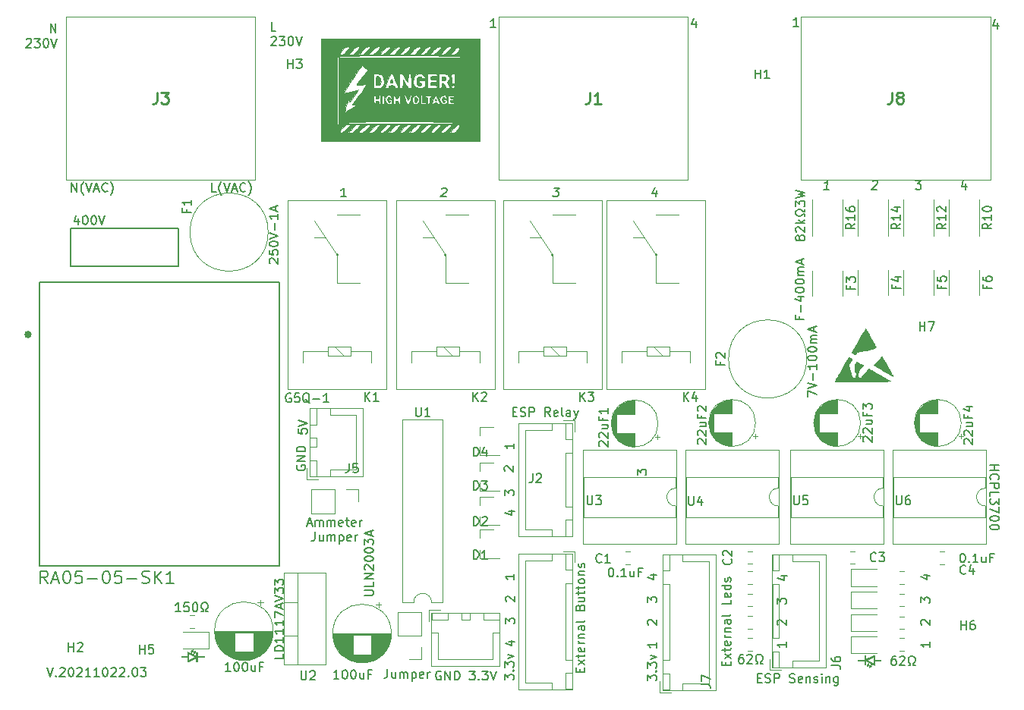
<source format=gbr>
G04 #@! TF.GenerationSoftware,KiCad,Pcbnew,(5.1.6)-1*
G04 #@! TF.CreationDate,2021-10-24T13:14:29+02:00*
G04 #@! TF.ProjectId,hamodule,68616d6f-6475-46c6-952e-6b696361645f,rev?*
G04 #@! TF.SameCoordinates,Original*
G04 #@! TF.FileFunction,Legend,Top*
G04 #@! TF.FilePolarity,Positive*
%FSLAX46Y46*%
G04 Gerber Fmt 4.6, Leading zero omitted, Abs format (unit mm)*
G04 Created by KiCad (PCBNEW (5.1.6)-1) date 2021-10-24 13:14:29*
%MOMM*%
%LPD*%
G01*
G04 APERTURE LIST*
%ADD10C,0.150000*%
%ADD11C,0.120000*%
%ADD12C,0.010000*%
%ADD13C,0.100000*%
%ADD14C,0.400000*%
%ADD15C,0.127000*%
%ADD16C,0.254000*%
G04 APERTURE END LIST*
D10*
X200032880Y-137890285D02*
X200032880Y-138461714D01*
X200032880Y-138176000D02*
X199032880Y-138176000D01*
X199175738Y-138271238D01*
X199270976Y-138366476D01*
X199318595Y-138461714D01*
X173926476Y-68619714D02*
X173926476Y-69286380D01*
X173688380Y-68238761D02*
X173450285Y-68953047D01*
X174069333Y-68953047D01*
X151606214Y-69286380D02*
X151034785Y-69286380D01*
X151320500Y-69286380D02*
X151320500Y-68286380D01*
X151225261Y-68429238D01*
X151130023Y-68524476D01*
X151034785Y-68572095D01*
X186396380Y-110521261D02*
X186396380Y-109854595D01*
X187396380Y-110283166D01*
X186396380Y-109616500D02*
X187396380Y-109283166D01*
X186396380Y-108949833D01*
X187015428Y-108616500D02*
X187015428Y-107854595D01*
X187396380Y-106854595D02*
X187396380Y-107426023D01*
X187396380Y-107140309D02*
X186396380Y-107140309D01*
X186539238Y-107235547D01*
X186634476Y-107330785D01*
X186682095Y-107426023D01*
X186396380Y-106235547D02*
X186396380Y-106140309D01*
X186444000Y-106045071D01*
X186491619Y-105997452D01*
X186586857Y-105949833D01*
X186777333Y-105902214D01*
X187015428Y-105902214D01*
X187205904Y-105949833D01*
X187301142Y-105997452D01*
X187348761Y-106045071D01*
X187396380Y-106140309D01*
X187396380Y-106235547D01*
X187348761Y-106330785D01*
X187301142Y-106378404D01*
X187205904Y-106426023D01*
X187015428Y-106473642D01*
X186777333Y-106473642D01*
X186586857Y-106426023D01*
X186491619Y-106378404D01*
X186444000Y-106330785D01*
X186396380Y-106235547D01*
X186396380Y-105283166D02*
X186396380Y-105187928D01*
X186444000Y-105092690D01*
X186491619Y-105045071D01*
X186586857Y-104997452D01*
X186777333Y-104949833D01*
X187015428Y-104949833D01*
X187205904Y-104997452D01*
X187301142Y-105045071D01*
X187348761Y-105092690D01*
X187396380Y-105187928D01*
X187396380Y-105283166D01*
X187348761Y-105378404D01*
X187301142Y-105426023D01*
X187205904Y-105473642D01*
X187015428Y-105521261D01*
X186777333Y-105521261D01*
X186586857Y-105473642D01*
X186491619Y-105426023D01*
X186444000Y-105378404D01*
X186396380Y-105283166D01*
X187396380Y-104521261D02*
X186729714Y-104521261D01*
X186824952Y-104521261D02*
X186777333Y-104473642D01*
X186729714Y-104378404D01*
X186729714Y-104235547D01*
X186777333Y-104140309D01*
X186872571Y-104092690D01*
X187396380Y-104092690D01*
X186872571Y-104092690D02*
X186777333Y-104045071D01*
X186729714Y-103949833D01*
X186729714Y-103806976D01*
X186777333Y-103711738D01*
X186872571Y-103664119D01*
X187396380Y-103664119D01*
X187110666Y-103235547D02*
X187110666Y-102759357D01*
X187396380Y-103330785D02*
X186396380Y-102997452D01*
X187396380Y-102664119D01*
X152614380Y-121554833D02*
X152614380Y-120935785D01*
X152995333Y-121269119D01*
X152995333Y-121126261D01*
X153042952Y-121031023D01*
X153090571Y-120983404D01*
X153185809Y-120935785D01*
X153423904Y-120935785D01*
X153519142Y-120983404D01*
X153566761Y-121031023D01*
X153614380Y-121126261D01*
X153614380Y-121411976D01*
X153566761Y-121507214D01*
X153519142Y-121554833D01*
X185475571Y-101552000D02*
X185475571Y-101885333D01*
X185999380Y-101885333D02*
X184999380Y-101885333D01*
X184999380Y-101409142D01*
X185618428Y-101028190D02*
X185618428Y-100266285D01*
X185332714Y-99361523D02*
X185999380Y-99361523D01*
X184951761Y-99599619D02*
X185666047Y-99837714D01*
X185666047Y-99218666D01*
X184999380Y-98647238D02*
X184999380Y-98552000D01*
X185047000Y-98456761D01*
X185094619Y-98409142D01*
X185189857Y-98361523D01*
X185380333Y-98313904D01*
X185618428Y-98313904D01*
X185808904Y-98361523D01*
X185904142Y-98409142D01*
X185951761Y-98456761D01*
X185999380Y-98552000D01*
X185999380Y-98647238D01*
X185951761Y-98742476D01*
X185904142Y-98790095D01*
X185808904Y-98837714D01*
X185618428Y-98885333D01*
X185380333Y-98885333D01*
X185189857Y-98837714D01*
X185094619Y-98790095D01*
X185047000Y-98742476D01*
X184999380Y-98647238D01*
X184999380Y-97694857D02*
X184999380Y-97599619D01*
X185047000Y-97504380D01*
X185094619Y-97456761D01*
X185189857Y-97409142D01*
X185380333Y-97361523D01*
X185618428Y-97361523D01*
X185808904Y-97409142D01*
X185904142Y-97456761D01*
X185951761Y-97504380D01*
X185999380Y-97599619D01*
X185999380Y-97694857D01*
X185951761Y-97790095D01*
X185904142Y-97837714D01*
X185808904Y-97885333D01*
X185618428Y-97932952D01*
X185380333Y-97932952D01*
X185189857Y-97885333D01*
X185094619Y-97837714D01*
X185047000Y-97790095D01*
X184999380Y-97694857D01*
X185999380Y-96932952D02*
X185332714Y-96932952D01*
X185427952Y-96932952D02*
X185380333Y-96885333D01*
X185332714Y-96790095D01*
X185332714Y-96647238D01*
X185380333Y-96552000D01*
X185475571Y-96504380D01*
X185999380Y-96504380D01*
X185475571Y-96504380D02*
X185380333Y-96456761D01*
X185332714Y-96361523D01*
X185332714Y-96218666D01*
X185380333Y-96123428D01*
X185475571Y-96075809D01*
X185999380Y-96075809D01*
X185713666Y-95647238D02*
X185713666Y-95171047D01*
X185999380Y-95742476D02*
X184999380Y-95409142D01*
X185999380Y-95075809D01*
X130580190Y-124690666D02*
X131056380Y-124690666D01*
X130484952Y-124976380D02*
X130818285Y-123976380D01*
X131151619Y-124976380D01*
X131484952Y-124976380D02*
X131484952Y-124309714D01*
X131484952Y-124404952D02*
X131532571Y-124357333D01*
X131627809Y-124309714D01*
X131770666Y-124309714D01*
X131865904Y-124357333D01*
X131913523Y-124452571D01*
X131913523Y-124976380D01*
X131913523Y-124452571D02*
X131961142Y-124357333D01*
X132056380Y-124309714D01*
X132199238Y-124309714D01*
X132294476Y-124357333D01*
X132342095Y-124452571D01*
X132342095Y-124976380D01*
X132818285Y-124976380D02*
X132818285Y-124309714D01*
X132818285Y-124404952D02*
X132865904Y-124357333D01*
X132961142Y-124309714D01*
X133104000Y-124309714D01*
X133199238Y-124357333D01*
X133246857Y-124452571D01*
X133246857Y-124976380D01*
X133246857Y-124452571D02*
X133294476Y-124357333D01*
X133389714Y-124309714D01*
X133532571Y-124309714D01*
X133627809Y-124357333D01*
X133675428Y-124452571D01*
X133675428Y-124976380D01*
X134532571Y-124928761D02*
X134437333Y-124976380D01*
X134246857Y-124976380D01*
X134151619Y-124928761D01*
X134104000Y-124833523D01*
X134104000Y-124452571D01*
X134151619Y-124357333D01*
X134246857Y-124309714D01*
X134437333Y-124309714D01*
X134532571Y-124357333D01*
X134580190Y-124452571D01*
X134580190Y-124547809D01*
X134104000Y-124643047D01*
X134865904Y-124309714D02*
X135246857Y-124309714D01*
X135008761Y-123976380D02*
X135008761Y-124833523D01*
X135056380Y-124928761D01*
X135151619Y-124976380D01*
X135246857Y-124976380D01*
X135961142Y-124928761D02*
X135865904Y-124976380D01*
X135675428Y-124976380D01*
X135580190Y-124928761D01*
X135532571Y-124833523D01*
X135532571Y-124452571D01*
X135580190Y-124357333D01*
X135675428Y-124309714D01*
X135865904Y-124309714D01*
X135961142Y-124357333D01*
X136008761Y-124452571D01*
X136008761Y-124547809D01*
X135532571Y-124643047D01*
X136437333Y-124976380D02*
X136437333Y-124309714D01*
X136437333Y-124500190D02*
X136484952Y-124404952D01*
X136532571Y-124357333D01*
X136627809Y-124309714D01*
X136723047Y-124309714D01*
X131437333Y-125626380D02*
X131437333Y-126340666D01*
X131389714Y-126483523D01*
X131294476Y-126578761D01*
X131151619Y-126626380D01*
X131056380Y-126626380D01*
X132342095Y-125959714D02*
X132342095Y-126626380D01*
X131913523Y-125959714D02*
X131913523Y-126483523D01*
X131961142Y-126578761D01*
X132056380Y-126626380D01*
X132199238Y-126626380D01*
X132294476Y-126578761D01*
X132342095Y-126531142D01*
X132818285Y-126626380D02*
X132818285Y-125959714D01*
X132818285Y-126054952D02*
X132865904Y-126007333D01*
X132961142Y-125959714D01*
X133104000Y-125959714D01*
X133199238Y-126007333D01*
X133246857Y-126102571D01*
X133246857Y-126626380D01*
X133246857Y-126102571D02*
X133294476Y-126007333D01*
X133389714Y-125959714D01*
X133532571Y-125959714D01*
X133627809Y-126007333D01*
X133675428Y-126102571D01*
X133675428Y-126626380D01*
X134151619Y-125959714D02*
X134151619Y-126959714D01*
X134151619Y-126007333D02*
X134246857Y-125959714D01*
X134437333Y-125959714D01*
X134532571Y-126007333D01*
X134580190Y-126054952D01*
X134627809Y-126150190D01*
X134627809Y-126435904D01*
X134580190Y-126531142D01*
X134532571Y-126578761D01*
X134437333Y-126626380D01*
X134246857Y-126626380D01*
X134151619Y-126578761D01*
X135437333Y-126578761D02*
X135342095Y-126626380D01*
X135151619Y-126626380D01*
X135056380Y-126578761D01*
X135008761Y-126483523D01*
X135008761Y-126102571D01*
X135056380Y-126007333D01*
X135151619Y-125959714D01*
X135342095Y-125959714D01*
X135437333Y-126007333D01*
X135484952Y-126102571D01*
X135484952Y-126197809D01*
X135008761Y-126293047D01*
X135913523Y-126626380D02*
X135913523Y-125959714D01*
X135913523Y-126150190D02*
X135961142Y-126054952D01*
X136008761Y-126007333D01*
X136104000Y-125959714D01*
X136199238Y-125959714D01*
X207543376Y-68746714D02*
X207543376Y-69413380D01*
X207305280Y-68365761D02*
X207067185Y-69080047D01*
X207686233Y-69080047D01*
X185388214Y-69159380D02*
X184816785Y-69159380D01*
X185102500Y-69159380D02*
X185102500Y-68159380D01*
X185007261Y-68302238D01*
X184912023Y-68397476D01*
X184816785Y-68445095D01*
X153503761Y-112196571D02*
X153837095Y-112196571D01*
X153979952Y-112720380D02*
X153503761Y-112720380D01*
X153503761Y-111720380D01*
X153979952Y-111720380D01*
X154360904Y-112672761D02*
X154503761Y-112720380D01*
X154741857Y-112720380D01*
X154837095Y-112672761D01*
X154884714Y-112625142D01*
X154932333Y-112529904D01*
X154932333Y-112434666D01*
X154884714Y-112339428D01*
X154837095Y-112291809D01*
X154741857Y-112244190D01*
X154551380Y-112196571D01*
X154456142Y-112148952D01*
X154408523Y-112101333D01*
X154360904Y-112006095D01*
X154360904Y-111910857D01*
X154408523Y-111815619D01*
X154456142Y-111768000D01*
X154551380Y-111720380D01*
X154789476Y-111720380D01*
X154932333Y-111768000D01*
X155360904Y-112720380D02*
X155360904Y-111720380D01*
X155741857Y-111720380D01*
X155837095Y-111768000D01*
X155884714Y-111815619D01*
X155932333Y-111910857D01*
X155932333Y-112053714D01*
X155884714Y-112148952D01*
X155837095Y-112196571D01*
X155741857Y-112244190D01*
X155360904Y-112244190D01*
X157694238Y-112720380D02*
X157360904Y-112244190D01*
X157122809Y-112720380D02*
X157122809Y-111720380D01*
X157503761Y-111720380D01*
X157599000Y-111768000D01*
X157646619Y-111815619D01*
X157694238Y-111910857D01*
X157694238Y-112053714D01*
X157646619Y-112148952D01*
X157599000Y-112196571D01*
X157503761Y-112244190D01*
X157122809Y-112244190D01*
X158503761Y-112672761D02*
X158408523Y-112720380D01*
X158218047Y-112720380D01*
X158122809Y-112672761D01*
X158075190Y-112577523D01*
X158075190Y-112196571D01*
X158122809Y-112101333D01*
X158218047Y-112053714D01*
X158408523Y-112053714D01*
X158503761Y-112101333D01*
X158551380Y-112196571D01*
X158551380Y-112291809D01*
X158075190Y-112387047D01*
X159122809Y-112720380D02*
X159027571Y-112672761D01*
X158979952Y-112577523D01*
X158979952Y-111720380D01*
X159932333Y-112720380D02*
X159932333Y-112196571D01*
X159884714Y-112101333D01*
X159789476Y-112053714D01*
X159599000Y-112053714D01*
X159503761Y-112101333D01*
X159932333Y-112672761D02*
X159837095Y-112720380D01*
X159599000Y-112720380D01*
X159503761Y-112672761D01*
X159456142Y-112577523D01*
X159456142Y-112482285D01*
X159503761Y-112387047D01*
X159599000Y-112339428D01*
X159837095Y-112339428D01*
X159932333Y-112291809D01*
X160313285Y-112053714D02*
X160551380Y-112720380D01*
X160789476Y-112053714D02*
X160551380Y-112720380D01*
X160456142Y-112958476D01*
X160408523Y-113006095D01*
X160313285Y-113053714D01*
X153652480Y-130333785D02*
X153652480Y-130905214D01*
X153652480Y-130619500D02*
X152652480Y-130619500D01*
X152795338Y-130714738D01*
X152890576Y-130809976D01*
X152938195Y-130905214D01*
X153036614Y-137820423D02*
X153703280Y-137820423D01*
X152655661Y-138058519D02*
X153369947Y-138296614D01*
X153369947Y-137677566D01*
X152703280Y-135855033D02*
X152703280Y-135235985D01*
X153084233Y-135569319D01*
X153084233Y-135426461D01*
X153131852Y-135331223D01*
X153179471Y-135283604D01*
X153274709Y-135235985D01*
X153512804Y-135235985D01*
X153608042Y-135283604D01*
X153655661Y-135331223D01*
X153703280Y-135426461D01*
X153703280Y-135712176D01*
X153655661Y-135807414D01*
X153608042Y-135855033D01*
X152601680Y-142131871D02*
X152601680Y-141512823D01*
X152982633Y-141846157D01*
X152982633Y-141703300D01*
X153030252Y-141608061D01*
X153077871Y-141560442D01*
X153173109Y-141512823D01*
X153411204Y-141512823D01*
X153506442Y-141560442D01*
X153554061Y-141608061D01*
X153601680Y-141703300D01*
X153601680Y-141989014D01*
X153554061Y-142084252D01*
X153506442Y-142131871D01*
X153506442Y-141084252D02*
X153554061Y-141036633D01*
X153601680Y-141084252D01*
X153554061Y-141131871D01*
X153506442Y-141084252D01*
X153601680Y-141084252D01*
X152601680Y-140703300D02*
X152601680Y-140084252D01*
X152982633Y-140417585D01*
X152982633Y-140274728D01*
X153030252Y-140179490D01*
X153077871Y-140131871D01*
X153173109Y-140084252D01*
X153411204Y-140084252D01*
X153506442Y-140131871D01*
X153554061Y-140179490D01*
X153601680Y-140274728D01*
X153601680Y-140560442D01*
X153554061Y-140655680D01*
X153506442Y-140703300D01*
X152935014Y-139750919D02*
X153601680Y-139512823D01*
X152935014Y-139274728D01*
X152798519Y-133369014D02*
X152750900Y-133321395D01*
X152703280Y-133226157D01*
X152703280Y-132988061D01*
X152750900Y-132892823D01*
X152798519Y-132845204D01*
X152893757Y-132797585D01*
X152988995Y-132797585D01*
X153131852Y-132845204D01*
X153703280Y-133416633D01*
X153703280Y-132797585D01*
X126424119Y-95633976D02*
X126376500Y-95586357D01*
X126328880Y-95491119D01*
X126328880Y-95253023D01*
X126376500Y-95157785D01*
X126424119Y-95110166D01*
X126519357Y-95062547D01*
X126614595Y-95062547D01*
X126757452Y-95110166D01*
X127328880Y-95681595D01*
X127328880Y-95062547D01*
X126328880Y-94157785D02*
X126328880Y-94633976D01*
X126805071Y-94681595D01*
X126757452Y-94633976D01*
X126709833Y-94538738D01*
X126709833Y-94300642D01*
X126757452Y-94205404D01*
X126805071Y-94157785D01*
X126900309Y-94110166D01*
X127138404Y-94110166D01*
X127233642Y-94157785D01*
X127281261Y-94205404D01*
X127328880Y-94300642D01*
X127328880Y-94538738D01*
X127281261Y-94633976D01*
X127233642Y-94681595D01*
X126328880Y-93491119D02*
X126328880Y-93395880D01*
X126376500Y-93300642D01*
X126424119Y-93253023D01*
X126519357Y-93205404D01*
X126709833Y-93157785D01*
X126947928Y-93157785D01*
X127138404Y-93205404D01*
X127233642Y-93253023D01*
X127281261Y-93300642D01*
X127328880Y-93395880D01*
X127328880Y-93491119D01*
X127281261Y-93586357D01*
X127233642Y-93633976D01*
X127138404Y-93681595D01*
X126947928Y-93729214D01*
X126709833Y-93729214D01*
X126519357Y-93681595D01*
X126424119Y-93633976D01*
X126376500Y-93586357D01*
X126328880Y-93491119D01*
X126328880Y-92872071D02*
X127328880Y-92538738D01*
X126328880Y-92205404D01*
X126947928Y-91872071D02*
X126947928Y-91110166D01*
X127328880Y-90110166D02*
X127328880Y-90681595D01*
X127328880Y-90395880D02*
X126328880Y-90395880D01*
X126471738Y-90491119D01*
X126566976Y-90586357D01*
X126614595Y-90681595D01*
X127043166Y-89729214D02*
X127043166Y-89253023D01*
X127328880Y-89824452D02*
X126328880Y-89491119D01*
X127328880Y-89157785D01*
X127922280Y-139223261D02*
X127922280Y-139699452D01*
X126922280Y-139699452D01*
X127922280Y-138889928D02*
X126922280Y-138889928D01*
X126922280Y-138651833D01*
X126969900Y-138508976D01*
X127065138Y-138413738D01*
X127160376Y-138366119D01*
X127350852Y-138318500D01*
X127493709Y-138318500D01*
X127684185Y-138366119D01*
X127779423Y-138413738D01*
X127874661Y-138508976D01*
X127922280Y-138651833D01*
X127922280Y-138889928D01*
X127922280Y-137366119D02*
X127922280Y-137937547D01*
X127922280Y-137651833D02*
X126922280Y-137651833D01*
X127065138Y-137747071D01*
X127160376Y-137842309D01*
X127207995Y-137937547D01*
X127922280Y-136413738D02*
X127922280Y-136985166D01*
X127922280Y-136699452D02*
X126922280Y-136699452D01*
X127065138Y-136794690D01*
X127160376Y-136889928D01*
X127207995Y-136985166D01*
X127922280Y-135461357D02*
X127922280Y-136032785D01*
X127922280Y-135747071D02*
X126922280Y-135747071D01*
X127065138Y-135842309D01*
X127160376Y-135937547D01*
X127207995Y-136032785D01*
X126922280Y-135128023D02*
X126922280Y-134461357D01*
X127922280Y-134889928D01*
X127636566Y-134128023D02*
X127636566Y-133651833D01*
X127922280Y-134223261D02*
X126922280Y-133889928D01*
X127922280Y-133556595D01*
X126922280Y-133366119D02*
X127922280Y-133032785D01*
X126922280Y-132699452D01*
X126922280Y-132461357D02*
X126922280Y-131842309D01*
X127303233Y-132175642D01*
X127303233Y-132032785D01*
X127350852Y-131937547D01*
X127398471Y-131889928D01*
X127493709Y-131842309D01*
X127731804Y-131842309D01*
X127827042Y-131889928D01*
X127874661Y-131937547D01*
X127922280Y-132032785D01*
X127922280Y-132318500D01*
X127874661Y-132413738D01*
X127827042Y-132461357D01*
X126922280Y-131508976D02*
X126922280Y-130889928D01*
X127303233Y-131223261D01*
X127303233Y-131080404D01*
X127350852Y-130985166D01*
X127398471Y-130937547D01*
X127493709Y-130889928D01*
X127731804Y-130889928D01*
X127827042Y-130937547D01*
X127874661Y-130985166D01*
X127922280Y-131080404D01*
X127922280Y-131366119D01*
X127874661Y-131461357D01*
X127827042Y-131508976D01*
X136955280Y-132693919D02*
X137764804Y-132693919D01*
X137860042Y-132646300D01*
X137907661Y-132598680D01*
X137955280Y-132503442D01*
X137955280Y-132312966D01*
X137907661Y-132217728D01*
X137860042Y-132170109D01*
X137764804Y-132122490D01*
X136955280Y-132122490D01*
X137955280Y-131170109D02*
X137955280Y-131646300D01*
X136955280Y-131646300D01*
X137955280Y-130836776D02*
X136955280Y-130836776D01*
X137955280Y-130265347D01*
X136955280Y-130265347D01*
X137050519Y-129836776D02*
X137002900Y-129789157D01*
X136955280Y-129693919D01*
X136955280Y-129455823D01*
X137002900Y-129360585D01*
X137050519Y-129312966D01*
X137145757Y-129265347D01*
X137240995Y-129265347D01*
X137383852Y-129312966D01*
X137955280Y-129884395D01*
X137955280Y-129265347D01*
X136955280Y-128646300D02*
X136955280Y-128551061D01*
X137002900Y-128455823D01*
X137050519Y-128408204D01*
X137145757Y-128360585D01*
X137336233Y-128312966D01*
X137574328Y-128312966D01*
X137764804Y-128360585D01*
X137860042Y-128408204D01*
X137907661Y-128455823D01*
X137955280Y-128551061D01*
X137955280Y-128646300D01*
X137907661Y-128741538D01*
X137860042Y-128789157D01*
X137764804Y-128836776D01*
X137574328Y-128884395D01*
X137336233Y-128884395D01*
X137145757Y-128836776D01*
X137050519Y-128789157D01*
X137002900Y-128741538D01*
X136955280Y-128646300D01*
X136955280Y-127693919D02*
X136955280Y-127598680D01*
X137002900Y-127503442D01*
X137050519Y-127455823D01*
X137145757Y-127408204D01*
X137336233Y-127360585D01*
X137574328Y-127360585D01*
X137764804Y-127408204D01*
X137860042Y-127455823D01*
X137907661Y-127503442D01*
X137955280Y-127598680D01*
X137955280Y-127693919D01*
X137907661Y-127789157D01*
X137860042Y-127836776D01*
X137764804Y-127884395D01*
X137574328Y-127932014D01*
X137336233Y-127932014D01*
X137145757Y-127884395D01*
X137050519Y-127836776D01*
X137002900Y-127789157D01*
X136955280Y-127693919D01*
X136955280Y-127027252D02*
X136955280Y-126408204D01*
X137336233Y-126741538D01*
X137336233Y-126598680D01*
X137383852Y-126503442D01*
X137431471Y-126455823D01*
X137526709Y-126408204D01*
X137764804Y-126408204D01*
X137860042Y-126455823D01*
X137907661Y-126503442D01*
X137955280Y-126598680D01*
X137955280Y-126884395D01*
X137907661Y-126979633D01*
X137860042Y-127027252D01*
X137669566Y-126027252D02*
X137669566Y-125551061D01*
X137955280Y-126122490D02*
X136955280Y-125789157D01*
X137955280Y-125455823D01*
X185491452Y-92892238D02*
X185443833Y-92987476D01*
X185396214Y-93035095D01*
X185300976Y-93082714D01*
X185253357Y-93082714D01*
X185158119Y-93035095D01*
X185110500Y-92987476D01*
X185062880Y-92892238D01*
X185062880Y-92701761D01*
X185110500Y-92606523D01*
X185158119Y-92558904D01*
X185253357Y-92511285D01*
X185300976Y-92511285D01*
X185396214Y-92558904D01*
X185443833Y-92606523D01*
X185491452Y-92701761D01*
X185491452Y-92892238D01*
X185539071Y-92987476D01*
X185586690Y-93035095D01*
X185681928Y-93082714D01*
X185872404Y-93082714D01*
X185967642Y-93035095D01*
X186015261Y-92987476D01*
X186062880Y-92892238D01*
X186062880Y-92701761D01*
X186015261Y-92606523D01*
X185967642Y-92558904D01*
X185872404Y-92511285D01*
X185681928Y-92511285D01*
X185586690Y-92558904D01*
X185539071Y-92606523D01*
X185491452Y-92701761D01*
X185158119Y-92130333D02*
X185110500Y-92082714D01*
X185062880Y-91987476D01*
X185062880Y-91749380D01*
X185110500Y-91654142D01*
X185158119Y-91606523D01*
X185253357Y-91558904D01*
X185348595Y-91558904D01*
X185491452Y-91606523D01*
X186062880Y-92177952D01*
X186062880Y-91558904D01*
X186062880Y-91130333D02*
X185062880Y-91130333D01*
X185681928Y-91035095D02*
X186062880Y-90749380D01*
X185396214Y-90749380D02*
X185777166Y-91130333D01*
X186062880Y-90368428D02*
X186062880Y-90130333D01*
X185872404Y-90130333D01*
X185824785Y-90225571D01*
X185729547Y-90320809D01*
X185586690Y-90368428D01*
X185348595Y-90368428D01*
X185205738Y-90320809D01*
X185110500Y-90225571D01*
X185062880Y-90082714D01*
X185062880Y-89892238D01*
X185110500Y-89749380D01*
X185205738Y-89654142D01*
X185348595Y-89606523D01*
X185586690Y-89606523D01*
X185729547Y-89654142D01*
X185824785Y-89749380D01*
X185872404Y-89844619D01*
X186062880Y-89844619D01*
X186062880Y-89606523D01*
X185062880Y-89273190D02*
X185062880Y-88654142D01*
X185443833Y-88987476D01*
X185443833Y-88844619D01*
X185491452Y-88749380D01*
X185539071Y-88701761D01*
X185634309Y-88654142D01*
X185872404Y-88654142D01*
X185967642Y-88701761D01*
X186015261Y-88749380D01*
X186062880Y-88844619D01*
X186062880Y-89130333D01*
X186015261Y-89225571D01*
X185967642Y-89273190D01*
X185062880Y-88320809D02*
X186062880Y-88082714D01*
X185348595Y-87892238D01*
X186062880Y-87701761D01*
X185062880Y-87463666D01*
X206734119Y-118118261D02*
X207734119Y-118118261D01*
X207257928Y-118118261D02*
X207257928Y-118689690D01*
X206734119Y-118689690D02*
X207734119Y-118689690D01*
X206829357Y-119737309D02*
X206781738Y-119689690D01*
X206734119Y-119546833D01*
X206734119Y-119451595D01*
X206781738Y-119308738D01*
X206876976Y-119213500D01*
X206972214Y-119165880D01*
X207162690Y-119118261D01*
X207305547Y-119118261D01*
X207496023Y-119165880D01*
X207591261Y-119213500D01*
X207686500Y-119308738D01*
X207734119Y-119451595D01*
X207734119Y-119546833D01*
X207686500Y-119689690D01*
X207638880Y-119737309D01*
X206734119Y-120165880D02*
X207734119Y-120165880D01*
X207734119Y-120546833D01*
X207686500Y-120642071D01*
X207638880Y-120689690D01*
X207543642Y-120737309D01*
X207400785Y-120737309D01*
X207305547Y-120689690D01*
X207257928Y-120642071D01*
X207210309Y-120546833D01*
X207210309Y-120165880D01*
X206734119Y-121642071D02*
X206734119Y-121165880D01*
X207734119Y-121165880D01*
X207734119Y-121880166D02*
X207734119Y-122499214D01*
X207353166Y-122165880D01*
X207353166Y-122308738D01*
X207305547Y-122403976D01*
X207257928Y-122451595D01*
X207162690Y-122499214D01*
X206924595Y-122499214D01*
X206829357Y-122451595D01*
X206781738Y-122403976D01*
X206734119Y-122308738D01*
X206734119Y-122023023D01*
X206781738Y-121927785D01*
X206829357Y-121880166D01*
X207734119Y-122832547D02*
X207734119Y-123499214D01*
X206734119Y-123070642D01*
X207734119Y-124070642D02*
X207734119Y-124165880D01*
X207686500Y-124261119D01*
X207638880Y-124308738D01*
X207543642Y-124356357D01*
X207353166Y-124403976D01*
X207115071Y-124403976D01*
X206924595Y-124356357D01*
X206829357Y-124308738D01*
X206781738Y-124261119D01*
X206734119Y-124165880D01*
X206734119Y-124070642D01*
X206781738Y-123975404D01*
X206829357Y-123927785D01*
X206924595Y-123880166D01*
X207115071Y-123832547D01*
X207353166Y-123832547D01*
X207543642Y-123880166D01*
X207638880Y-123927785D01*
X207686500Y-123975404D01*
X207734119Y-124070642D01*
X207734119Y-125023023D02*
X207734119Y-125118261D01*
X207686500Y-125213500D01*
X207638880Y-125261119D01*
X207543642Y-125308738D01*
X207353166Y-125356357D01*
X207115071Y-125356357D01*
X206924595Y-125308738D01*
X206829357Y-125261119D01*
X206781738Y-125213500D01*
X206734119Y-125118261D01*
X206734119Y-125023023D01*
X206781738Y-124927785D01*
X206829357Y-124880166D01*
X206924595Y-124832547D01*
X207115071Y-124784928D01*
X207353166Y-124784928D01*
X207543642Y-124832547D01*
X207638880Y-124880166D01*
X207686500Y-124927785D01*
X207734119Y-125023023D01*
X127062485Y-69667880D02*
X126586295Y-69667880D01*
X126586295Y-68667880D01*
X126538676Y-70413119D02*
X126586295Y-70365500D01*
X126681533Y-70317880D01*
X126919628Y-70317880D01*
X127014866Y-70365500D01*
X127062485Y-70413119D01*
X127110104Y-70508357D01*
X127110104Y-70603595D01*
X127062485Y-70746452D01*
X126491057Y-71317880D01*
X127110104Y-71317880D01*
X127443438Y-70317880D02*
X128062485Y-70317880D01*
X127729152Y-70698833D01*
X127872009Y-70698833D01*
X127967247Y-70746452D01*
X128014866Y-70794071D01*
X128062485Y-70889309D01*
X128062485Y-71127404D01*
X128014866Y-71222642D01*
X127967247Y-71270261D01*
X127872009Y-71317880D01*
X127586295Y-71317880D01*
X127491057Y-71270261D01*
X127443438Y-71222642D01*
X128681533Y-70317880D02*
X128776771Y-70317880D01*
X128872009Y-70365500D01*
X128919628Y-70413119D01*
X128967247Y-70508357D01*
X129014866Y-70698833D01*
X129014866Y-70936928D01*
X128967247Y-71127404D01*
X128919628Y-71222642D01*
X128872009Y-71270261D01*
X128776771Y-71317880D01*
X128681533Y-71317880D01*
X128586295Y-71270261D01*
X128538676Y-71222642D01*
X128491057Y-71127404D01*
X128443438Y-70936928D01*
X128443438Y-70698833D01*
X128491057Y-70508357D01*
X128538676Y-70413119D01*
X128586295Y-70365500D01*
X128681533Y-70317880D01*
X129300580Y-70317880D02*
X129633914Y-71317880D01*
X129967247Y-70317880D01*
X101950276Y-69896480D02*
X101950276Y-68896480D01*
X102521704Y-69896480D01*
X102521704Y-68896480D01*
X99235990Y-70641719D02*
X99283609Y-70594100D01*
X99378847Y-70546480D01*
X99616942Y-70546480D01*
X99712180Y-70594100D01*
X99759800Y-70641719D01*
X99807419Y-70736957D01*
X99807419Y-70832195D01*
X99759800Y-70975052D01*
X99188371Y-71546480D01*
X99807419Y-71546480D01*
X100140752Y-70546480D02*
X100759800Y-70546480D01*
X100426466Y-70927433D01*
X100569323Y-70927433D01*
X100664561Y-70975052D01*
X100712180Y-71022671D01*
X100759800Y-71117909D01*
X100759800Y-71356004D01*
X100712180Y-71451242D01*
X100664561Y-71498861D01*
X100569323Y-71546480D01*
X100283609Y-71546480D01*
X100188371Y-71498861D01*
X100140752Y-71451242D01*
X101378847Y-70546480D02*
X101474085Y-70546480D01*
X101569323Y-70594100D01*
X101616942Y-70641719D01*
X101664561Y-70736957D01*
X101712180Y-70927433D01*
X101712180Y-71165528D01*
X101664561Y-71356004D01*
X101616942Y-71451242D01*
X101569323Y-71498861D01*
X101474085Y-71546480D01*
X101378847Y-71546480D01*
X101283609Y-71498861D01*
X101235990Y-71451242D01*
X101188371Y-71356004D01*
X101140752Y-71165528D01*
X101140752Y-70927433D01*
X101188371Y-70736957D01*
X101235990Y-70641719D01*
X101283609Y-70594100D01*
X101378847Y-70546480D01*
X101997895Y-70546480D02*
X102331228Y-71546480D01*
X102664561Y-70546480D01*
X183415014Y-130530623D02*
X184081680Y-130530623D01*
X183034061Y-130768719D02*
X183748347Y-131006814D01*
X183748347Y-130387766D01*
X183980080Y-137902985D02*
X183980080Y-138474414D01*
X183980080Y-138188700D02*
X182980080Y-138188700D01*
X183122938Y-138283938D01*
X183218176Y-138379176D01*
X183265795Y-138474414D01*
X183075319Y-135985214D02*
X183027700Y-135937595D01*
X182980080Y-135842357D01*
X182980080Y-135604261D01*
X183027700Y-135509023D01*
X183075319Y-135461404D01*
X183170557Y-135413785D01*
X183265795Y-135413785D01*
X183408652Y-135461404D01*
X183980080Y-136032833D01*
X183980080Y-135413785D01*
X182980080Y-133645233D02*
X182980080Y-133026185D01*
X183361033Y-133359519D01*
X183361033Y-133216661D01*
X183408652Y-133121423D01*
X183456271Y-133073804D01*
X183551509Y-133026185D01*
X183789604Y-133026185D01*
X183884842Y-133073804D01*
X183932461Y-133121423D01*
X183980080Y-133216661D01*
X183980080Y-133502376D01*
X183932461Y-133597614D01*
X183884842Y-133645233D01*
X180816809Y-141914571D02*
X181150142Y-141914571D01*
X181293000Y-142438380D02*
X180816809Y-142438380D01*
X180816809Y-141438380D01*
X181293000Y-141438380D01*
X181673952Y-142390761D02*
X181816809Y-142438380D01*
X182054904Y-142438380D01*
X182150142Y-142390761D01*
X182197761Y-142343142D01*
X182245380Y-142247904D01*
X182245380Y-142152666D01*
X182197761Y-142057428D01*
X182150142Y-142009809D01*
X182054904Y-141962190D01*
X181864428Y-141914571D01*
X181769190Y-141866952D01*
X181721571Y-141819333D01*
X181673952Y-141724095D01*
X181673952Y-141628857D01*
X181721571Y-141533619D01*
X181769190Y-141486000D01*
X181864428Y-141438380D01*
X182102523Y-141438380D01*
X182245380Y-141486000D01*
X182673952Y-142438380D02*
X182673952Y-141438380D01*
X183054904Y-141438380D01*
X183150142Y-141486000D01*
X183197761Y-141533619D01*
X183245380Y-141628857D01*
X183245380Y-141771714D01*
X183197761Y-141866952D01*
X183150142Y-141914571D01*
X183054904Y-141962190D01*
X182673952Y-141962190D01*
X184388238Y-142390761D02*
X184531095Y-142438380D01*
X184769190Y-142438380D01*
X184864428Y-142390761D01*
X184912047Y-142343142D01*
X184959666Y-142247904D01*
X184959666Y-142152666D01*
X184912047Y-142057428D01*
X184864428Y-142009809D01*
X184769190Y-141962190D01*
X184578714Y-141914571D01*
X184483476Y-141866952D01*
X184435857Y-141819333D01*
X184388238Y-141724095D01*
X184388238Y-141628857D01*
X184435857Y-141533619D01*
X184483476Y-141486000D01*
X184578714Y-141438380D01*
X184816809Y-141438380D01*
X184959666Y-141486000D01*
X185769190Y-142390761D02*
X185673952Y-142438380D01*
X185483476Y-142438380D01*
X185388238Y-142390761D01*
X185340619Y-142295523D01*
X185340619Y-141914571D01*
X185388238Y-141819333D01*
X185483476Y-141771714D01*
X185673952Y-141771714D01*
X185769190Y-141819333D01*
X185816809Y-141914571D01*
X185816809Y-142009809D01*
X185340619Y-142105047D01*
X186245380Y-141771714D02*
X186245380Y-142438380D01*
X186245380Y-141866952D02*
X186293000Y-141819333D01*
X186388238Y-141771714D01*
X186531095Y-141771714D01*
X186626333Y-141819333D01*
X186673952Y-141914571D01*
X186673952Y-142438380D01*
X187102523Y-142390761D02*
X187197761Y-142438380D01*
X187388238Y-142438380D01*
X187483476Y-142390761D01*
X187531095Y-142295523D01*
X187531095Y-142247904D01*
X187483476Y-142152666D01*
X187388238Y-142105047D01*
X187245380Y-142105047D01*
X187150142Y-142057428D01*
X187102523Y-141962190D01*
X187102523Y-141914571D01*
X187150142Y-141819333D01*
X187245380Y-141771714D01*
X187388238Y-141771714D01*
X187483476Y-141819333D01*
X187959666Y-142438380D02*
X187959666Y-141771714D01*
X187959666Y-141438380D02*
X187912047Y-141486000D01*
X187959666Y-141533619D01*
X188007285Y-141486000D01*
X187959666Y-141438380D01*
X187959666Y-141533619D01*
X188435857Y-141771714D02*
X188435857Y-142438380D01*
X188435857Y-141866952D02*
X188483476Y-141819333D01*
X188578714Y-141771714D01*
X188721571Y-141771714D01*
X188816809Y-141819333D01*
X188864428Y-141914571D01*
X188864428Y-142438380D01*
X189769190Y-141771714D02*
X189769190Y-142581238D01*
X189721571Y-142676476D01*
X189673952Y-142724095D01*
X189578714Y-142771714D01*
X189435857Y-142771714D01*
X189340619Y-142724095D01*
X189769190Y-142390761D02*
X189673952Y-142438380D01*
X189483476Y-142438380D01*
X189388238Y-142390761D01*
X189340619Y-142343142D01*
X189293000Y-142247904D01*
X189293000Y-141962190D01*
X189340619Y-141866952D01*
X189388238Y-141819333D01*
X189483476Y-141771714D01*
X189673952Y-141771714D01*
X189769190Y-141819333D01*
X196183357Y-139469880D02*
X195992880Y-139469880D01*
X195897642Y-139517500D01*
X195850023Y-139565119D01*
X195754785Y-139707976D01*
X195707166Y-139898452D01*
X195707166Y-140279404D01*
X195754785Y-140374642D01*
X195802404Y-140422261D01*
X195897642Y-140469880D01*
X196088119Y-140469880D01*
X196183357Y-140422261D01*
X196230976Y-140374642D01*
X196278595Y-140279404D01*
X196278595Y-140041309D01*
X196230976Y-139946071D01*
X196183357Y-139898452D01*
X196088119Y-139850833D01*
X195897642Y-139850833D01*
X195802404Y-139898452D01*
X195754785Y-139946071D01*
X195707166Y-140041309D01*
X196659547Y-139565119D02*
X196707166Y-139517500D01*
X196802404Y-139469880D01*
X197040500Y-139469880D01*
X197135738Y-139517500D01*
X197183357Y-139565119D01*
X197230976Y-139660357D01*
X197230976Y-139755595D01*
X197183357Y-139898452D01*
X196611928Y-140469880D01*
X197230976Y-140469880D01*
X197611928Y-140469880D02*
X197850023Y-140469880D01*
X197850023Y-140279404D01*
X197754785Y-140231785D01*
X197659547Y-140136547D01*
X197611928Y-139993690D01*
X197611928Y-139755595D01*
X197659547Y-139612738D01*
X197754785Y-139517500D01*
X197897642Y-139469880D01*
X198088119Y-139469880D01*
X198230976Y-139517500D01*
X198326214Y-139612738D01*
X198373833Y-139755595D01*
X198373833Y-139993690D01*
X198326214Y-140136547D01*
X198230976Y-140231785D01*
X198135738Y-140279404D01*
X198135738Y-140469880D01*
X198373833Y-140469880D01*
X129421000Y-118173404D02*
X129373380Y-118268642D01*
X129373380Y-118411500D01*
X129421000Y-118554357D01*
X129516238Y-118649595D01*
X129611476Y-118697214D01*
X129801952Y-118744833D01*
X129944809Y-118744833D01*
X130135285Y-118697214D01*
X130230523Y-118649595D01*
X130325761Y-118554357D01*
X130373380Y-118411500D01*
X130373380Y-118316261D01*
X130325761Y-118173404D01*
X130278142Y-118125785D01*
X129944809Y-118125785D01*
X129944809Y-118316261D01*
X130373380Y-117697214D02*
X129373380Y-117697214D01*
X130373380Y-117125785D01*
X129373380Y-117125785D01*
X130373380Y-116649595D02*
X129373380Y-116649595D01*
X129373380Y-116411500D01*
X129421000Y-116268642D01*
X129516238Y-116173404D01*
X129611476Y-116125785D01*
X129801952Y-116078166D01*
X129944809Y-116078166D01*
X130135285Y-116125785D01*
X130230523Y-116173404D01*
X130325761Y-116268642D01*
X130373380Y-116411500D01*
X130373380Y-116649595D01*
X129563880Y-114109476D02*
X129563880Y-114585666D01*
X130040071Y-114633285D01*
X129992452Y-114585666D01*
X129944833Y-114490428D01*
X129944833Y-114252333D01*
X129992452Y-114157095D01*
X130040071Y-114109476D01*
X130135309Y-114061857D01*
X130373404Y-114061857D01*
X130468642Y-114109476D01*
X130516261Y-114157095D01*
X130563880Y-114252333D01*
X130563880Y-114490428D01*
X130516261Y-114585666D01*
X130468642Y-114633285D01*
X129563880Y-113776142D02*
X130563880Y-113442809D01*
X129563880Y-113109476D01*
X169554324Y-87523214D02*
X169470991Y-88189880D01*
X169363848Y-87142261D02*
X169036467Y-87856547D01*
X169655514Y-87856547D01*
X158072181Y-87189880D02*
X158691229Y-87189880D01*
X158310276Y-87570833D01*
X158453133Y-87570833D01*
X158542419Y-87618452D01*
X158584086Y-87666071D01*
X158619800Y-87761309D01*
X158590038Y-87999404D01*
X158530514Y-88094642D01*
X158476943Y-88142261D01*
X158375752Y-88189880D01*
X158090038Y-88189880D01*
X158000752Y-88142261D01*
X157959086Y-88094642D01*
X145607895Y-87285119D02*
X145661467Y-87237500D01*
X145762657Y-87189880D01*
X146000752Y-87189880D01*
X146090038Y-87237500D01*
X146131705Y-87285119D01*
X146167419Y-87380357D01*
X146155514Y-87475595D01*
X146090038Y-87618452D01*
X145447181Y-88189880D01*
X146066229Y-88189880D01*
X134916214Y-88189880D02*
X134344785Y-88189880D01*
X134630500Y-88189880D02*
X134630500Y-87189880D01*
X134535261Y-87332738D01*
X134440023Y-87427976D01*
X134344785Y-87475595D01*
X153601680Y-115728785D02*
X153601680Y-116300214D01*
X153601680Y-116014500D02*
X152601680Y-116014500D01*
X152744538Y-116109738D01*
X152839776Y-116204976D01*
X152887395Y-116300214D01*
X152646119Y-118814814D02*
X152598500Y-118767195D01*
X152550880Y-118671957D01*
X152550880Y-118433861D01*
X152598500Y-118338623D01*
X152646119Y-118291004D01*
X152741357Y-118243385D01*
X152836595Y-118243385D01*
X152979452Y-118291004D01*
X153550880Y-118862433D01*
X153550880Y-118243385D01*
X167394880Y-119254833D02*
X167394880Y-118635785D01*
X167775833Y-118969119D01*
X167775833Y-118826261D01*
X167823452Y-118731023D01*
X167871071Y-118683404D01*
X167966309Y-118635785D01*
X168204404Y-118635785D01*
X168299642Y-118683404D01*
X168347261Y-118731023D01*
X168394880Y-118826261D01*
X168394880Y-119111976D01*
X168347261Y-119207214D01*
X168299642Y-119254833D01*
X153011214Y-123266223D02*
X153677880Y-123266223D01*
X152630261Y-123504319D02*
X153344547Y-123742414D01*
X153344547Y-123123366D01*
X161002671Y-141215309D02*
X161002671Y-140881976D01*
X161526480Y-140739119D02*
X161526480Y-141215309D01*
X160526480Y-141215309D01*
X160526480Y-140739119D01*
X161526480Y-140405785D02*
X160859814Y-139881976D01*
X160859814Y-140405785D02*
X161526480Y-139881976D01*
X160859814Y-139643880D02*
X160859814Y-139262928D01*
X160526480Y-139501023D02*
X161383623Y-139501023D01*
X161478861Y-139453404D01*
X161526480Y-139358166D01*
X161526480Y-139262928D01*
X161478861Y-138548642D02*
X161526480Y-138643880D01*
X161526480Y-138834357D01*
X161478861Y-138929595D01*
X161383623Y-138977214D01*
X161002671Y-138977214D01*
X160907433Y-138929595D01*
X160859814Y-138834357D01*
X160859814Y-138643880D01*
X160907433Y-138548642D01*
X161002671Y-138501023D01*
X161097909Y-138501023D01*
X161193147Y-138977214D01*
X161526480Y-138072452D02*
X160859814Y-138072452D01*
X161050290Y-138072452D02*
X160955052Y-138024833D01*
X160907433Y-137977214D01*
X160859814Y-137881976D01*
X160859814Y-137786738D01*
X160859814Y-137453404D02*
X161526480Y-137453404D01*
X160955052Y-137453404D02*
X160907433Y-137405785D01*
X160859814Y-137310547D01*
X160859814Y-137167690D01*
X160907433Y-137072452D01*
X161002671Y-137024833D01*
X161526480Y-137024833D01*
X161526480Y-136120071D02*
X161002671Y-136120071D01*
X160907433Y-136167690D01*
X160859814Y-136262928D01*
X160859814Y-136453404D01*
X160907433Y-136548642D01*
X161478861Y-136120071D02*
X161526480Y-136215309D01*
X161526480Y-136453404D01*
X161478861Y-136548642D01*
X161383623Y-136596261D01*
X161288385Y-136596261D01*
X161193147Y-136548642D01*
X161145528Y-136453404D01*
X161145528Y-136215309D01*
X161097909Y-136120071D01*
X161526480Y-135501023D02*
X161478861Y-135596261D01*
X161383623Y-135643880D01*
X160526480Y-135643880D01*
X161002671Y-134024833D02*
X161050290Y-133881976D01*
X161097909Y-133834357D01*
X161193147Y-133786738D01*
X161336004Y-133786738D01*
X161431242Y-133834357D01*
X161478861Y-133881976D01*
X161526480Y-133977214D01*
X161526480Y-134358166D01*
X160526480Y-134358166D01*
X160526480Y-134024833D01*
X160574100Y-133929595D01*
X160621719Y-133881976D01*
X160716957Y-133834357D01*
X160812195Y-133834357D01*
X160907433Y-133881976D01*
X160955052Y-133929595D01*
X161002671Y-134024833D01*
X161002671Y-134358166D01*
X160859814Y-132929595D02*
X161526480Y-132929595D01*
X160859814Y-133358166D02*
X161383623Y-133358166D01*
X161478861Y-133310547D01*
X161526480Y-133215309D01*
X161526480Y-133072452D01*
X161478861Y-132977214D01*
X161431242Y-132929595D01*
X160859814Y-132596261D02*
X160859814Y-132215309D01*
X160526480Y-132453404D02*
X161383623Y-132453404D01*
X161478861Y-132405785D01*
X161526480Y-132310547D01*
X161526480Y-132215309D01*
X160859814Y-132024833D02*
X160859814Y-131643880D01*
X160526480Y-131881976D02*
X161383623Y-131881976D01*
X161478861Y-131834357D01*
X161526480Y-131739119D01*
X161526480Y-131643880D01*
X161526480Y-131167690D02*
X161478861Y-131262928D01*
X161431242Y-131310547D01*
X161336004Y-131358166D01*
X161050290Y-131358166D01*
X160955052Y-131310547D01*
X160907433Y-131262928D01*
X160859814Y-131167690D01*
X160859814Y-131024833D01*
X160907433Y-130929595D01*
X160955052Y-130881976D01*
X161050290Y-130834357D01*
X161336004Y-130834357D01*
X161431242Y-130881976D01*
X161478861Y-130929595D01*
X161526480Y-131024833D01*
X161526480Y-131167690D01*
X160859814Y-130405785D02*
X161526480Y-130405785D01*
X160955052Y-130405785D02*
X160907433Y-130358166D01*
X160859814Y-130262928D01*
X160859814Y-130120071D01*
X160907433Y-130024833D01*
X161002671Y-129977214D01*
X161526480Y-129977214D01*
X161478861Y-129548642D02*
X161526480Y-129453404D01*
X161526480Y-129262928D01*
X161478861Y-129167690D01*
X161383623Y-129120071D01*
X161336004Y-129120071D01*
X161240766Y-129167690D01*
X161193147Y-129262928D01*
X161193147Y-129405785D01*
X161145528Y-129501023D01*
X161050290Y-129548642D01*
X161002671Y-129548642D01*
X160907433Y-129501023D01*
X160859814Y-129405785D01*
X160859814Y-129262928D01*
X160907433Y-129167690D01*
X177284071Y-140516952D02*
X177284071Y-140183619D01*
X177807880Y-140040761D02*
X177807880Y-140516952D01*
X176807880Y-140516952D01*
X176807880Y-140040761D01*
X177807880Y-139707428D02*
X177141214Y-139183619D01*
X177141214Y-139707428D02*
X177807880Y-139183619D01*
X177141214Y-138945523D02*
X177141214Y-138564571D01*
X176807880Y-138802666D02*
X177665023Y-138802666D01*
X177760261Y-138755047D01*
X177807880Y-138659809D01*
X177807880Y-138564571D01*
X177760261Y-137850285D02*
X177807880Y-137945523D01*
X177807880Y-138136000D01*
X177760261Y-138231238D01*
X177665023Y-138278857D01*
X177284071Y-138278857D01*
X177188833Y-138231238D01*
X177141214Y-138136000D01*
X177141214Y-137945523D01*
X177188833Y-137850285D01*
X177284071Y-137802666D01*
X177379309Y-137802666D01*
X177474547Y-138278857D01*
X177807880Y-137374095D02*
X177141214Y-137374095D01*
X177331690Y-137374095D02*
X177236452Y-137326476D01*
X177188833Y-137278857D01*
X177141214Y-137183619D01*
X177141214Y-137088380D01*
X177141214Y-136755047D02*
X177807880Y-136755047D01*
X177236452Y-136755047D02*
X177188833Y-136707428D01*
X177141214Y-136612190D01*
X177141214Y-136469333D01*
X177188833Y-136374095D01*
X177284071Y-136326476D01*
X177807880Y-136326476D01*
X177807880Y-135421714D02*
X177284071Y-135421714D01*
X177188833Y-135469333D01*
X177141214Y-135564571D01*
X177141214Y-135755047D01*
X177188833Y-135850285D01*
X177760261Y-135421714D02*
X177807880Y-135516952D01*
X177807880Y-135755047D01*
X177760261Y-135850285D01*
X177665023Y-135897904D01*
X177569785Y-135897904D01*
X177474547Y-135850285D01*
X177426928Y-135755047D01*
X177426928Y-135516952D01*
X177379309Y-135421714D01*
X177807880Y-134802666D02*
X177760261Y-134897904D01*
X177665023Y-134945523D01*
X176807880Y-134945523D01*
X177807880Y-133183619D02*
X177807880Y-133659809D01*
X176807880Y-133659809D01*
X177760261Y-132469333D02*
X177807880Y-132564571D01*
X177807880Y-132755047D01*
X177760261Y-132850285D01*
X177665023Y-132897904D01*
X177284071Y-132897904D01*
X177188833Y-132850285D01*
X177141214Y-132755047D01*
X177141214Y-132564571D01*
X177188833Y-132469333D01*
X177284071Y-132421714D01*
X177379309Y-132421714D01*
X177474547Y-132897904D01*
X177807880Y-131564571D02*
X176807880Y-131564571D01*
X177760261Y-131564571D02*
X177807880Y-131659809D01*
X177807880Y-131850285D01*
X177760261Y-131945523D01*
X177712642Y-131993142D01*
X177617404Y-132040761D01*
X177331690Y-132040761D01*
X177236452Y-131993142D01*
X177188833Y-131945523D01*
X177141214Y-131850285D01*
X177141214Y-131659809D01*
X177188833Y-131564571D01*
X177760261Y-131136000D02*
X177807880Y-131040761D01*
X177807880Y-130850285D01*
X177760261Y-130755047D01*
X177665023Y-130707428D01*
X177617404Y-130707428D01*
X177522166Y-130755047D01*
X177474547Y-130850285D01*
X177474547Y-130993142D01*
X177426928Y-131088380D01*
X177331690Y-131136000D01*
X177284071Y-131136000D01*
X177188833Y-131088380D01*
X177141214Y-130993142D01*
X177141214Y-130850285D01*
X177188833Y-130755047D01*
X204017976Y-86705214D02*
X204017976Y-87371880D01*
X203779880Y-86324261D02*
X203541785Y-87038547D01*
X204160833Y-87038547D01*
X198414166Y-86371880D02*
X199033214Y-86371880D01*
X198699880Y-86752833D01*
X198842738Y-86752833D01*
X198937976Y-86800452D01*
X198985595Y-86848071D01*
X199033214Y-86943309D01*
X199033214Y-87181404D01*
X198985595Y-87276642D01*
X198937976Y-87324261D01*
X198842738Y-87371880D01*
X198557023Y-87371880D01*
X198461785Y-87324261D01*
X198414166Y-87276642D01*
X193648895Y-86467119D02*
X193702467Y-86419500D01*
X193803657Y-86371880D01*
X194041752Y-86371880D01*
X194131038Y-86419500D01*
X194172705Y-86467119D01*
X194208419Y-86562357D01*
X194196514Y-86657595D01*
X194131038Y-86800452D01*
X193488181Y-87371880D01*
X194107229Y-87371880D01*
X188773229Y-87371880D02*
X188201800Y-87371880D01*
X188487514Y-87371880D02*
X188612514Y-86371880D01*
X188499419Y-86514738D01*
X188392276Y-86609976D01*
X188291086Y-86657595D01*
X199114119Y-135969214D02*
X199066500Y-135921595D01*
X199018880Y-135826357D01*
X199018880Y-135588261D01*
X199066500Y-135493023D01*
X199114119Y-135445404D01*
X199209357Y-135397785D01*
X199304595Y-135397785D01*
X199447452Y-135445404D01*
X200018880Y-136016833D01*
X200018880Y-135397785D01*
X199018880Y-133451818D02*
X199018880Y-132832770D01*
X199399833Y-133213723D01*
X199399833Y-133070866D01*
X199447452Y-132981580D01*
X199495071Y-132939913D01*
X199590309Y-132904199D01*
X199828404Y-132933961D01*
X199923642Y-132993485D01*
X199971261Y-133047056D01*
X200018880Y-133148247D01*
X200018880Y-133433961D01*
X199971261Y-133523247D01*
X199923642Y-133564913D01*
X199366214Y-130429675D02*
X200032880Y-130513008D01*
X198985261Y-130620151D02*
X199699547Y-130947532D01*
X199699547Y-130328485D01*
X169538880Y-137937785D02*
X169538880Y-138509214D01*
X169538880Y-138223500D02*
X168538880Y-138223500D01*
X168681738Y-138318738D01*
X168776976Y-138413976D01*
X168824595Y-138509214D01*
X168634119Y-135969214D02*
X168586500Y-135921595D01*
X168538880Y-135826357D01*
X168538880Y-135588261D01*
X168586500Y-135493023D01*
X168634119Y-135445404D01*
X168729357Y-135397785D01*
X168824595Y-135397785D01*
X168967452Y-135445404D01*
X169538880Y-136016833D01*
X169538880Y-135397785D01*
X168538880Y-133476833D02*
X168538880Y-132857785D01*
X168919833Y-133191119D01*
X168919833Y-133048261D01*
X168967452Y-132953023D01*
X169015071Y-132905404D01*
X169110309Y-132857785D01*
X169348404Y-132857785D01*
X169443642Y-132905404D01*
X169491261Y-132953023D01*
X169538880Y-133048261D01*
X169538880Y-133333976D01*
X169491261Y-133429214D01*
X169443642Y-133476833D01*
X168872214Y-130413023D02*
X169538880Y-130413023D01*
X168491261Y-130651119D02*
X169205547Y-130889214D01*
X169205547Y-130270166D01*
X168523640Y-142212391D02*
X168523640Y-141593343D01*
X168904593Y-141926677D01*
X168904593Y-141783820D01*
X168952212Y-141688581D01*
X168999831Y-141640962D01*
X169095069Y-141593343D01*
X169333164Y-141593343D01*
X169428402Y-141640962D01*
X169476021Y-141688581D01*
X169523640Y-141783820D01*
X169523640Y-142069534D01*
X169476021Y-142164772D01*
X169428402Y-142212391D01*
X169428402Y-141164772D02*
X169476021Y-141117153D01*
X169523640Y-141164772D01*
X169476021Y-141212391D01*
X169428402Y-141164772D01*
X169523640Y-141164772D01*
X168523640Y-140783820D02*
X168523640Y-140164772D01*
X168904593Y-140498105D01*
X168904593Y-140355248D01*
X168952212Y-140260010D01*
X168999831Y-140212391D01*
X169095069Y-140164772D01*
X169333164Y-140164772D01*
X169428402Y-140212391D01*
X169476021Y-140260010D01*
X169523640Y-140355248D01*
X169523640Y-140640962D01*
X169476021Y-140736200D01*
X169428402Y-140783820D01*
X168856974Y-139831439D02*
X169523640Y-139593343D01*
X168856974Y-139355248D01*
X120396214Y-87637880D02*
X119920023Y-87637880D01*
X119920023Y-86637880D01*
X121015261Y-88018833D02*
X120967642Y-87971214D01*
X120872404Y-87828357D01*
X120824785Y-87733119D01*
X120777166Y-87590261D01*
X120729547Y-87352166D01*
X120729547Y-87161690D01*
X120777166Y-86923595D01*
X120824785Y-86780738D01*
X120872404Y-86685500D01*
X120967642Y-86542642D01*
X121015261Y-86495023D01*
X121253357Y-86637880D02*
X121586690Y-87637880D01*
X121920023Y-86637880D01*
X122205738Y-87352166D02*
X122681928Y-87352166D01*
X122110500Y-87637880D02*
X122443833Y-86637880D01*
X122777166Y-87637880D01*
X123681928Y-87542642D02*
X123634309Y-87590261D01*
X123491452Y-87637880D01*
X123396214Y-87637880D01*
X123253357Y-87590261D01*
X123158119Y-87495023D01*
X123110500Y-87399785D01*
X123062880Y-87209309D01*
X123062880Y-87066452D01*
X123110500Y-86875976D01*
X123158119Y-86780738D01*
X123253357Y-86685500D01*
X123396214Y-86637880D01*
X123491452Y-86637880D01*
X123634309Y-86685500D01*
X123681928Y-86733119D01*
X124015261Y-88018833D02*
X124062880Y-87971214D01*
X124158119Y-87828357D01*
X124205738Y-87733119D01*
X124253357Y-87590261D01*
X124300976Y-87352166D01*
X124300976Y-87161690D01*
X124253357Y-86923595D01*
X124205738Y-86780738D01*
X124158119Y-86685500D01*
X124062880Y-86542642D01*
X124015261Y-86495023D01*
X104306976Y-87637880D02*
X104306976Y-86637880D01*
X104878404Y-87637880D01*
X104878404Y-86637880D01*
X105640309Y-88018833D02*
X105592690Y-87971214D01*
X105497452Y-87828357D01*
X105449833Y-87733119D01*
X105402214Y-87590261D01*
X105354595Y-87352166D01*
X105354595Y-87161690D01*
X105402214Y-86923595D01*
X105449833Y-86780738D01*
X105497452Y-86685500D01*
X105592690Y-86542642D01*
X105640309Y-86495023D01*
X105878404Y-86637880D02*
X106211738Y-87637880D01*
X106545071Y-86637880D01*
X106830785Y-87352166D02*
X107306976Y-87352166D01*
X106735547Y-87637880D02*
X107068880Y-86637880D01*
X107402214Y-87637880D01*
X108306976Y-87542642D02*
X108259357Y-87590261D01*
X108116500Y-87637880D01*
X108021261Y-87637880D01*
X107878404Y-87590261D01*
X107783166Y-87495023D01*
X107735547Y-87399785D01*
X107687928Y-87209309D01*
X107687928Y-87066452D01*
X107735547Y-86875976D01*
X107783166Y-86780738D01*
X107878404Y-86685500D01*
X108021261Y-86637880D01*
X108116500Y-86637880D01*
X108259357Y-86685500D01*
X108306976Y-86733119D01*
X108640309Y-88018833D02*
X108687928Y-87971214D01*
X108783166Y-87828357D01*
X108830785Y-87733119D01*
X108878404Y-87590261D01*
X108926023Y-87352166D01*
X108926023Y-87161690D01*
X108878404Y-86923595D01*
X108830785Y-86780738D01*
X108783166Y-86685500D01*
X108687928Y-86542642D01*
X108640309Y-86495023D01*
X101553071Y-140739880D02*
X101886404Y-141739880D01*
X102219738Y-140739880D01*
X102553071Y-141644642D02*
X102600690Y-141692261D01*
X102553071Y-141739880D01*
X102505452Y-141692261D01*
X102553071Y-141644642D01*
X102553071Y-141739880D01*
X102981642Y-140835119D02*
X103029261Y-140787500D01*
X103124500Y-140739880D01*
X103362595Y-140739880D01*
X103457833Y-140787500D01*
X103505452Y-140835119D01*
X103553071Y-140930357D01*
X103553071Y-141025595D01*
X103505452Y-141168452D01*
X102934023Y-141739880D01*
X103553071Y-141739880D01*
X104172119Y-140739880D02*
X104267357Y-140739880D01*
X104362595Y-140787500D01*
X104410214Y-140835119D01*
X104457833Y-140930357D01*
X104505452Y-141120833D01*
X104505452Y-141358928D01*
X104457833Y-141549404D01*
X104410214Y-141644642D01*
X104362595Y-141692261D01*
X104267357Y-141739880D01*
X104172119Y-141739880D01*
X104076880Y-141692261D01*
X104029261Y-141644642D01*
X103981642Y-141549404D01*
X103934023Y-141358928D01*
X103934023Y-141120833D01*
X103981642Y-140930357D01*
X104029261Y-140835119D01*
X104076880Y-140787500D01*
X104172119Y-140739880D01*
X104886404Y-140835119D02*
X104934023Y-140787500D01*
X105029261Y-140739880D01*
X105267357Y-140739880D01*
X105362595Y-140787500D01*
X105410214Y-140835119D01*
X105457833Y-140930357D01*
X105457833Y-141025595D01*
X105410214Y-141168452D01*
X104838785Y-141739880D01*
X105457833Y-141739880D01*
X106410214Y-141739880D02*
X105838785Y-141739880D01*
X106124500Y-141739880D02*
X106124500Y-140739880D01*
X106029261Y-140882738D01*
X105934023Y-140977976D01*
X105838785Y-141025595D01*
X107362595Y-141739880D02*
X106791166Y-141739880D01*
X107076880Y-141739880D02*
X107076880Y-140739880D01*
X106981642Y-140882738D01*
X106886404Y-140977976D01*
X106791166Y-141025595D01*
X107981642Y-140739880D02*
X108076880Y-140739880D01*
X108172119Y-140787500D01*
X108219738Y-140835119D01*
X108267357Y-140930357D01*
X108314976Y-141120833D01*
X108314976Y-141358928D01*
X108267357Y-141549404D01*
X108219738Y-141644642D01*
X108172119Y-141692261D01*
X108076880Y-141739880D01*
X107981642Y-141739880D01*
X107886404Y-141692261D01*
X107838785Y-141644642D01*
X107791166Y-141549404D01*
X107743547Y-141358928D01*
X107743547Y-141120833D01*
X107791166Y-140930357D01*
X107838785Y-140835119D01*
X107886404Y-140787500D01*
X107981642Y-140739880D01*
X108695928Y-140835119D02*
X108743547Y-140787500D01*
X108838785Y-140739880D01*
X109076880Y-140739880D01*
X109172119Y-140787500D01*
X109219738Y-140835119D01*
X109267357Y-140930357D01*
X109267357Y-141025595D01*
X109219738Y-141168452D01*
X108648309Y-141739880D01*
X109267357Y-141739880D01*
X109648309Y-140835119D02*
X109695928Y-140787500D01*
X109791166Y-140739880D01*
X110029261Y-140739880D01*
X110124500Y-140787500D01*
X110172119Y-140835119D01*
X110219738Y-140930357D01*
X110219738Y-141025595D01*
X110172119Y-141168452D01*
X109600690Y-141739880D01*
X110219738Y-141739880D01*
X110648309Y-141644642D02*
X110695928Y-141692261D01*
X110648309Y-141739880D01*
X110600690Y-141692261D01*
X110648309Y-141644642D01*
X110648309Y-141739880D01*
X111314976Y-140739880D02*
X111410214Y-140739880D01*
X111505452Y-140787500D01*
X111553071Y-140835119D01*
X111600690Y-140930357D01*
X111648309Y-141120833D01*
X111648309Y-141358928D01*
X111600690Y-141549404D01*
X111553071Y-141644642D01*
X111505452Y-141692261D01*
X111410214Y-141739880D01*
X111314976Y-141739880D01*
X111219738Y-141692261D01*
X111172119Y-141644642D01*
X111124500Y-141549404D01*
X111076880Y-141358928D01*
X111076880Y-141120833D01*
X111124500Y-140930357D01*
X111172119Y-140835119D01*
X111219738Y-140787500D01*
X111314976Y-140739880D01*
X111981642Y-140739880D02*
X112600690Y-140739880D01*
X112267357Y-141120833D01*
X112410214Y-141120833D01*
X112505452Y-141168452D01*
X112553071Y-141216071D01*
X112600690Y-141311309D01*
X112600690Y-141549404D01*
X112553071Y-141644642D01*
X112505452Y-141692261D01*
X112410214Y-141739880D01*
X112124500Y-141739880D01*
X112029261Y-141692261D01*
X111981642Y-141644642D01*
D11*
X143303300Y-139798100D02*
X141973300Y-139798100D01*
X143303300Y-138468100D02*
X143303300Y-139798100D01*
X143303300Y-137198100D02*
X140643300Y-137198100D01*
X140643300Y-137198100D02*
X140643300Y-134598100D01*
X143303300Y-137198100D02*
X143303300Y-134598100D01*
X143303300Y-134598100D02*
X140643300Y-134598100D01*
X144141700Y-134321100D02*
X144141700Y-135571100D01*
X145391700Y-134321100D02*
X144141700Y-134321100D01*
X151291700Y-139821100D02*
X148241700Y-139821100D01*
X151291700Y-136871100D02*
X151291700Y-139821100D01*
X152041700Y-136871100D02*
X151291700Y-136871100D01*
X145191700Y-139821100D02*
X148241700Y-139821100D01*
X145191700Y-136871100D02*
X145191700Y-139821100D01*
X144441700Y-136871100D02*
X145191700Y-136871100D01*
X152041700Y-134621100D02*
X150241700Y-134621100D01*
X152041700Y-135371100D02*
X152041700Y-134621100D01*
X150241700Y-135371100D02*
X152041700Y-135371100D01*
X150241700Y-134621100D02*
X150241700Y-135371100D01*
X146241700Y-134621100D02*
X144441700Y-134621100D01*
X146241700Y-135371100D02*
X146241700Y-134621100D01*
X144441700Y-135371100D02*
X146241700Y-135371100D01*
X144441700Y-134621100D02*
X144441700Y-135371100D01*
X148741700Y-134621100D02*
X147741700Y-134621100D01*
X148741700Y-135371100D02*
X148741700Y-134621100D01*
X147741700Y-135371100D02*
X148741700Y-135371100D01*
X147741700Y-134621100D02*
X147741700Y-135371100D01*
X152051700Y-134611100D02*
X144431700Y-134611100D01*
X152051700Y-140581100D02*
X152051700Y-134611100D01*
X144431700Y-140581100D02*
X152051700Y-140581100D01*
X144431700Y-134611100D02*
X144431700Y-140581100D01*
D12*
G36*
X190993794Y-106120258D02*
G01*
X191026319Y-106132836D01*
X191075893Y-106157812D01*
X191147074Y-106196976D01*
X191152616Y-106200088D01*
X191218174Y-106237576D01*
X191273498Y-106270419D01*
X191313155Y-106295305D01*
X191331712Y-106308920D01*
X191332231Y-106309587D01*
X191327748Y-106328490D01*
X191307186Y-106370705D01*
X191271883Y-106433932D01*
X191223180Y-106515872D01*
X191162418Y-106614222D01*
X191090936Y-106726685D01*
X191073145Y-106754265D01*
X191026793Y-106830799D01*
X190993042Y-106896656D01*
X190974853Y-106945882D01*
X190972986Y-106955607D01*
X190973815Y-106998412D01*
X190983094Y-107066309D01*
X190999668Y-107154943D01*
X191022380Y-107259959D01*
X191050073Y-107377002D01*
X191081590Y-107501716D01*
X191115775Y-107629745D01*
X191151471Y-107756734D01*
X191187521Y-107878328D01*
X191222768Y-107990172D01*
X191256056Y-108087910D01*
X191286228Y-108167187D01*
X191307261Y-108214222D01*
X191332037Y-108264325D01*
X191355430Y-108312268D01*
X191356697Y-108314893D01*
X191395399Y-108363320D01*
X191451884Y-108395928D01*
X191517639Y-108411554D01*
X191584151Y-108409037D01*
X191642905Y-108387214D01*
X191675958Y-108358482D01*
X191723559Y-108279683D01*
X191758439Y-108181478D01*
X191777577Y-108073879D01*
X191780288Y-108012880D01*
X191769370Y-107899035D01*
X191737324Y-107804760D01*
X191682426Y-107725479D01*
X191665307Y-107707833D01*
X191614361Y-107658335D01*
X191610863Y-107308462D01*
X191607364Y-106958589D01*
X191696518Y-106823631D01*
X191738354Y-106762545D01*
X191778645Y-106707593D01*
X191811643Y-106666436D01*
X191825826Y-106651292D01*
X191865981Y-106613910D01*
X191920365Y-106643198D01*
X191954739Y-106664184D01*
X191973546Y-106680478D01*
X191974749Y-106683407D01*
X191987603Y-106695828D01*
X192009596Y-106705077D01*
X192030850Y-106713413D01*
X192063394Y-106729249D01*
X192110022Y-106754133D01*
X192173529Y-106789609D01*
X192256708Y-106837223D01*
X192362353Y-106898522D01*
X192419762Y-106932032D01*
X192487294Y-106972171D01*
X192531585Y-107000759D01*
X192556555Y-107021139D01*
X192566123Y-107036653D01*
X192564208Y-107050646D01*
X192562611Y-107053896D01*
X192547076Y-107074366D01*
X192513836Y-107112765D01*
X192466762Y-107164796D01*
X192409728Y-107226166D01*
X192360400Y-107278190D01*
X192246730Y-107401667D01*
X192157805Y-107508691D01*
X192092834Y-107600340D01*
X192051021Y-107677688D01*
X192036917Y-107716966D01*
X192031092Y-107751349D01*
X192025075Y-107809999D01*
X192019396Y-107886217D01*
X192014584Y-107973302D01*
X192012319Y-108028368D01*
X192009159Y-108123564D01*
X192007769Y-108193162D01*
X192008558Y-108242509D01*
X192011935Y-108276954D01*
X192018308Y-108301843D01*
X192028087Y-108322525D01*
X192035767Y-108335153D01*
X192080121Y-108383826D01*
X192137274Y-108417745D01*
X192197408Y-108432538D01*
X192242473Y-108427186D01*
X192283276Y-108404030D01*
X192334424Y-108362562D01*
X192388742Y-108310012D01*
X192439057Y-108253616D01*
X192478194Y-108200605D01*
X192492605Y-108174989D01*
X192514191Y-108139914D01*
X192553453Y-108086489D01*
X192606802Y-108018889D01*
X192670652Y-107941290D01*
X192741415Y-107857868D01*
X192815504Y-107772798D01*
X192889332Y-107690255D01*
X192959311Y-107614416D01*
X193021855Y-107549456D01*
X193070960Y-107501769D01*
X193125479Y-107454132D01*
X193171342Y-107419008D01*
X193203511Y-107400049D01*
X193214189Y-107397964D01*
X193230553Y-107406374D01*
X193271371Y-107428946D01*
X193334286Y-107464324D01*
X193416944Y-107511154D01*
X193516989Y-107568081D01*
X193632066Y-107633749D01*
X193759819Y-107706803D01*
X193897894Y-107785888D01*
X194043934Y-107869648D01*
X194195584Y-107956729D01*
X194350490Y-108045776D01*
X194506295Y-108135432D01*
X194660644Y-108224343D01*
X194811182Y-108311154D01*
X194955554Y-108394509D01*
X195091404Y-108473054D01*
X195216377Y-108545433D01*
X195328117Y-108610290D01*
X195424270Y-108666271D01*
X195502479Y-108712020D01*
X195560389Y-108746183D01*
X195595646Y-108767404D01*
X195605865Y-108774063D01*
X195592102Y-108775380D01*
X195548804Y-108776659D01*
X195477414Y-108777896D01*
X195379373Y-108779083D01*
X195256122Y-108780215D01*
X195109103Y-108781286D01*
X194939757Y-108782289D01*
X194749526Y-108783219D01*
X194539851Y-108784068D01*
X194312173Y-108784832D01*
X194067935Y-108785503D01*
X193808577Y-108786076D01*
X193535541Y-108786544D01*
X193250268Y-108786902D01*
X192954200Y-108787142D01*
X192648779Y-108787259D01*
X192520624Y-108787271D01*
X189420670Y-108787271D01*
X189641753Y-108403947D01*
X189688556Y-108322780D01*
X189748802Y-108218266D01*
X189820478Y-108093901D01*
X189901569Y-107953182D01*
X189990062Y-107799603D01*
X190083940Y-107636662D01*
X190181191Y-107467854D01*
X190279800Y-107296675D01*
X190377753Y-107126621D01*
X190402525Y-107083612D01*
X190492852Y-106926957D01*
X190578989Y-106777903D01*
X190659642Y-106638668D01*
X190733516Y-106511471D01*
X190799317Y-106398532D01*
X190855750Y-106302068D01*
X190901521Y-106224300D01*
X190935335Y-106167446D01*
X190955898Y-106133725D01*
X190961653Y-106125140D01*
X190973758Y-106118289D01*
X190993794Y-106120258D01*
G37*
X190993794Y-106120258D02*
X191026319Y-106132836D01*
X191075893Y-106157812D01*
X191147074Y-106196976D01*
X191152616Y-106200088D01*
X191218174Y-106237576D01*
X191273498Y-106270419D01*
X191313155Y-106295305D01*
X191331712Y-106308920D01*
X191332231Y-106309587D01*
X191327748Y-106328490D01*
X191307186Y-106370705D01*
X191271883Y-106433932D01*
X191223180Y-106515872D01*
X191162418Y-106614222D01*
X191090936Y-106726685D01*
X191073145Y-106754265D01*
X191026793Y-106830799D01*
X190993042Y-106896656D01*
X190974853Y-106945882D01*
X190972986Y-106955607D01*
X190973815Y-106998412D01*
X190983094Y-107066309D01*
X190999668Y-107154943D01*
X191022380Y-107259959D01*
X191050073Y-107377002D01*
X191081590Y-107501716D01*
X191115775Y-107629745D01*
X191151471Y-107756734D01*
X191187521Y-107878328D01*
X191222768Y-107990172D01*
X191256056Y-108087910D01*
X191286228Y-108167187D01*
X191307261Y-108214222D01*
X191332037Y-108264325D01*
X191355430Y-108312268D01*
X191356697Y-108314893D01*
X191395399Y-108363320D01*
X191451884Y-108395928D01*
X191517639Y-108411554D01*
X191584151Y-108409037D01*
X191642905Y-108387214D01*
X191675958Y-108358482D01*
X191723559Y-108279683D01*
X191758439Y-108181478D01*
X191777577Y-108073879D01*
X191780288Y-108012880D01*
X191769370Y-107899035D01*
X191737324Y-107804760D01*
X191682426Y-107725479D01*
X191665307Y-107707833D01*
X191614361Y-107658335D01*
X191610863Y-107308462D01*
X191607364Y-106958589D01*
X191696518Y-106823631D01*
X191738354Y-106762545D01*
X191778645Y-106707593D01*
X191811643Y-106666436D01*
X191825826Y-106651292D01*
X191865981Y-106613910D01*
X191920365Y-106643198D01*
X191954739Y-106664184D01*
X191973546Y-106680478D01*
X191974749Y-106683407D01*
X191987603Y-106695828D01*
X192009596Y-106705077D01*
X192030850Y-106713413D01*
X192063394Y-106729249D01*
X192110022Y-106754133D01*
X192173529Y-106789609D01*
X192256708Y-106837223D01*
X192362353Y-106898522D01*
X192419762Y-106932032D01*
X192487294Y-106972171D01*
X192531585Y-107000759D01*
X192556555Y-107021139D01*
X192566123Y-107036653D01*
X192564208Y-107050646D01*
X192562611Y-107053896D01*
X192547076Y-107074366D01*
X192513836Y-107112765D01*
X192466762Y-107164796D01*
X192409728Y-107226166D01*
X192360400Y-107278190D01*
X192246730Y-107401667D01*
X192157805Y-107508691D01*
X192092834Y-107600340D01*
X192051021Y-107677688D01*
X192036917Y-107716966D01*
X192031092Y-107751349D01*
X192025075Y-107809999D01*
X192019396Y-107886217D01*
X192014584Y-107973302D01*
X192012319Y-108028368D01*
X192009159Y-108123564D01*
X192007769Y-108193162D01*
X192008558Y-108242509D01*
X192011935Y-108276954D01*
X192018308Y-108301843D01*
X192028087Y-108322525D01*
X192035767Y-108335153D01*
X192080121Y-108383826D01*
X192137274Y-108417745D01*
X192197408Y-108432538D01*
X192242473Y-108427186D01*
X192283276Y-108404030D01*
X192334424Y-108362562D01*
X192388742Y-108310012D01*
X192439057Y-108253616D01*
X192478194Y-108200605D01*
X192492605Y-108174989D01*
X192514191Y-108139914D01*
X192553453Y-108086489D01*
X192606802Y-108018889D01*
X192670652Y-107941290D01*
X192741415Y-107857868D01*
X192815504Y-107772798D01*
X192889332Y-107690255D01*
X192959311Y-107614416D01*
X193021855Y-107549456D01*
X193070960Y-107501769D01*
X193125479Y-107454132D01*
X193171342Y-107419008D01*
X193203511Y-107400049D01*
X193214189Y-107397964D01*
X193230553Y-107406374D01*
X193271371Y-107428946D01*
X193334286Y-107464324D01*
X193416944Y-107511154D01*
X193516989Y-107568081D01*
X193632066Y-107633749D01*
X193759819Y-107706803D01*
X193897894Y-107785888D01*
X194043934Y-107869648D01*
X194195584Y-107956729D01*
X194350490Y-108045776D01*
X194506295Y-108135432D01*
X194660644Y-108224343D01*
X194811182Y-108311154D01*
X194955554Y-108394509D01*
X195091404Y-108473054D01*
X195216377Y-108545433D01*
X195328117Y-108610290D01*
X195424270Y-108666271D01*
X195502479Y-108712020D01*
X195560389Y-108746183D01*
X195595646Y-108767404D01*
X195605865Y-108774063D01*
X195592102Y-108775380D01*
X195548804Y-108776659D01*
X195477414Y-108777896D01*
X195379373Y-108779083D01*
X195256122Y-108780215D01*
X195109103Y-108781286D01*
X194939757Y-108782289D01*
X194749526Y-108783219D01*
X194539851Y-108784068D01*
X194312173Y-108784832D01*
X194067935Y-108785503D01*
X193808577Y-108786076D01*
X193535541Y-108786544D01*
X193250268Y-108786902D01*
X192954200Y-108787142D01*
X192648779Y-108787259D01*
X192520624Y-108787271D01*
X189420670Y-108787271D01*
X189641753Y-108403947D01*
X189688556Y-108322780D01*
X189748802Y-108218266D01*
X189820478Y-108093901D01*
X189901569Y-107953182D01*
X189990062Y-107799603D01*
X190083940Y-107636662D01*
X190181191Y-107467854D01*
X190279800Y-107296675D01*
X190377753Y-107126621D01*
X190402525Y-107083612D01*
X190492852Y-106926957D01*
X190578989Y-106777903D01*
X190659642Y-106638668D01*
X190733516Y-106511471D01*
X190799317Y-106398532D01*
X190855750Y-106302068D01*
X190901521Y-106224300D01*
X190935335Y-106167446D01*
X190955898Y-106133725D01*
X190961653Y-106125140D01*
X190973758Y-106118289D01*
X190993794Y-106120258D01*
G36*
X194659228Y-106063719D02*
G01*
X194670608Y-106082793D01*
X194696188Y-106126521D01*
X194734702Y-106192719D01*
X194784886Y-106279202D01*
X194845475Y-106383785D01*
X194915203Y-106504283D01*
X194992807Y-106638512D01*
X195077020Y-106784287D01*
X195166579Y-106939423D01*
X195258698Y-107099100D01*
X195352776Y-107262217D01*
X195443102Y-107418809D01*
X195528365Y-107566606D01*
X195607257Y-107703340D01*
X195678469Y-107826742D01*
X195740691Y-107934544D01*
X195792613Y-108024477D01*
X195832928Y-108094273D01*
X195860324Y-108141664D01*
X195873207Y-108163886D01*
X195894207Y-108201430D01*
X195905625Y-108224931D01*
X195906251Y-108229020D01*
X195892336Y-108221342D01*
X195853641Y-108199303D01*
X195792187Y-108164071D01*
X195709998Y-108116811D01*
X195609096Y-108058689D01*
X195491505Y-107990871D01*
X195359246Y-107914524D01*
X195214342Y-107830814D01*
X195058817Y-107740906D01*
X194894692Y-107645967D01*
X194832249Y-107609832D01*
X194665187Y-107513183D01*
X194505774Y-107421038D01*
X194356055Y-107334575D01*
X194218076Y-107254971D01*
X194093885Y-107183405D01*
X193985527Y-107121055D01*
X193895048Y-107069098D01*
X193824496Y-107028713D01*
X193775915Y-107001078D01*
X193751354Y-106987372D01*
X193748785Y-106986074D01*
X193756269Y-106974320D01*
X193782314Y-106942895D01*
X193824259Y-106894694D01*
X193879446Y-106832610D01*
X193945217Y-106759539D01*
X194018912Y-106678376D01*
X194097873Y-106592016D01*
X194179440Y-106503353D01*
X194260954Y-106415282D01*
X194339757Y-106330699D01*
X194413190Y-106252497D01*
X194478593Y-106183572D01*
X194533308Y-106126819D01*
X194574677Y-106085132D01*
X194588864Y-106071463D01*
X194635880Y-106027301D01*
X194659228Y-106063719D01*
G37*
X194659228Y-106063719D02*
X194670608Y-106082793D01*
X194696188Y-106126521D01*
X194734702Y-106192719D01*
X194784886Y-106279202D01*
X194845475Y-106383785D01*
X194915203Y-106504283D01*
X194992807Y-106638512D01*
X195077020Y-106784287D01*
X195166579Y-106939423D01*
X195258698Y-107099100D01*
X195352776Y-107262217D01*
X195443102Y-107418809D01*
X195528365Y-107566606D01*
X195607257Y-107703340D01*
X195678469Y-107826742D01*
X195740691Y-107934544D01*
X195792613Y-108024477D01*
X195832928Y-108094273D01*
X195860324Y-108141664D01*
X195873207Y-108163886D01*
X195894207Y-108201430D01*
X195905625Y-108224931D01*
X195906251Y-108229020D01*
X195892336Y-108221342D01*
X195853641Y-108199303D01*
X195792187Y-108164071D01*
X195709998Y-108116811D01*
X195609096Y-108058689D01*
X195491505Y-107990871D01*
X195359246Y-107914524D01*
X195214342Y-107830814D01*
X195058817Y-107740906D01*
X194894692Y-107645967D01*
X194832249Y-107609832D01*
X194665187Y-107513183D01*
X194505774Y-107421038D01*
X194356055Y-107334575D01*
X194218076Y-107254971D01*
X194093885Y-107183405D01*
X193985527Y-107121055D01*
X193895048Y-107069098D01*
X193824496Y-107028713D01*
X193775915Y-107001078D01*
X193751354Y-106987372D01*
X193748785Y-106986074D01*
X193756269Y-106974320D01*
X193782314Y-106942895D01*
X193824259Y-106894694D01*
X193879446Y-106832610D01*
X193945217Y-106759539D01*
X194018912Y-106678376D01*
X194097873Y-106592016D01*
X194179440Y-106503353D01*
X194260954Y-106415282D01*
X194339757Y-106330699D01*
X194413190Y-106252497D01*
X194478593Y-106183572D01*
X194533308Y-106126819D01*
X194574677Y-106085132D01*
X194588864Y-106071463D01*
X194635880Y-106027301D01*
X194659228Y-106063719D01*
G36*
X192835743Y-102914935D02*
G01*
X192858765Y-102952345D01*
X192894234Y-103011614D01*
X192940696Y-103090218D01*
X192996696Y-103185638D01*
X193060781Y-103295350D01*
X193131496Y-103416834D01*
X193207387Y-103547568D01*
X193286999Y-103685030D01*
X193368878Y-103826698D01*
X193451570Y-103970051D01*
X193533621Y-104112567D01*
X193613576Y-104251724D01*
X193689981Y-104385001D01*
X193761382Y-104509876D01*
X193826324Y-104623827D01*
X193883353Y-104724333D01*
X193931015Y-104808872D01*
X193967855Y-104874922D01*
X193992420Y-104919962D01*
X194003254Y-104941470D01*
X194003651Y-104942814D01*
X193990201Y-104961065D01*
X193952814Y-104988982D01*
X193895935Y-105023825D01*
X193824012Y-105062854D01*
X193748715Y-105099943D01*
X193646260Y-105144917D01*
X193538517Y-105185326D01*
X193421773Y-105222069D01*
X193292318Y-105256042D01*
X193146440Y-105288144D01*
X192980426Y-105319273D01*
X192790566Y-105350327D01*
X192594169Y-105379245D01*
X192423534Y-105404900D01*
X192280245Y-105430298D01*
X192160708Y-105456702D01*
X192061330Y-105485373D01*
X191978518Y-105517573D01*
X191908678Y-105554565D01*
X191848218Y-105597612D01*
X191793545Y-105647975D01*
X191775914Y-105666683D01*
X191737700Y-105710239D01*
X191709432Y-105745782D01*
X191696318Y-105766683D01*
X191695968Y-105768397D01*
X191691380Y-105778906D01*
X191675458Y-105779024D01*
X191644966Y-105767354D01*
X191596668Y-105742496D01*
X191527327Y-105703052D01*
X191479139Y-105674687D01*
X191407283Y-105630347D01*
X191351442Y-105592379D01*
X191315367Y-105563516D01*
X191302813Y-105546488D01*
X191302821Y-105546364D01*
X191310606Y-105530137D01*
X191332592Y-105489500D01*
X191367503Y-105426667D01*
X191414063Y-105343852D01*
X191470995Y-105243272D01*
X191537023Y-105127140D01*
X191610872Y-104997671D01*
X191691264Y-104857080D01*
X191776924Y-104707582D01*
X191866576Y-104551392D01*
X191958943Y-104390724D01*
X192052749Y-104227793D01*
X192146718Y-104064813D01*
X192239574Y-103904000D01*
X192330040Y-103747568D01*
X192416841Y-103597733D01*
X192498700Y-103456708D01*
X192574341Y-103326709D01*
X192642487Y-103209949D01*
X192701863Y-103108645D01*
X192751193Y-103025011D01*
X192789200Y-102961262D01*
X192814607Y-102919611D01*
X192826140Y-102902275D01*
X192826623Y-102901905D01*
X192835743Y-102914935D01*
G37*
X192835743Y-102914935D02*
X192858765Y-102952345D01*
X192894234Y-103011614D01*
X192940696Y-103090218D01*
X192996696Y-103185638D01*
X193060781Y-103295350D01*
X193131496Y-103416834D01*
X193207387Y-103547568D01*
X193286999Y-103685030D01*
X193368878Y-103826698D01*
X193451570Y-103970051D01*
X193533621Y-104112567D01*
X193613576Y-104251724D01*
X193689981Y-104385001D01*
X193761382Y-104509876D01*
X193826324Y-104623827D01*
X193883353Y-104724333D01*
X193931015Y-104808872D01*
X193967855Y-104874922D01*
X193992420Y-104919962D01*
X194003254Y-104941470D01*
X194003651Y-104942814D01*
X193990201Y-104961065D01*
X193952814Y-104988982D01*
X193895935Y-105023825D01*
X193824012Y-105062854D01*
X193748715Y-105099943D01*
X193646260Y-105144917D01*
X193538517Y-105185326D01*
X193421773Y-105222069D01*
X193292318Y-105256042D01*
X193146440Y-105288144D01*
X192980426Y-105319273D01*
X192790566Y-105350327D01*
X192594169Y-105379245D01*
X192423534Y-105404900D01*
X192280245Y-105430298D01*
X192160708Y-105456702D01*
X192061330Y-105485373D01*
X191978518Y-105517573D01*
X191908678Y-105554565D01*
X191848218Y-105597612D01*
X191793545Y-105647975D01*
X191775914Y-105666683D01*
X191737700Y-105710239D01*
X191709432Y-105745782D01*
X191696318Y-105766683D01*
X191695968Y-105768397D01*
X191691380Y-105778906D01*
X191675458Y-105779024D01*
X191644966Y-105767354D01*
X191596668Y-105742496D01*
X191527327Y-105703052D01*
X191479139Y-105674687D01*
X191407283Y-105630347D01*
X191351442Y-105592379D01*
X191315367Y-105563516D01*
X191302813Y-105546488D01*
X191302821Y-105546364D01*
X191310606Y-105530137D01*
X191332592Y-105489500D01*
X191367503Y-105426667D01*
X191414063Y-105343852D01*
X191470995Y-105243272D01*
X191537023Y-105127140D01*
X191610872Y-104997671D01*
X191691264Y-104857080D01*
X191776924Y-104707582D01*
X191866576Y-104551392D01*
X191958943Y-104390724D01*
X192052749Y-104227793D01*
X192146718Y-104064813D01*
X192239574Y-103904000D01*
X192330040Y-103747568D01*
X192416841Y-103597733D01*
X192498700Y-103456708D01*
X192574341Y-103326709D01*
X192642487Y-103209949D01*
X192701863Y-103108645D01*
X192751193Y-103025011D01*
X192789200Y-102961262D01*
X192814607Y-102919611D01*
X192826140Y-102902275D01*
X192826623Y-102901905D01*
X192835743Y-102914935D01*
G36*
X117216125Y-138986405D02*
G01*
X117227453Y-138991772D01*
X117245459Y-139000444D01*
X117269686Y-139012198D01*
X117299677Y-139026810D01*
X117334977Y-139044057D01*
X117375130Y-139063715D01*
X117419678Y-139085561D01*
X117468166Y-139109372D01*
X117520137Y-139134924D01*
X117575135Y-139161993D01*
X117632704Y-139190357D01*
X117692387Y-139219792D01*
X117696119Y-139221633D01*
X117755898Y-139251121D01*
X117813575Y-139279552D01*
X117868697Y-139306703D01*
X117920807Y-139332350D01*
X117969451Y-139356272D01*
X118014174Y-139378243D01*
X118054521Y-139398041D01*
X118090036Y-139415443D01*
X118120265Y-139430225D01*
X118144753Y-139442165D01*
X118163044Y-139451038D01*
X118174684Y-139456621D01*
X118179217Y-139458692D01*
X118179254Y-139458700D01*
X118179775Y-139454598D01*
X118180263Y-139442815D01*
X118180709Y-139424137D01*
X118181102Y-139399350D01*
X118181433Y-139369241D01*
X118181693Y-139334595D01*
X118181871Y-139296198D01*
X118181959Y-139254836D01*
X118181966Y-139238566D01*
X118181966Y-139018433D01*
X118300499Y-139018433D01*
X118300499Y-139475633D01*
X119062500Y-139475633D01*
X119062500Y-139594166D01*
X118300499Y-139594166D01*
X118300499Y-140051367D01*
X118182041Y-140051367D01*
X118179849Y-139608329D01*
X117282383Y-140051221D01*
X117245341Y-140051294D01*
X117208300Y-140051367D01*
X117208300Y-139594166D01*
X116522500Y-139594166D01*
X116522500Y-139534291D01*
X117326833Y-139534291D01*
X117326833Y-139898654D01*
X117364784Y-139880819D01*
X117374327Y-139876244D01*
X117390828Y-139868228D01*
X117413658Y-139857081D01*
X117442184Y-139843113D01*
X117475774Y-139826634D01*
X117513798Y-139807955D01*
X117555624Y-139787384D01*
X117600620Y-139765234D01*
X117648156Y-139741812D01*
X117697600Y-139717431D01*
X117732925Y-139700000D01*
X117782286Y-139675608D01*
X117829418Y-139652268D01*
X117873772Y-139630252D01*
X117914805Y-139609833D01*
X117951970Y-139591285D01*
X117984722Y-139574881D01*
X118012513Y-139560894D01*
X118034800Y-139549598D01*
X118051036Y-139541266D01*
X118060675Y-139536170D01*
X118063274Y-139534595D01*
X118059599Y-139532527D01*
X118048961Y-139527027D01*
X118031994Y-139518409D01*
X118009327Y-139506987D01*
X117981593Y-139493072D01*
X117949423Y-139476979D01*
X117913449Y-139459021D01*
X117874302Y-139439511D01*
X117832613Y-139418761D01*
X117789015Y-139397087D01*
X117744139Y-139374799D01*
X117698616Y-139352213D01*
X117653078Y-139329641D01*
X117608157Y-139307396D01*
X117564483Y-139285791D01*
X117522689Y-139265140D01*
X117483406Y-139245757D01*
X117447265Y-139227953D01*
X117414899Y-139212043D01*
X117386938Y-139198340D01*
X117364014Y-139187156D01*
X117346759Y-139178806D01*
X117335804Y-139173602D01*
X117332125Y-139171960D01*
X117331163Y-139173131D01*
X117330318Y-139177723D01*
X117329583Y-139186181D01*
X117328951Y-139198949D01*
X117328416Y-139216471D01*
X117327972Y-139239191D01*
X117327611Y-139267554D01*
X117327327Y-139302003D01*
X117327114Y-139342982D01*
X117326966Y-139390936D01*
X117326875Y-139446309D01*
X117326836Y-139509544D01*
X117326833Y-139534291D01*
X116522500Y-139534291D01*
X116522500Y-139475633D01*
X117210416Y-139475635D01*
X117209290Y-139230101D01*
X117209135Y-139182358D01*
X117209116Y-139138272D01*
X117209227Y-139098477D01*
X117209462Y-139063605D01*
X117209813Y-139034291D01*
X117210274Y-139011168D01*
X117210838Y-138994869D01*
X117211497Y-138986028D01*
X117211930Y-138984567D01*
X117216125Y-138986405D01*
G37*
X117216125Y-138986405D02*
X117227453Y-138991772D01*
X117245459Y-139000444D01*
X117269686Y-139012198D01*
X117299677Y-139026810D01*
X117334977Y-139044057D01*
X117375130Y-139063715D01*
X117419678Y-139085561D01*
X117468166Y-139109372D01*
X117520137Y-139134924D01*
X117575135Y-139161993D01*
X117632704Y-139190357D01*
X117692387Y-139219792D01*
X117696119Y-139221633D01*
X117755898Y-139251121D01*
X117813575Y-139279552D01*
X117868697Y-139306703D01*
X117920807Y-139332350D01*
X117969451Y-139356272D01*
X118014174Y-139378243D01*
X118054521Y-139398041D01*
X118090036Y-139415443D01*
X118120265Y-139430225D01*
X118144753Y-139442165D01*
X118163044Y-139451038D01*
X118174684Y-139456621D01*
X118179217Y-139458692D01*
X118179254Y-139458700D01*
X118179775Y-139454598D01*
X118180263Y-139442815D01*
X118180709Y-139424137D01*
X118181102Y-139399350D01*
X118181433Y-139369241D01*
X118181693Y-139334595D01*
X118181871Y-139296198D01*
X118181959Y-139254836D01*
X118181966Y-139238566D01*
X118181966Y-139018433D01*
X118300499Y-139018433D01*
X118300499Y-139475633D01*
X119062500Y-139475633D01*
X119062500Y-139594166D01*
X118300499Y-139594166D01*
X118300499Y-140051367D01*
X118182041Y-140051367D01*
X118179849Y-139608329D01*
X117282383Y-140051221D01*
X117245341Y-140051294D01*
X117208300Y-140051367D01*
X117208300Y-139594166D01*
X116522500Y-139594166D01*
X116522500Y-139534291D01*
X117326833Y-139534291D01*
X117326833Y-139898654D01*
X117364784Y-139880819D01*
X117374327Y-139876244D01*
X117390828Y-139868228D01*
X117413658Y-139857081D01*
X117442184Y-139843113D01*
X117475774Y-139826634D01*
X117513798Y-139807955D01*
X117555624Y-139787384D01*
X117600620Y-139765234D01*
X117648156Y-139741812D01*
X117697600Y-139717431D01*
X117732925Y-139700000D01*
X117782286Y-139675608D01*
X117829418Y-139652268D01*
X117873772Y-139630252D01*
X117914805Y-139609833D01*
X117951970Y-139591285D01*
X117984722Y-139574881D01*
X118012513Y-139560894D01*
X118034800Y-139549598D01*
X118051036Y-139541266D01*
X118060675Y-139536170D01*
X118063274Y-139534595D01*
X118059599Y-139532527D01*
X118048961Y-139527027D01*
X118031994Y-139518409D01*
X118009327Y-139506987D01*
X117981593Y-139493072D01*
X117949423Y-139476979D01*
X117913449Y-139459021D01*
X117874302Y-139439511D01*
X117832613Y-139418761D01*
X117789015Y-139397087D01*
X117744139Y-139374799D01*
X117698616Y-139352213D01*
X117653078Y-139329641D01*
X117608157Y-139307396D01*
X117564483Y-139285791D01*
X117522689Y-139265140D01*
X117483406Y-139245757D01*
X117447265Y-139227953D01*
X117414899Y-139212043D01*
X117386938Y-139198340D01*
X117364014Y-139187156D01*
X117346759Y-139178806D01*
X117335804Y-139173602D01*
X117332125Y-139171960D01*
X117331163Y-139173131D01*
X117330318Y-139177723D01*
X117329583Y-139186181D01*
X117328951Y-139198949D01*
X117328416Y-139216471D01*
X117327972Y-139239191D01*
X117327611Y-139267554D01*
X117327327Y-139302003D01*
X117327114Y-139342982D01*
X117326966Y-139390936D01*
X117326875Y-139446309D01*
X117326836Y-139509544D01*
X117326833Y-139534291D01*
X116522500Y-139534291D01*
X116522500Y-139475633D01*
X117210416Y-139475635D01*
X117209290Y-139230101D01*
X117209135Y-139182358D01*
X117209116Y-139138272D01*
X117209227Y-139098477D01*
X117209462Y-139063605D01*
X117209813Y-139034291D01*
X117210274Y-139011168D01*
X117210838Y-138994869D01*
X117211497Y-138986028D01*
X117211930Y-138984567D01*
X117216125Y-138986405D01*
G36*
X118053783Y-138865711D02*
G01*
X118054442Y-138870889D01*
X118055416Y-138883022D01*
X118056629Y-138900754D01*
X118058008Y-138922729D01*
X118059478Y-138947591D01*
X118060966Y-138973984D01*
X118062398Y-139000553D01*
X118063698Y-139025940D01*
X118064794Y-139048791D01*
X118065610Y-139067748D01*
X118066073Y-139081457D01*
X118066109Y-139088561D01*
X118066003Y-139089241D01*
X118061765Y-139088176D01*
X118051686Y-139083958D01*
X118037444Y-139077323D01*
X118026328Y-139071850D01*
X117988341Y-139052771D01*
X117943240Y-139145669D01*
X117930633Y-139171376D01*
X117919133Y-139194329D01*
X117909278Y-139213495D01*
X117901606Y-139227841D01*
X117896653Y-139236336D01*
X117895061Y-139238249D01*
X117889929Y-139236119D01*
X117880058Y-139230992D01*
X117872205Y-139226607D01*
X117860628Y-139219775D01*
X117852251Y-139214455D01*
X117849732Y-139212566D01*
X117850786Y-139208180D01*
X117855197Y-139197333D01*
X117862473Y-139181104D01*
X117872122Y-139160574D01*
X117883649Y-139136821D01*
X117891735Y-139120529D01*
X117904334Y-139095216D01*
X117915559Y-139072405D01*
X117924882Y-139053191D01*
X117931774Y-139038666D01*
X117935709Y-139029924D01*
X117936433Y-139027882D01*
X117932886Y-139024697D01*
X117923348Y-139018846D01*
X117909474Y-139011300D01*
X117899863Y-139006417D01*
X117880967Y-138996426D01*
X117870071Y-138989162D01*
X117867162Y-138984618D01*
X117867531Y-138984042D01*
X117872757Y-138980046D01*
X117883643Y-138972575D01*
X117899053Y-138962351D01*
X117917848Y-138950096D01*
X117938891Y-138936533D01*
X117961045Y-138922386D01*
X117983171Y-138908376D01*
X118004132Y-138895227D01*
X118022792Y-138883660D01*
X118038011Y-138874400D01*
X118048653Y-138868168D01*
X118053581Y-138865687D01*
X118053783Y-138865711D01*
G37*
X118053783Y-138865711D02*
X118054442Y-138870889D01*
X118055416Y-138883022D01*
X118056629Y-138900754D01*
X118058008Y-138922729D01*
X118059478Y-138947591D01*
X118060966Y-138973984D01*
X118062398Y-139000553D01*
X118063698Y-139025940D01*
X118064794Y-139048791D01*
X118065610Y-139067748D01*
X118066073Y-139081457D01*
X118066109Y-139088561D01*
X118066003Y-139089241D01*
X118061765Y-139088176D01*
X118051686Y-139083958D01*
X118037444Y-139077323D01*
X118026328Y-139071850D01*
X117988341Y-139052771D01*
X117943240Y-139145669D01*
X117930633Y-139171376D01*
X117919133Y-139194329D01*
X117909278Y-139213495D01*
X117901606Y-139227841D01*
X117896653Y-139236336D01*
X117895061Y-139238249D01*
X117889929Y-139236119D01*
X117880058Y-139230992D01*
X117872205Y-139226607D01*
X117860628Y-139219775D01*
X117852251Y-139214455D01*
X117849732Y-139212566D01*
X117850786Y-139208180D01*
X117855197Y-139197333D01*
X117862473Y-139181104D01*
X117872122Y-139160574D01*
X117883649Y-139136821D01*
X117891735Y-139120529D01*
X117904334Y-139095216D01*
X117915559Y-139072405D01*
X117924882Y-139053191D01*
X117931774Y-139038666D01*
X117935709Y-139029924D01*
X117936433Y-139027882D01*
X117932886Y-139024697D01*
X117923348Y-139018846D01*
X117909474Y-139011300D01*
X117899863Y-139006417D01*
X117880967Y-138996426D01*
X117870071Y-138989162D01*
X117867162Y-138984618D01*
X117867531Y-138984042D01*
X117872757Y-138980046D01*
X117883643Y-138972575D01*
X117899053Y-138962351D01*
X117917848Y-138950096D01*
X117938891Y-138936533D01*
X117961045Y-138922386D01*
X117983171Y-138908376D01*
X118004132Y-138895227D01*
X118022792Y-138883660D01*
X118038011Y-138874400D01*
X118048653Y-138868168D01*
X118053581Y-138865687D01*
X118053783Y-138865711D01*
G36*
X117777087Y-138751111D02*
G01*
X117778045Y-138765844D01*
X117779158Y-138787009D01*
X117780331Y-138812577D01*
X117781471Y-138840518D01*
X117782418Y-138866795D01*
X117785210Y-138950107D01*
X117748326Y-138930960D01*
X117732589Y-138922984D01*
X117719950Y-138916946D01*
X117712069Y-138913618D01*
X117710291Y-138913264D01*
X117708116Y-138917279D01*
X117702626Y-138927774D01*
X117694368Y-138943694D01*
X117683888Y-138963984D01*
X117671732Y-138987591D01*
X117662978Y-139004627D01*
X117649885Y-139029791D01*
X117637882Y-139052225D01*
X117627548Y-139070894D01*
X117619466Y-139084761D01*
X117614219Y-139092791D01*
X117612583Y-139094389D01*
X117606721Y-139092489D01*
X117596094Y-139087752D01*
X117587183Y-139083337D01*
X117575412Y-139077199D01*
X117567183Y-139072767D01*
X117564734Y-139071316D01*
X117566233Y-139067410D01*
X117571124Y-139057027D01*
X117578897Y-139041200D01*
X117589037Y-139020963D01*
X117601034Y-138997351D01*
X117610723Y-138978473D01*
X117623748Y-138953027D01*
X117635273Y-138930179D01*
X117644791Y-138910965D01*
X117651790Y-138896424D01*
X117655761Y-138887594D01*
X117656454Y-138885348D01*
X117652251Y-138882980D01*
X117642157Y-138877721D01*
X117627864Y-138870443D01*
X117616963Y-138864964D01*
X117579010Y-138845979D01*
X117608496Y-138827020D01*
X117621766Y-138818446D01*
X117640320Y-138806403D01*
X117662359Y-138792059D01*
X117686085Y-138776586D01*
X117706266Y-138763400D01*
X117774549Y-138718740D01*
X117777087Y-138751111D01*
G37*
X117777087Y-138751111D02*
X117778045Y-138765844D01*
X117779158Y-138787009D01*
X117780331Y-138812577D01*
X117781471Y-138840518D01*
X117782418Y-138866795D01*
X117785210Y-138950107D01*
X117748326Y-138930960D01*
X117732589Y-138922984D01*
X117719950Y-138916946D01*
X117712069Y-138913618D01*
X117710291Y-138913264D01*
X117708116Y-138917279D01*
X117702626Y-138927774D01*
X117694368Y-138943694D01*
X117683888Y-138963984D01*
X117671732Y-138987591D01*
X117662978Y-139004627D01*
X117649885Y-139029791D01*
X117637882Y-139052225D01*
X117627548Y-139070894D01*
X117619466Y-139084761D01*
X117614219Y-139092791D01*
X117612583Y-139094389D01*
X117606721Y-139092489D01*
X117596094Y-139087752D01*
X117587183Y-139083337D01*
X117575412Y-139077199D01*
X117567183Y-139072767D01*
X117564734Y-139071316D01*
X117566233Y-139067410D01*
X117571124Y-139057027D01*
X117578897Y-139041200D01*
X117589037Y-139020963D01*
X117601034Y-138997351D01*
X117610723Y-138978473D01*
X117623748Y-138953027D01*
X117635273Y-138930179D01*
X117644791Y-138910965D01*
X117651790Y-138896424D01*
X117655761Y-138887594D01*
X117656454Y-138885348D01*
X117652251Y-138882980D01*
X117642157Y-138877721D01*
X117627864Y-138870443D01*
X117616963Y-138864964D01*
X117579010Y-138845979D01*
X117608496Y-138827020D01*
X117621766Y-138818446D01*
X117640320Y-138806403D01*
X117662359Y-138792059D01*
X117686085Y-138776586D01*
X117706266Y-138763400D01*
X117774549Y-138718740D01*
X117777087Y-138751111D01*
G36*
X193832275Y-140464395D02*
G01*
X193820947Y-140459028D01*
X193802941Y-140450356D01*
X193778714Y-140438602D01*
X193748723Y-140423990D01*
X193713423Y-140406743D01*
X193673270Y-140387085D01*
X193628722Y-140365239D01*
X193580234Y-140341428D01*
X193528263Y-140315876D01*
X193473265Y-140288807D01*
X193415696Y-140260443D01*
X193356013Y-140231008D01*
X193352281Y-140229167D01*
X193292502Y-140199679D01*
X193234825Y-140171248D01*
X193179703Y-140144097D01*
X193127593Y-140118450D01*
X193078949Y-140094528D01*
X193034226Y-140072557D01*
X192993879Y-140052759D01*
X192958364Y-140035357D01*
X192928135Y-140020575D01*
X192903647Y-140008635D01*
X192885356Y-139999762D01*
X192873716Y-139994179D01*
X192869183Y-139992108D01*
X192869146Y-139992100D01*
X192868625Y-139996202D01*
X192868137Y-140007985D01*
X192867691Y-140026663D01*
X192867298Y-140051450D01*
X192866967Y-140081559D01*
X192866707Y-140116205D01*
X192866529Y-140154602D01*
X192866441Y-140195964D01*
X192866434Y-140212234D01*
X192866434Y-140432367D01*
X192747901Y-140432367D01*
X192747901Y-139975167D01*
X191985900Y-139975167D01*
X191985900Y-139856634D01*
X192747901Y-139856634D01*
X192747901Y-139399433D01*
X192866359Y-139399433D01*
X192868551Y-139842471D01*
X193766017Y-139399579D01*
X193803059Y-139399506D01*
X193840100Y-139399433D01*
X193840100Y-139856634D01*
X194525900Y-139856634D01*
X194525900Y-139916509D01*
X193721567Y-139916509D01*
X193721567Y-139552146D01*
X193683616Y-139569981D01*
X193674073Y-139574556D01*
X193657572Y-139582572D01*
X193634742Y-139593719D01*
X193606216Y-139607687D01*
X193572626Y-139624166D01*
X193534602Y-139642845D01*
X193492776Y-139663416D01*
X193447780Y-139685566D01*
X193400244Y-139708988D01*
X193350800Y-139733369D01*
X193315475Y-139750800D01*
X193266114Y-139775192D01*
X193218982Y-139798532D01*
X193174628Y-139820548D01*
X193133595Y-139840967D01*
X193096430Y-139859515D01*
X193063678Y-139875919D01*
X193035887Y-139889906D01*
X193013600Y-139901202D01*
X192997364Y-139909534D01*
X192987725Y-139914630D01*
X192985126Y-139916205D01*
X192988801Y-139918273D01*
X192999439Y-139923773D01*
X193016406Y-139932391D01*
X193039073Y-139943813D01*
X193066807Y-139957728D01*
X193098977Y-139973821D01*
X193134951Y-139991779D01*
X193174098Y-140011289D01*
X193215787Y-140032039D01*
X193259385Y-140053713D01*
X193304261Y-140076001D01*
X193349784Y-140098587D01*
X193395322Y-140121159D01*
X193440243Y-140143404D01*
X193483917Y-140165009D01*
X193525711Y-140185660D01*
X193564994Y-140205043D01*
X193601135Y-140222847D01*
X193633501Y-140238757D01*
X193661462Y-140252460D01*
X193684386Y-140263644D01*
X193701641Y-140271994D01*
X193712596Y-140277198D01*
X193716275Y-140278840D01*
X193717237Y-140277669D01*
X193718082Y-140273077D01*
X193718817Y-140264619D01*
X193719449Y-140251851D01*
X193719984Y-140234329D01*
X193720428Y-140211609D01*
X193720789Y-140183246D01*
X193721073Y-140148797D01*
X193721286Y-140107818D01*
X193721434Y-140059864D01*
X193721525Y-140004491D01*
X193721564Y-139941256D01*
X193721567Y-139916509D01*
X194525900Y-139916509D01*
X194525900Y-139975167D01*
X193837984Y-139975165D01*
X193839110Y-140220699D01*
X193839265Y-140268442D01*
X193839284Y-140312528D01*
X193839173Y-140352323D01*
X193838938Y-140387195D01*
X193838587Y-140416509D01*
X193838126Y-140439632D01*
X193837562Y-140455931D01*
X193836903Y-140464772D01*
X193836470Y-140466233D01*
X193832275Y-140464395D01*
G37*
X193832275Y-140464395D02*
X193820947Y-140459028D01*
X193802941Y-140450356D01*
X193778714Y-140438602D01*
X193748723Y-140423990D01*
X193713423Y-140406743D01*
X193673270Y-140387085D01*
X193628722Y-140365239D01*
X193580234Y-140341428D01*
X193528263Y-140315876D01*
X193473265Y-140288807D01*
X193415696Y-140260443D01*
X193356013Y-140231008D01*
X193352281Y-140229167D01*
X193292502Y-140199679D01*
X193234825Y-140171248D01*
X193179703Y-140144097D01*
X193127593Y-140118450D01*
X193078949Y-140094528D01*
X193034226Y-140072557D01*
X192993879Y-140052759D01*
X192958364Y-140035357D01*
X192928135Y-140020575D01*
X192903647Y-140008635D01*
X192885356Y-139999762D01*
X192873716Y-139994179D01*
X192869183Y-139992108D01*
X192869146Y-139992100D01*
X192868625Y-139996202D01*
X192868137Y-140007985D01*
X192867691Y-140026663D01*
X192867298Y-140051450D01*
X192866967Y-140081559D01*
X192866707Y-140116205D01*
X192866529Y-140154602D01*
X192866441Y-140195964D01*
X192866434Y-140212234D01*
X192866434Y-140432367D01*
X192747901Y-140432367D01*
X192747901Y-139975167D01*
X191985900Y-139975167D01*
X191985900Y-139856634D01*
X192747901Y-139856634D01*
X192747901Y-139399433D01*
X192866359Y-139399433D01*
X192868551Y-139842471D01*
X193766017Y-139399579D01*
X193803059Y-139399506D01*
X193840100Y-139399433D01*
X193840100Y-139856634D01*
X194525900Y-139856634D01*
X194525900Y-139916509D01*
X193721567Y-139916509D01*
X193721567Y-139552146D01*
X193683616Y-139569981D01*
X193674073Y-139574556D01*
X193657572Y-139582572D01*
X193634742Y-139593719D01*
X193606216Y-139607687D01*
X193572626Y-139624166D01*
X193534602Y-139642845D01*
X193492776Y-139663416D01*
X193447780Y-139685566D01*
X193400244Y-139708988D01*
X193350800Y-139733369D01*
X193315475Y-139750800D01*
X193266114Y-139775192D01*
X193218982Y-139798532D01*
X193174628Y-139820548D01*
X193133595Y-139840967D01*
X193096430Y-139859515D01*
X193063678Y-139875919D01*
X193035887Y-139889906D01*
X193013600Y-139901202D01*
X192997364Y-139909534D01*
X192987725Y-139914630D01*
X192985126Y-139916205D01*
X192988801Y-139918273D01*
X192999439Y-139923773D01*
X193016406Y-139932391D01*
X193039073Y-139943813D01*
X193066807Y-139957728D01*
X193098977Y-139973821D01*
X193134951Y-139991779D01*
X193174098Y-140011289D01*
X193215787Y-140032039D01*
X193259385Y-140053713D01*
X193304261Y-140076001D01*
X193349784Y-140098587D01*
X193395322Y-140121159D01*
X193440243Y-140143404D01*
X193483917Y-140165009D01*
X193525711Y-140185660D01*
X193564994Y-140205043D01*
X193601135Y-140222847D01*
X193633501Y-140238757D01*
X193661462Y-140252460D01*
X193684386Y-140263644D01*
X193701641Y-140271994D01*
X193712596Y-140277198D01*
X193716275Y-140278840D01*
X193717237Y-140277669D01*
X193718082Y-140273077D01*
X193718817Y-140264619D01*
X193719449Y-140251851D01*
X193719984Y-140234329D01*
X193720428Y-140211609D01*
X193720789Y-140183246D01*
X193721073Y-140148797D01*
X193721286Y-140107818D01*
X193721434Y-140059864D01*
X193721525Y-140004491D01*
X193721564Y-139941256D01*
X193721567Y-139916509D01*
X194525900Y-139916509D01*
X194525900Y-139975167D01*
X193837984Y-139975165D01*
X193839110Y-140220699D01*
X193839265Y-140268442D01*
X193839284Y-140312528D01*
X193839173Y-140352323D01*
X193838938Y-140387195D01*
X193838587Y-140416509D01*
X193838126Y-140439632D01*
X193837562Y-140455931D01*
X193836903Y-140464772D01*
X193836470Y-140466233D01*
X193832275Y-140464395D01*
G36*
X192994617Y-140585089D02*
G01*
X192993958Y-140579911D01*
X192992984Y-140567778D01*
X192991771Y-140550046D01*
X192990392Y-140528071D01*
X192988922Y-140503209D01*
X192987434Y-140476816D01*
X192986002Y-140450247D01*
X192984702Y-140424860D01*
X192983606Y-140402009D01*
X192982790Y-140383052D01*
X192982327Y-140369343D01*
X192982291Y-140362239D01*
X192982397Y-140361559D01*
X192986635Y-140362624D01*
X192996714Y-140366842D01*
X193010956Y-140373477D01*
X193022072Y-140378950D01*
X193060059Y-140398029D01*
X193105160Y-140305131D01*
X193117767Y-140279424D01*
X193129267Y-140256471D01*
X193139122Y-140237305D01*
X193146794Y-140222959D01*
X193151747Y-140214464D01*
X193153339Y-140212551D01*
X193158471Y-140214681D01*
X193168342Y-140219808D01*
X193176195Y-140224193D01*
X193187772Y-140231025D01*
X193196149Y-140236345D01*
X193198668Y-140238234D01*
X193197614Y-140242620D01*
X193193203Y-140253467D01*
X193185927Y-140269696D01*
X193176278Y-140290226D01*
X193164751Y-140313979D01*
X193156665Y-140330271D01*
X193144066Y-140355584D01*
X193132841Y-140378395D01*
X193123518Y-140397609D01*
X193116626Y-140412134D01*
X193112691Y-140420876D01*
X193111967Y-140422918D01*
X193115514Y-140426103D01*
X193125052Y-140431954D01*
X193138926Y-140439500D01*
X193148537Y-140444383D01*
X193167433Y-140454374D01*
X193178329Y-140461638D01*
X193181238Y-140466182D01*
X193180869Y-140466758D01*
X193175643Y-140470754D01*
X193164757Y-140478225D01*
X193149347Y-140488449D01*
X193130552Y-140500704D01*
X193109509Y-140514267D01*
X193087355Y-140528414D01*
X193065229Y-140542424D01*
X193044268Y-140555573D01*
X193025608Y-140567140D01*
X193010389Y-140576400D01*
X192999747Y-140582632D01*
X192994819Y-140585113D01*
X192994617Y-140585089D01*
G37*
X192994617Y-140585089D02*
X192993958Y-140579911D01*
X192992984Y-140567778D01*
X192991771Y-140550046D01*
X192990392Y-140528071D01*
X192988922Y-140503209D01*
X192987434Y-140476816D01*
X192986002Y-140450247D01*
X192984702Y-140424860D01*
X192983606Y-140402009D01*
X192982790Y-140383052D01*
X192982327Y-140369343D01*
X192982291Y-140362239D01*
X192982397Y-140361559D01*
X192986635Y-140362624D01*
X192996714Y-140366842D01*
X193010956Y-140373477D01*
X193022072Y-140378950D01*
X193060059Y-140398029D01*
X193105160Y-140305131D01*
X193117767Y-140279424D01*
X193129267Y-140256471D01*
X193139122Y-140237305D01*
X193146794Y-140222959D01*
X193151747Y-140214464D01*
X193153339Y-140212551D01*
X193158471Y-140214681D01*
X193168342Y-140219808D01*
X193176195Y-140224193D01*
X193187772Y-140231025D01*
X193196149Y-140236345D01*
X193198668Y-140238234D01*
X193197614Y-140242620D01*
X193193203Y-140253467D01*
X193185927Y-140269696D01*
X193176278Y-140290226D01*
X193164751Y-140313979D01*
X193156665Y-140330271D01*
X193144066Y-140355584D01*
X193132841Y-140378395D01*
X193123518Y-140397609D01*
X193116626Y-140412134D01*
X193112691Y-140420876D01*
X193111967Y-140422918D01*
X193115514Y-140426103D01*
X193125052Y-140431954D01*
X193138926Y-140439500D01*
X193148537Y-140444383D01*
X193167433Y-140454374D01*
X193178329Y-140461638D01*
X193181238Y-140466182D01*
X193180869Y-140466758D01*
X193175643Y-140470754D01*
X193164757Y-140478225D01*
X193149347Y-140488449D01*
X193130552Y-140500704D01*
X193109509Y-140514267D01*
X193087355Y-140528414D01*
X193065229Y-140542424D01*
X193044268Y-140555573D01*
X193025608Y-140567140D01*
X193010389Y-140576400D01*
X192999747Y-140582632D01*
X192994819Y-140585113D01*
X192994617Y-140585089D01*
G36*
X193271313Y-140699689D02*
G01*
X193270355Y-140684956D01*
X193269242Y-140663791D01*
X193268069Y-140638223D01*
X193266929Y-140610282D01*
X193265982Y-140584005D01*
X193263190Y-140500693D01*
X193300074Y-140519840D01*
X193315811Y-140527816D01*
X193328450Y-140533854D01*
X193336331Y-140537182D01*
X193338109Y-140537536D01*
X193340284Y-140533521D01*
X193345774Y-140523026D01*
X193354032Y-140507106D01*
X193364512Y-140486816D01*
X193376668Y-140463209D01*
X193385422Y-140446173D01*
X193398515Y-140421009D01*
X193410518Y-140398575D01*
X193420852Y-140379906D01*
X193428934Y-140366039D01*
X193434181Y-140358009D01*
X193435817Y-140356411D01*
X193441679Y-140358311D01*
X193452306Y-140363048D01*
X193461217Y-140367463D01*
X193472988Y-140373601D01*
X193481217Y-140378033D01*
X193483666Y-140379484D01*
X193482167Y-140383390D01*
X193477276Y-140393773D01*
X193469503Y-140409600D01*
X193459363Y-140429837D01*
X193447366Y-140453449D01*
X193437677Y-140472327D01*
X193424652Y-140497773D01*
X193413127Y-140520621D01*
X193403609Y-140539835D01*
X193396610Y-140554376D01*
X193392639Y-140563206D01*
X193391946Y-140565452D01*
X193396149Y-140567820D01*
X193406243Y-140573079D01*
X193420536Y-140580357D01*
X193431437Y-140585836D01*
X193469390Y-140604821D01*
X193439904Y-140623780D01*
X193426634Y-140632354D01*
X193408080Y-140644397D01*
X193386041Y-140658741D01*
X193362315Y-140674214D01*
X193342134Y-140687400D01*
X193273851Y-140732060D01*
X193271313Y-140699689D01*
G37*
X193271313Y-140699689D02*
X193270355Y-140684956D01*
X193269242Y-140663791D01*
X193268069Y-140638223D01*
X193266929Y-140610282D01*
X193265982Y-140584005D01*
X193263190Y-140500693D01*
X193300074Y-140519840D01*
X193315811Y-140527816D01*
X193328450Y-140533854D01*
X193336331Y-140537182D01*
X193338109Y-140537536D01*
X193340284Y-140533521D01*
X193345774Y-140523026D01*
X193354032Y-140507106D01*
X193364512Y-140486816D01*
X193376668Y-140463209D01*
X193385422Y-140446173D01*
X193398515Y-140421009D01*
X193410518Y-140398575D01*
X193420852Y-140379906D01*
X193428934Y-140366039D01*
X193434181Y-140358009D01*
X193435817Y-140356411D01*
X193441679Y-140358311D01*
X193452306Y-140363048D01*
X193461217Y-140367463D01*
X193472988Y-140373601D01*
X193481217Y-140378033D01*
X193483666Y-140379484D01*
X193482167Y-140383390D01*
X193477276Y-140393773D01*
X193469503Y-140409600D01*
X193459363Y-140429837D01*
X193447366Y-140453449D01*
X193437677Y-140472327D01*
X193424652Y-140497773D01*
X193413127Y-140520621D01*
X193403609Y-140539835D01*
X193396610Y-140554376D01*
X193392639Y-140563206D01*
X193391946Y-140565452D01*
X193396149Y-140567820D01*
X193406243Y-140573079D01*
X193420536Y-140580357D01*
X193431437Y-140585836D01*
X193469390Y-140604821D01*
X193439904Y-140623780D01*
X193426634Y-140632354D01*
X193408080Y-140644397D01*
X193386041Y-140658741D01*
X193362315Y-140674214D01*
X193342134Y-140687400D01*
X193273851Y-140732060D01*
X193271313Y-140699689D01*
D11*
X194069100Y-129761100D02*
X191209100Y-129761100D01*
X191209100Y-129761100D02*
X191209100Y-131681100D01*
X191209100Y-131681100D02*
X194069100Y-131681100D01*
X117480448Y-134913300D02*
X118002952Y-134913300D01*
X117480448Y-136333300D02*
X118002952Y-136333300D01*
X116716300Y-138640700D02*
X119576300Y-138640700D01*
X119576300Y-138640700D02*
X119576300Y-136720700D01*
X119576300Y-136720700D02*
X116716300Y-136720700D01*
X201619752Y-129234000D02*
X201097248Y-129234000D01*
X201619752Y-127814000D02*
X201097248Y-127814000D01*
X191641252Y-129170500D02*
X191118748Y-129170500D01*
X191641252Y-127750500D02*
X191118748Y-127750500D01*
X166558752Y-129234000D02*
X166036248Y-129234000D01*
X166558752Y-127814000D02*
X166036248Y-127814000D01*
X180211252Y-129170500D02*
X179688748Y-129170500D01*
X180211252Y-127750500D02*
X179688748Y-127750500D01*
X186287500Y-106299000D02*
G75*
G03*
X186287500Y-106299000I-4360000J0D01*
G01*
X194069100Y-132250300D02*
X191209100Y-132250300D01*
X191209100Y-132250300D02*
X191209100Y-134170300D01*
X191209100Y-134170300D02*
X194069100Y-134170300D01*
X194069100Y-134790300D02*
X191209100Y-134790300D01*
X191209100Y-134790300D02*
X191209100Y-136710300D01*
X191209100Y-136710300D02*
X194069100Y-136710300D01*
X194069100Y-137228700D02*
X191209100Y-137228700D01*
X191209100Y-137228700D02*
X191209100Y-139148700D01*
X191209100Y-139148700D02*
X194069100Y-139148700D01*
X149846000Y-125363500D02*
X149846000Y-126293500D01*
X149846000Y-128523500D02*
X149846000Y-127593500D01*
X149846000Y-128523500D02*
X152006000Y-128523500D01*
X149846000Y-125363500D02*
X151306000Y-125363500D01*
X149846000Y-121663500D02*
X149846000Y-122593500D01*
X149846000Y-124823500D02*
X149846000Y-123893500D01*
X149846000Y-124823500D02*
X152006000Y-124823500D01*
X149846000Y-121663500D02*
X151306000Y-121663500D01*
X149846000Y-117863500D02*
X149846000Y-118793500D01*
X149846000Y-121023500D02*
X149846000Y-120093500D01*
X149846000Y-121023500D02*
X152006000Y-121023500D01*
X149846000Y-117863500D02*
X151306000Y-117863500D01*
X149846000Y-113863000D02*
X149846000Y-114793000D01*
X149846000Y-117023000D02*
X149846000Y-116093000D01*
X149846000Y-117023000D02*
X152006000Y-117023000D01*
X149846000Y-113863000D02*
X151306000Y-113863000D01*
X205537500Y-96394248D02*
X205537500Y-99166752D01*
X202117500Y-96394248D02*
X202117500Y-99166752D01*
X200457500Y-96394248D02*
X200457500Y-99166752D01*
X197037500Y-96394248D02*
X197037500Y-99166752D01*
X195377500Y-96394248D02*
X195377500Y-99166752D01*
X191957500Y-96394248D02*
X191957500Y-99166752D01*
X190297500Y-96457748D02*
X190297500Y-99230252D01*
X186877500Y-96457748D02*
X186877500Y-99230252D01*
X196647248Y-131431100D02*
X197169752Y-131431100D01*
X196647248Y-130011100D02*
X197169752Y-130011100D01*
X196647248Y-133917000D02*
X197169752Y-133917000D01*
X196647248Y-132497000D02*
X197169752Y-132497000D01*
X196635848Y-136460300D02*
X197158352Y-136460300D01*
X196635848Y-135040300D02*
X197158352Y-135040300D01*
X196635848Y-138898700D02*
X197158352Y-138898700D01*
X196635848Y-137478700D02*
X197158352Y-137478700D01*
X180206252Y-137450000D02*
X179683748Y-137450000D01*
X180206252Y-138870000D02*
X179683748Y-138870000D01*
X180197252Y-134973500D02*
X179674748Y-134973500D01*
X180197252Y-136393500D02*
X179674748Y-136393500D01*
X180206252Y-132497000D02*
X179683748Y-132497000D01*
X180206252Y-133917000D02*
X179683748Y-133917000D01*
X180197252Y-130020500D02*
X179674748Y-130020500D01*
X180197252Y-131440500D02*
X179674748Y-131440500D01*
X186877500Y-88483936D02*
X186877500Y-92588064D01*
X190297500Y-88483936D02*
X190297500Y-92588064D01*
X191957500Y-88483936D02*
X191957500Y-92588064D01*
X195377500Y-88483936D02*
X195377500Y-92588064D01*
X197037500Y-88483936D02*
X197037500Y-92588064D01*
X200457500Y-88483936D02*
X200457500Y-92588064D01*
X202117500Y-88483936D02*
X202117500Y-92588064D01*
X205537500Y-88483936D02*
X205537500Y-92588064D01*
X203461275Y-115168500D02*
X203461275Y-114668500D01*
X203711275Y-114918500D02*
X203211275Y-114918500D01*
X198305500Y-113727500D02*
X198305500Y-113159500D01*
X198345500Y-113961500D02*
X198345500Y-112925500D01*
X198385500Y-114120500D02*
X198385500Y-112766500D01*
X198425500Y-114248500D02*
X198425500Y-112638500D01*
X198465500Y-114358500D02*
X198465500Y-112528500D01*
X198505500Y-114454500D02*
X198505500Y-112432500D01*
X198545500Y-114541500D02*
X198545500Y-112345500D01*
X198585500Y-114621500D02*
X198585500Y-112265500D01*
X198625500Y-114694500D02*
X198625500Y-112192500D01*
X198665500Y-114762500D02*
X198665500Y-112124500D01*
X198705500Y-114826500D02*
X198705500Y-112060500D01*
X198745500Y-114886500D02*
X198745500Y-112000500D01*
X198785500Y-114943500D02*
X198785500Y-111943500D01*
X198825500Y-114997500D02*
X198825500Y-111889500D01*
X198865500Y-115048500D02*
X198865500Y-111838500D01*
X198905500Y-112403500D02*
X198905500Y-111790500D01*
X198905500Y-115096500D02*
X198905500Y-114483500D01*
X198945500Y-112403500D02*
X198945500Y-111744500D01*
X198945500Y-115142500D02*
X198945500Y-114483500D01*
X198985500Y-112403500D02*
X198985500Y-111700500D01*
X198985500Y-115186500D02*
X198985500Y-114483500D01*
X199025500Y-112403500D02*
X199025500Y-111658500D01*
X199025500Y-115228500D02*
X199025500Y-114483500D01*
X199065500Y-112403500D02*
X199065500Y-111617500D01*
X199065500Y-115269500D02*
X199065500Y-114483500D01*
X199105500Y-112403500D02*
X199105500Y-111579500D01*
X199105500Y-115307500D02*
X199105500Y-114483500D01*
X199145500Y-112403500D02*
X199145500Y-111542500D01*
X199145500Y-115344500D02*
X199145500Y-114483500D01*
X199185500Y-112403500D02*
X199185500Y-111506500D01*
X199185500Y-115380500D02*
X199185500Y-114483500D01*
X199225500Y-112403500D02*
X199225500Y-111472500D01*
X199225500Y-115414500D02*
X199225500Y-114483500D01*
X199265500Y-112403500D02*
X199265500Y-111439500D01*
X199265500Y-115447500D02*
X199265500Y-114483500D01*
X199305500Y-112403500D02*
X199305500Y-111408500D01*
X199305500Y-115478500D02*
X199305500Y-114483500D01*
X199345500Y-112403500D02*
X199345500Y-111378500D01*
X199345500Y-115508500D02*
X199345500Y-114483500D01*
X199385500Y-112403500D02*
X199385500Y-111348500D01*
X199385500Y-115538500D02*
X199385500Y-114483500D01*
X199425500Y-112403500D02*
X199425500Y-111321500D01*
X199425500Y-115565500D02*
X199425500Y-114483500D01*
X199465500Y-112403500D02*
X199465500Y-111294500D01*
X199465500Y-115592500D02*
X199465500Y-114483500D01*
X199505500Y-112403500D02*
X199505500Y-111268500D01*
X199505500Y-115618500D02*
X199505500Y-114483500D01*
X199545500Y-112403500D02*
X199545500Y-111243500D01*
X199545500Y-115643500D02*
X199545500Y-114483500D01*
X199585500Y-112403500D02*
X199585500Y-111219500D01*
X199585500Y-115667500D02*
X199585500Y-114483500D01*
X199625500Y-112403500D02*
X199625500Y-111196500D01*
X199625500Y-115690500D02*
X199625500Y-114483500D01*
X199665500Y-112403500D02*
X199665500Y-111175500D01*
X199665500Y-115711500D02*
X199665500Y-114483500D01*
X199705500Y-112403500D02*
X199705500Y-111153500D01*
X199705500Y-115733500D02*
X199705500Y-114483500D01*
X199745500Y-112403500D02*
X199745500Y-111133500D01*
X199745500Y-115753500D02*
X199745500Y-114483500D01*
X199785500Y-112403500D02*
X199785500Y-111114500D01*
X199785500Y-115772500D02*
X199785500Y-114483500D01*
X199825500Y-112403500D02*
X199825500Y-111095500D01*
X199825500Y-115791500D02*
X199825500Y-114483500D01*
X199865500Y-112403500D02*
X199865500Y-111078500D01*
X199865500Y-115808500D02*
X199865500Y-114483500D01*
X199905500Y-112403500D02*
X199905500Y-111061500D01*
X199905500Y-115825500D02*
X199905500Y-114483500D01*
X199945500Y-112403500D02*
X199945500Y-111045500D01*
X199945500Y-115841500D02*
X199945500Y-114483500D01*
X199985500Y-112403500D02*
X199985500Y-111029500D01*
X199985500Y-115857500D02*
X199985500Y-114483500D01*
X200025500Y-112403500D02*
X200025500Y-111015500D01*
X200025500Y-115871500D02*
X200025500Y-114483500D01*
X200065500Y-112403500D02*
X200065500Y-111001500D01*
X200065500Y-115885500D02*
X200065500Y-114483500D01*
X200105500Y-112403500D02*
X200105500Y-110988500D01*
X200105500Y-115898500D02*
X200105500Y-114483500D01*
X200145500Y-112403500D02*
X200145500Y-110975500D01*
X200145500Y-115911500D02*
X200145500Y-114483500D01*
X200185500Y-112403500D02*
X200185500Y-110963500D01*
X200185500Y-115923500D02*
X200185500Y-114483500D01*
X200226500Y-112403500D02*
X200226500Y-110952500D01*
X200226500Y-115934500D02*
X200226500Y-114483500D01*
X200266500Y-112403500D02*
X200266500Y-110942500D01*
X200266500Y-115944500D02*
X200266500Y-114483500D01*
X200306500Y-112403500D02*
X200306500Y-110932500D01*
X200306500Y-115954500D02*
X200306500Y-114483500D01*
X200346500Y-112403500D02*
X200346500Y-110923500D01*
X200346500Y-115963500D02*
X200346500Y-114483500D01*
X200386500Y-112403500D02*
X200386500Y-110915500D01*
X200386500Y-115971500D02*
X200386500Y-114483500D01*
X200426500Y-112403500D02*
X200426500Y-110907500D01*
X200426500Y-115979500D02*
X200426500Y-114483500D01*
X200466500Y-112403500D02*
X200466500Y-110900500D01*
X200466500Y-115986500D02*
X200466500Y-114483500D01*
X200506500Y-112403500D02*
X200506500Y-110893500D01*
X200506500Y-115993500D02*
X200506500Y-114483500D01*
X200546500Y-112403500D02*
X200546500Y-110887500D01*
X200546500Y-115999500D02*
X200546500Y-114483500D01*
X200586500Y-112403500D02*
X200586500Y-110882500D01*
X200586500Y-116004500D02*
X200586500Y-114483500D01*
X200626500Y-112403500D02*
X200626500Y-110878500D01*
X200626500Y-116008500D02*
X200626500Y-114483500D01*
X200666500Y-112403500D02*
X200666500Y-110874500D01*
X200666500Y-116012500D02*
X200666500Y-114483500D01*
X200706500Y-112403500D02*
X200706500Y-110870500D01*
X200706500Y-116016500D02*
X200706500Y-114483500D01*
X200746500Y-112403500D02*
X200746500Y-110867500D01*
X200746500Y-116019500D02*
X200746500Y-114483500D01*
X200786500Y-112403500D02*
X200786500Y-110865500D01*
X200786500Y-116021500D02*
X200786500Y-114483500D01*
X200826500Y-112403500D02*
X200826500Y-110864500D01*
X200826500Y-116022500D02*
X200826500Y-114483500D01*
X200866500Y-116023500D02*
X200866500Y-114483500D01*
X200866500Y-112403500D02*
X200866500Y-110863500D01*
X200906500Y-116023500D02*
X200906500Y-114483500D01*
X200906500Y-112403500D02*
X200906500Y-110863500D01*
X203526500Y-113443500D02*
G75*
G03*
X203526500Y-113443500I-2620000J0D01*
G01*
X192231275Y-115168500D02*
X192231275Y-114668500D01*
X192481275Y-114918500D02*
X191981275Y-114918500D01*
X187075500Y-113727500D02*
X187075500Y-113159500D01*
X187115500Y-113961500D02*
X187115500Y-112925500D01*
X187155500Y-114120500D02*
X187155500Y-112766500D01*
X187195500Y-114248500D02*
X187195500Y-112638500D01*
X187235500Y-114358500D02*
X187235500Y-112528500D01*
X187275500Y-114454500D02*
X187275500Y-112432500D01*
X187315500Y-114541500D02*
X187315500Y-112345500D01*
X187355500Y-114621500D02*
X187355500Y-112265500D01*
X187395500Y-114694500D02*
X187395500Y-112192500D01*
X187435500Y-114762500D02*
X187435500Y-112124500D01*
X187475500Y-114826500D02*
X187475500Y-112060500D01*
X187515500Y-114886500D02*
X187515500Y-112000500D01*
X187555500Y-114943500D02*
X187555500Y-111943500D01*
X187595500Y-114997500D02*
X187595500Y-111889500D01*
X187635500Y-115048500D02*
X187635500Y-111838500D01*
X187675500Y-112403500D02*
X187675500Y-111790500D01*
X187675500Y-115096500D02*
X187675500Y-114483500D01*
X187715500Y-112403500D02*
X187715500Y-111744500D01*
X187715500Y-115142500D02*
X187715500Y-114483500D01*
X187755500Y-112403500D02*
X187755500Y-111700500D01*
X187755500Y-115186500D02*
X187755500Y-114483500D01*
X187795500Y-112403500D02*
X187795500Y-111658500D01*
X187795500Y-115228500D02*
X187795500Y-114483500D01*
X187835500Y-112403500D02*
X187835500Y-111617500D01*
X187835500Y-115269500D02*
X187835500Y-114483500D01*
X187875500Y-112403500D02*
X187875500Y-111579500D01*
X187875500Y-115307500D02*
X187875500Y-114483500D01*
X187915500Y-112403500D02*
X187915500Y-111542500D01*
X187915500Y-115344500D02*
X187915500Y-114483500D01*
X187955500Y-112403500D02*
X187955500Y-111506500D01*
X187955500Y-115380500D02*
X187955500Y-114483500D01*
X187995500Y-112403500D02*
X187995500Y-111472500D01*
X187995500Y-115414500D02*
X187995500Y-114483500D01*
X188035500Y-112403500D02*
X188035500Y-111439500D01*
X188035500Y-115447500D02*
X188035500Y-114483500D01*
X188075500Y-112403500D02*
X188075500Y-111408500D01*
X188075500Y-115478500D02*
X188075500Y-114483500D01*
X188115500Y-112403500D02*
X188115500Y-111378500D01*
X188115500Y-115508500D02*
X188115500Y-114483500D01*
X188155500Y-112403500D02*
X188155500Y-111348500D01*
X188155500Y-115538500D02*
X188155500Y-114483500D01*
X188195500Y-112403500D02*
X188195500Y-111321500D01*
X188195500Y-115565500D02*
X188195500Y-114483500D01*
X188235500Y-112403500D02*
X188235500Y-111294500D01*
X188235500Y-115592500D02*
X188235500Y-114483500D01*
X188275500Y-112403500D02*
X188275500Y-111268500D01*
X188275500Y-115618500D02*
X188275500Y-114483500D01*
X188315500Y-112403500D02*
X188315500Y-111243500D01*
X188315500Y-115643500D02*
X188315500Y-114483500D01*
X188355500Y-112403500D02*
X188355500Y-111219500D01*
X188355500Y-115667500D02*
X188355500Y-114483500D01*
X188395500Y-112403500D02*
X188395500Y-111196500D01*
X188395500Y-115690500D02*
X188395500Y-114483500D01*
X188435500Y-112403500D02*
X188435500Y-111175500D01*
X188435500Y-115711500D02*
X188435500Y-114483500D01*
X188475500Y-112403500D02*
X188475500Y-111153500D01*
X188475500Y-115733500D02*
X188475500Y-114483500D01*
X188515500Y-112403500D02*
X188515500Y-111133500D01*
X188515500Y-115753500D02*
X188515500Y-114483500D01*
X188555500Y-112403500D02*
X188555500Y-111114500D01*
X188555500Y-115772500D02*
X188555500Y-114483500D01*
X188595500Y-112403500D02*
X188595500Y-111095500D01*
X188595500Y-115791500D02*
X188595500Y-114483500D01*
X188635500Y-112403500D02*
X188635500Y-111078500D01*
X188635500Y-115808500D02*
X188635500Y-114483500D01*
X188675500Y-112403500D02*
X188675500Y-111061500D01*
X188675500Y-115825500D02*
X188675500Y-114483500D01*
X188715500Y-112403500D02*
X188715500Y-111045500D01*
X188715500Y-115841500D02*
X188715500Y-114483500D01*
X188755500Y-112403500D02*
X188755500Y-111029500D01*
X188755500Y-115857500D02*
X188755500Y-114483500D01*
X188795500Y-112403500D02*
X188795500Y-111015500D01*
X188795500Y-115871500D02*
X188795500Y-114483500D01*
X188835500Y-112403500D02*
X188835500Y-111001500D01*
X188835500Y-115885500D02*
X188835500Y-114483500D01*
X188875500Y-112403500D02*
X188875500Y-110988500D01*
X188875500Y-115898500D02*
X188875500Y-114483500D01*
X188915500Y-112403500D02*
X188915500Y-110975500D01*
X188915500Y-115911500D02*
X188915500Y-114483500D01*
X188955500Y-112403500D02*
X188955500Y-110963500D01*
X188955500Y-115923500D02*
X188955500Y-114483500D01*
X188996500Y-112403500D02*
X188996500Y-110952500D01*
X188996500Y-115934500D02*
X188996500Y-114483500D01*
X189036500Y-112403500D02*
X189036500Y-110942500D01*
X189036500Y-115944500D02*
X189036500Y-114483500D01*
X189076500Y-112403500D02*
X189076500Y-110932500D01*
X189076500Y-115954500D02*
X189076500Y-114483500D01*
X189116500Y-112403500D02*
X189116500Y-110923500D01*
X189116500Y-115963500D02*
X189116500Y-114483500D01*
X189156500Y-112403500D02*
X189156500Y-110915500D01*
X189156500Y-115971500D02*
X189156500Y-114483500D01*
X189196500Y-112403500D02*
X189196500Y-110907500D01*
X189196500Y-115979500D02*
X189196500Y-114483500D01*
X189236500Y-112403500D02*
X189236500Y-110900500D01*
X189236500Y-115986500D02*
X189236500Y-114483500D01*
X189276500Y-112403500D02*
X189276500Y-110893500D01*
X189276500Y-115993500D02*
X189276500Y-114483500D01*
X189316500Y-112403500D02*
X189316500Y-110887500D01*
X189316500Y-115999500D02*
X189316500Y-114483500D01*
X189356500Y-112403500D02*
X189356500Y-110882500D01*
X189356500Y-116004500D02*
X189356500Y-114483500D01*
X189396500Y-112403500D02*
X189396500Y-110878500D01*
X189396500Y-116008500D02*
X189396500Y-114483500D01*
X189436500Y-112403500D02*
X189436500Y-110874500D01*
X189436500Y-116012500D02*
X189436500Y-114483500D01*
X189476500Y-112403500D02*
X189476500Y-110870500D01*
X189476500Y-116016500D02*
X189476500Y-114483500D01*
X189516500Y-112403500D02*
X189516500Y-110867500D01*
X189516500Y-116019500D02*
X189516500Y-114483500D01*
X189556500Y-112403500D02*
X189556500Y-110865500D01*
X189556500Y-116021500D02*
X189556500Y-114483500D01*
X189596500Y-112403500D02*
X189596500Y-110864500D01*
X189596500Y-116022500D02*
X189596500Y-114483500D01*
X189636500Y-116023500D02*
X189636500Y-114483500D01*
X189636500Y-112403500D02*
X189636500Y-110863500D01*
X189676500Y-116023500D02*
X189676500Y-114483500D01*
X189676500Y-112403500D02*
X189676500Y-110863500D01*
X192296500Y-113443500D02*
G75*
G03*
X192296500Y-113443500I-2620000J0D01*
G01*
X180515275Y-115168500D02*
X180515275Y-114668500D01*
X180765275Y-114918500D02*
X180265275Y-114918500D01*
X175359500Y-113727500D02*
X175359500Y-113159500D01*
X175399500Y-113961500D02*
X175399500Y-112925500D01*
X175439500Y-114120500D02*
X175439500Y-112766500D01*
X175479500Y-114248500D02*
X175479500Y-112638500D01*
X175519500Y-114358500D02*
X175519500Y-112528500D01*
X175559500Y-114454500D02*
X175559500Y-112432500D01*
X175599500Y-114541500D02*
X175599500Y-112345500D01*
X175639500Y-114621500D02*
X175639500Y-112265500D01*
X175679500Y-114694500D02*
X175679500Y-112192500D01*
X175719500Y-114762500D02*
X175719500Y-112124500D01*
X175759500Y-114826500D02*
X175759500Y-112060500D01*
X175799500Y-114886500D02*
X175799500Y-112000500D01*
X175839500Y-114943500D02*
X175839500Y-111943500D01*
X175879500Y-114997500D02*
X175879500Y-111889500D01*
X175919500Y-115048500D02*
X175919500Y-111838500D01*
X175959500Y-112403500D02*
X175959500Y-111790500D01*
X175959500Y-115096500D02*
X175959500Y-114483500D01*
X175999500Y-112403500D02*
X175999500Y-111744500D01*
X175999500Y-115142500D02*
X175999500Y-114483500D01*
X176039500Y-112403500D02*
X176039500Y-111700500D01*
X176039500Y-115186500D02*
X176039500Y-114483500D01*
X176079500Y-112403500D02*
X176079500Y-111658500D01*
X176079500Y-115228500D02*
X176079500Y-114483500D01*
X176119500Y-112403500D02*
X176119500Y-111617500D01*
X176119500Y-115269500D02*
X176119500Y-114483500D01*
X176159500Y-112403500D02*
X176159500Y-111579500D01*
X176159500Y-115307500D02*
X176159500Y-114483500D01*
X176199500Y-112403500D02*
X176199500Y-111542500D01*
X176199500Y-115344500D02*
X176199500Y-114483500D01*
X176239500Y-112403500D02*
X176239500Y-111506500D01*
X176239500Y-115380500D02*
X176239500Y-114483500D01*
X176279500Y-112403500D02*
X176279500Y-111472500D01*
X176279500Y-115414500D02*
X176279500Y-114483500D01*
X176319500Y-112403500D02*
X176319500Y-111439500D01*
X176319500Y-115447500D02*
X176319500Y-114483500D01*
X176359500Y-112403500D02*
X176359500Y-111408500D01*
X176359500Y-115478500D02*
X176359500Y-114483500D01*
X176399500Y-112403500D02*
X176399500Y-111378500D01*
X176399500Y-115508500D02*
X176399500Y-114483500D01*
X176439500Y-112403500D02*
X176439500Y-111348500D01*
X176439500Y-115538500D02*
X176439500Y-114483500D01*
X176479500Y-112403500D02*
X176479500Y-111321500D01*
X176479500Y-115565500D02*
X176479500Y-114483500D01*
X176519500Y-112403500D02*
X176519500Y-111294500D01*
X176519500Y-115592500D02*
X176519500Y-114483500D01*
X176559500Y-112403500D02*
X176559500Y-111268500D01*
X176559500Y-115618500D02*
X176559500Y-114483500D01*
X176599500Y-112403500D02*
X176599500Y-111243500D01*
X176599500Y-115643500D02*
X176599500Y-114483500D01*
X176639500Y-112403500D02*
X176639500Y-111219500D01*
X176639500Y-115667500D02*
X176639500Y-114483500D01*
X176679500Y-112403500D02*
X176679500Y-111196500D01*
X176679500Y-115690500D02*
X176679500Y-114483500D01*
X176719500Y-112403500D02*
X176719500Y-111175500D01*
X176719500Y-115711500D02*
X176719500Y-114483500D01*
X176759500Y-112403500D02*
X176759500Y-111153500D01*
X176759500Y-115733500D02*
X176759500Y-114483500D01*
X176799500Y-112403500D02*
X176799500Y-111133500D01*
X176799500Y-115753500D02*
X176799500Y-114483500D01*
X176839500Y-112403500D02*
X176839500Y-111114500D01*
X176839500Y-115772500D02*
X176839500Y-114483500D01*
X176879500Y-112403500D02*
X176879500Y-111095500D01*
X176879500Y-115791500D02*
X176879500Y-114483500D01*
X176919500Y-112403500D02*
X176919500Y-111078500D01*
X176919500Y-115808500D02*
X176919500Y-114483500D01*
X176959500Y-112403500D02*
X176959500Y-111061500D01*
X176959500Y-115825500D02*
X176959500Y-114483500D01*
X176999500Y-112403500D02*
X176999500Y-111045500D01*
X176999500Y-115841500D02*
X176999500Y-114483500D01*
X177039500Y-112403500D02*
X177039500Y-111029500D01*
X177039500Y-115857500D02*
X177039500Y-114483500D01*
X177079500Y-112403500D02*
X177079500Y-111015500D01*
X177079500Y-115871500D02*
X177079500Y-114483500D01*
X177119500Y-112403500D02*
X177119500Y-111001500D01*
X177119500Y-115885500D02*
X177119500Y-114483500D01*
X177159500Y-112403500D02*
X177159500Y-110988500D01*
X177159500Y-115898500D02*
X177159500Y-114483500D01*
X177199500Y-112403500D02*
X177199500Y-110975500D01*
X177199500Y-115911500D02*
X177199500Y-114483500D01*
X177239500Y-112403500D02*
X177239500Y-110963500D01*
X177239500Y-115923500D02*
X177239500Y-114483500D01*
X177280500Y-112403500D02*
X177280500Y-110952500D01*
X177280500Y-115934500D02*
X177280500Y-114483500D01*
X177320500Y-112403500D02*
X177320500Y-110942500D01*
X177320500Y-115944500D02*
X177320500Y-114483500D01*
X177360500Y-112403500D02*
X177360500Y-110932500D01*
X177360500Y-115954500D02*
X177360500Y-114483500D01*
X177400500Y-112403500D02*
X177400500Y-110923500D01*
X177400500Y-115963500D02*
X177400500Y-114483500D01*
X177440500Y-112403500D02*
X177440500Y-110915500D01*
X177440500Y-115971500D02*
X177440500Y-114483500D01*
X177480500Y-112403500D02*
X177480500Y-110907500D01*
X177480500Y-115979500D02*
X177480500Y-114483500D01*
X177520500Y-112403500D02*
X177520500Y-110900500D01*
X177520500Y-115986500D02*
X177520500Y-114483500D01*
X177560500Y-112403500D02*
X177560500Y-110893500D01*
X177560500Y-115993500D02*
X177560500Y-114483500D01*
X177600500Y-112403500D02*
X177600500Y-110887500D01*
X177600500Y-115999500D02*
X177600500Y-114483500D01*
X177640500Y-112403500D02*
X177640500Y-110882500D01*
X177640500Y-116004500D02*
X177640500Y-114483500D01*
X177680500Y-112403500D02*
X177680500Y-110878500D01*
X177680500Y-116008500D02*
X177680500Y-114483500D01*
X177720500Y-112403500D02*
X177720500Y-110874500D01*
X177720500Y-116012500D02*
X177720500Y-114483500D01*
X177760500Y-112403500D02*
X177760500Y-110870500D01*
X177760500Y-116016500D02*
X177760500Y-114483500D01*
X177800500Y-112403500D02*
X177800500Y-110867500D01*
X177800500Y-116019500D02*
X177800500Y-114483500D01*
X177840500Y-112403500D02*
X177840500Y-110865500D01*
X177840500Y-116021500D02*
X177840500Y-114483500D01*
X177880500Y-112403500D02*
X177880500Y-110864500D01*
X177880500Y-116022500D02*
X177880500Y-114483500D01*
X177920500Y-116023500D02*
X177920500Y-114483500D01*
X177920500Y-112403500D02*
X177920500Y-110863500D01*
X177960500Y-116023500D02*
X177960500Y-114483500D01*
X177960500Y-112403500D02*
X177960500Y-110863500D01*
X180580500Y-113443500D02*
G75*
G03*
X180580500Y-113443500I-2620000J0D01*
G01*
X169639275Y-115224900D02*
X169639275Y-114724900D01*
X169889275Y-114974900D02*
X169389275Y-114974900D01*
X164483500Y-113783900D02*
X164483500Y-113215900D01*
X164523500Y-114017900D02*
X164523500Y-112981900D01*
X164563500Y-114176900D02*
X164563500Y-112822900D01*
X164603500Y-114304900D02*
X164603500Y-112694900D01*
X164643500Y-114414900D02*
X164643500Y-112584900D01*
X164683500Y-114510900D02*
X164683500Y-112488900D01*
X164723500Y-114597900D02*
X164723500Y-112401900D01*
X164763500Y-114677900D02*
X164763500Y-112321900D01*
X164803500Y-114750900D02*
X164803500Y-112248900D01*
X164843500Y-114818900D02*
X164843500Y-112180900D01*
X164883500Y-114882900D02*
X164883500Y-112116900D01*
X164923500Y-114942900D02*
X164923500Y-112056900D01*
X164963500Y-114999900D02*
X164963500Y-111999900D01*
X165003500Y-115053900D02*
X165003500Y-111945900D01*
X165043500Y-115104900D02*
X165043500Y-111894900D01*
X165083500Y-112459900D02*
X165083500Y-111846900D01*
X165083500Y-115152900D02*
X165083500Y-114539900D01*
X165123500Y-112459900D02*
X165123500Y-111800900D01*
X165123500Y-115198900D02*
X165123500Y-114539900D01*
X165163500Y-112459900D02*
X165163500Y-111756900D01*
X165163500Y-115242900D02*
X165163500Y-114539900D01*
X165203500Y-112459900D02*
X165203500Y-111714900D01*
X165203500Y-115284900D02*
X165203500Y-114539900D01*
X165243500Y-112459900D02*
X165243500Y-111673900D01*
X165243500Y-115325900D02*
X165243500Y-114539900D01*
X165283500Y-112459900D02*
X165283500Y-111635900D01*
X165283500Y-115363900D02*
X165283500Y-114539900D01*
X165323500Y-112459900D02*
X165323500Y-111598900D01*
X165323500Y-115400900D02*
X165323500Y-114539900D01*
X165363500Y-112459900D02*
X165363500Y-111562900D01*
X165363500Y-115436900D02*
X165363500Y-114539900D01*
X165403500Y-112459900D02*
X165403500Y-111528900D01*
X165403500Y-115470900D02*
X165403500Y-114539900D01*
X165443500Y-112459900D02*
X165443500Y-111495900D01*
X165443500Y-115503900D02*
X165443500Y-114539900D01*
X165483500Y-112459900D02*
X165483500Y-111464900D01*
X165483500Y-115534900D02*
X165483500Y-114539900D01*
X165523500Y-112459900D02*
X165523500Y-111434900D01*
X165523500Y-115564900D02*
X165523500Y-114539900D01*
X165563500Y-112459900D02*
X165563500Y-111404900D01*
X165563500Y-115594900D02*
X165563500Y-114539900D01*
X165603500Y-112459900D02*
X165603500Y-111377900D01*
X165603500Y-115621900D02*
X165603500Y-114539900D01*
X165643500Y-112459900D02*
X165643500Y-111350900D01*
X165643500Y-115648900D02*
X165643500Y-114539900D01*
X165683500Y-112459900D02*
X165683500Y-111324900D01*
X165683500Y-115674900D02*
X165683500Y-114539900D01*
X165723500Y-112459900D02*
X165723500Y-111299900D01*
X165723500Y-115699900D02*
X165723500Y-114539900D01*
X165763500Y-112459900D02*
X165763500Y-111275900D01*
X165763500Y-115723900D02*
X165763500Y-114539900D01*
X165803500Y-112459900D02*
X165803500Y-111252900D01*
X165803500Y-115746900D02*
X165803500Y-114539900D01*
X165843500Y-112459900D02*
X165843500Y-111231900D01*
X165843500Y-115767900D02*
X165843500Y-114539900D01*
X165883500Y-112459900D02*
X165883500Y-111209900D01*
X165883500Y-115789900D02*
X165883500Y-114539900D01*
X165923500Y-112459900D02*
X165923500Y-111189900D01*
X165923500Y-115809900D02*
X165923500Y-114539900D01*
X165963500Y-112459900D02*
X165963500Y-111170900D01*
X165963500Y-115828900D02*
X165963500Y-114539900D01*
X166003500Y-112459900D02*
X166003500Y-111151900D01*
X166003500Y-115847900D02*
X166003500Y-114539900D01*
X166043500Y-112459900D02*
X166043500Y-111134900D01*
X166043500Y-115864900D02*
X166043500Y-114539900D01*
X166083500Y-112459900D02*
X166083500Y-111117900D01*
X166083500Y-115881900D02*
X166083500Y-114539900D01*
X166123500Y-112459900D02*
X166123500Y-111101900D01*
X166123500Y-115897900D02*
X166123500Y-114539900D01*
X166163500Y-112459900D02*
X166163500Y-111085900D01*
X166163500Y-115913900D02*
X166163500Y-114539900D01*
X166203500Y-112459900D02*
X166203500Y-111071900D01*
X166203500Y-115927900D02*
X166203500Y-114539900D01*
X166243500Y-112459900D02*
X166243500Y-111057900D01*
X166243500Y-115941900D02*
X166243500Y-114539900D01*
X166283500Y-112459900D02*
X166283500Y-111044900D01*
X166283500Y-115954900D02*
X166283500Y-114539900D01*
X166323500Y-112459900D02*
X166323500Y-111031900D01*
X166323500Y-115967900D02*
X166323500Y-114539900D01*
X166363500Y-112459900D02*
X166363500Y-111019900D01*
X166363500Y-115979900D02*
X166363500Y-114539900D01*
X166404500Y-112459900D02*
X166404500Y-111008900D01*
X166404500Y-115990900D02*
X166404500Y-114539900D01*
X166444500Y-112459900D02*
X166444500Y-110998900D01*
X166444500Y-116000900D02*
X166444500Y-114539900D01*
X166484500Y-112459900D02*
X166484500Y-110988900D01*
X166484500Y-116010900D02*
X166484500Y-114539900D01*
X166524500Y-112459900D02*
X166524500Y-110979900D01*
X166524500Y-116019900D02*
X166524500Y-114539900D01*
X166564500Y-112459900D02*
X166564500Y-110971900D01*
X166564500Y-116027900D02*
X166564500Y-114539900D01*
X166604500Y-112459900D02*
X166604500Y-110963900D01*
X166604500Y-116035900D02*
X166604500Y-114539900D01*
X166644500Y-112459900D02*
X166644500Y-110956900D01*
X166644500Y-116042900D02*
X166644500Y-114539900D01*
X166684500Y-112459900D02*
X166684500Y-110949900D01*
X166684500Y-116049900D02*
X166684500Y-114539900D01*
X166724500Y-112459900D02*
X166724500Y-110943900D01*
X166724500Y-116055900D02*
X166724500Y-114539900D01*
X166764500Y-112459900D02*
X166764500Y-110938900D01*
X166764500Y-116060900D02*
X166764500Y-114539900D01*
X166804500Y-112459900D02*
X166804500Y-110934900D01*
X166804500Y-116064900D02*
X166804500Y-114539900D01*
X166844500Y-112459900D02*
X166844500Y-110930900D01*
X166844500Y-116068900D02*
X166844500Y-114539900D01*
X166884500Y-112459900D02*
X166884500Y-110926900D01*
X166884500Y-116072900D02*
X166884500Y-114539900D01*
X166924500Y-112459900D02*
X166924500Y-110923900D01*
X166924500Y-116075900D02*
X166924500Y-114539900D01*
X166964500Y-112459900D02*
X166964500Y-110921900D01*
X166964500Y-116077900D02*
X166964500Y-114539900D01*
X167004500Y-112459900D02*
X167004500Y-110920900D01*
X167004500Y-116078900D02*
X167004500Y-114539900D01*
X167044500Y-116079900D02*
X167044500Y-114539900D01*
X167044500Y-112459900D02*
X167044500Y-110919900D01*
X167084500Y-116079900D02*
X167084500Y-114539900D01*
X167084500Y-112459900D02*
X167084500Y-110919900D01*
X169704500Y-113499900D02*
G75*
G03*
X169704500Y-113499900I-2620000J0D01*
G01*
D13*
X206767500Y-68121500D02*
X206767500Y-86321500D01*
X185647500Y-68121500D02*
X206767500Y-68121500D01*
X185647500Y-86321500D02*
X185647500Y-68121500D01*
X206767500Y-86321500D02*
X185647500Y-86321500D01*
X124796500Y-68133500D02*
X124796500Y-86333500D01*
X103676500Y-68133500D02*
X124796500Y-68133500D01*
X103676500Y-86333500D02*
X103676500Y-68133500D01*
X124796500Y-86333500D02*
X103676500Y-86333500D01*
X173056500Y-68133500D02*
X173056500Y-86333500D01*
X151936500Y-68133500D02*
X173056500Y-68133500D01*
X151936500Y-86333500D02*
X151936500Y-68133500D01*
X173056500Y-86333500D02*
X151936500Y-86333500D01*
D11*
X136242100Y-120884640D02*
X136242100Y-122214640D01*
X134912100Y-120884640D02*
X136242100Y-120884640D01*
X133642100Y-120884640D02*
X133642100Y-123544640D01*
X133642100Y-123544640D02*
X131042100Y-123544640D01*
X133642100Y-120884640D02*
X131042100Y-120884640D01*
X131042100Y-120884640D02*
X131042100Y-123544640D01*
X139960100Y-136938700D02*
G75*
G03*
X139960100Y-136938700I-3270000J0D01*
G01*
X139920100Y-136938700D02*
X133460100Y-136938700D01*
X139920100Y-136978700D02*
X133460100Y-136978700D01*
X139920100Y-137018700D02*
X133460100Y-137018700D01*
X139918100Y-137058700D02*
X133462100Y-137058700D01*
X139917100Y-137098700D02*
X133463100Y-137098700D01*
X139914100Y-137138700D02*
X133466100Y-137138700D01*
X139912100Y-137178700D02*
X137730100Y-137178700D01*
X135650100Y-137178700D02*
X133468100Y-137178700D01*
X139908100Y-137218700D02*
X137730100Y-137218700D01*
X135650100Y-137218700D02*
X133472100Y-137218700D01*
X139905100Y-137258700D02*
X137730100Y-137258700D01*
X135650100Y-137258700D02*
X133475100Y-137258700D01*
X139901100Y-137298700D02*
X137730100Y-137298700D01*
X135650100Y-137298700D02*
X133479100Y-137298700D01*
X139896100Y-137338700D02*
X137730100Y-137338700D01*
X135650100Y-137338700D02*
X133484100Y-137338700D01*
X139891100Y-137378700D02*
X137730100Y-137378700D01*
X135650100Y-137378700D02*
X133489100Y-137378700D01*
X139885100Y-137418700D02*
X137730100Y-137418700D01*
X135650100Y-137418700D02*
X133495100Y-137418700D01*
X139879100Y-137458700D02*
X137730100Y-137458700D01*
X135650100Y-137458700D02*
X133501100Y-137458700D01*
X139872100Y-137498700D02*
X137730100Y-137498700D01*
X135650100Y-137498700D02*
X133508100Y-137498700D01*
X139865100Y-137538700D02*
X137730100Y-137538700D01*
X135650100Y-137538700D02*
X133515100Y-137538700D01*
X139857100Y-137578700D02*
X137730100Y-137578700D01*
X135650100Y-137578700D02*
X133523100Y-137578700D01*
X139849100Y-137618700D02*
X137730100Y-137618700D01*
X135650100Y-137618700D02*
X133531100Y-137618700D01*
X139840100Y-137659700D02*
X137730100Y-137659700D01*
X135650100Y-137659700D02*
X133540100Y-137659700D01*
X139831100Y-137699700D02*
X137730100Y-137699700D01*
X135650100Y-137699700D02*
X133549100Y-137699700D01*
X139821100Y-137739700D02*
X137730100Y-137739700D01*
X135650100Y-137739700D02*
X133559100Y-137739700D01*
X139811100Y-137779700D02*
X137730100Y-137779700D01*
X135650100Y-137779700D02*
X133569100Y-137779700D01*
X139800100Y-137819700D02*
X137730100Y-137819700D01*
X135650100Y-137819700D02*
X133580100Y-137819700D01*
X139788100Y-137859700D02*
X137730100Y-137859700D01*
X135650100Y-137859700D02*
X133592100Y-137859700D01*
X139776100Y-137899700D02*
X137730100Y-137899700D01*
X135650100Y-137899700D02*
X133604100Y-137899700D01*
X139764100Y-137939700D02*
X137730100Y-137939700D01*
X135650100Y-137939700D02*
X133616100Y-137939700D01*
X139751100Y-137979700D02*
X137730100Y-137979700D01*
X135650100Y-137979700D02*
X133629100Y-137979700D01*
X139737100Y-138019700D02*
X137730100Y-138019700D01*
X135650100Y-138019700D02*
X133643100Y-138019700D01*
X139723100Y-138059700D02*
X137730100Y-138059700D01*
X135650100Y-138059700D02*
X133657100Y-138059700D01*
X139708100Y-138099700D02*
X137730100Y-138099700D01*
X135650100Y-138099700D02*
X133672100Y-138099700D01*
X139692100Y-138139700D02*
X137730100Y-138139700D01*
X135650100Y-138139700D02*
X133688100Y-138139700D01*
X139676100Y-138179700D02*
X137730100Y-138179700D01*
X135650100Y-138179700D02*
X133704100Y-138179700D01*
X139660100Y-138219700D02*
X137730100Y-138219700D01*
X135650100Y-138219700D02*
X133720100Y-138219700D01*
X139642100Y-138259700D02*
X137730100Y-138259700D01*
X135650100Y-138259700D02*
X133738100Y-138259700D01*
X139624100Y-138299700D02*
X137730100Y-138299700D01*
X135650100Y-138299700D02*
X133756100Y-138299700D01*
X139606100Y-138339700D02*
X137730100Y-138339700D01*
X135650100Y-138339700D02*
X133774100Y-138339700D01*
X139586100Y-138379700D02*
X137730100Y-138379700D01*
X135650100Y-138379700D02*
X133794100Y-138379700D01*
X139566100Y-138419700D02*
X137730100Y-138419700D01*
X135650100Y-138419700D02*
X133814100Y-138419700D01*
X139546100Y-138459700D02*
X137730100Y-138459700D01*
X135650100Y-138459700D02*
X133834100Y-138459700D01*
X139524100Y-138499700D02*
X137730100Y-138499700D01*
X135650100Y-138499700D02*
X133856100Y-138499700D01*
X139502100Y-138539700D02*
X137730100Y-138539700D01*
X135650100Y-138539700D02*
X133878100Y-138539700D01*
X139480100Y-138579700D02*
X137730100Y-138579700D01*
X135650100Y-138579700D02*
X133900100Y-138579700D01*
X139456100Y-138619700D02*
X137730100Y-138619700D01*
X135650100Y-138619700D02*
X133924100Y-138619700D01*
X139432100Y-138659700D02*
X137730100Y-138659700D01*
X135650100Y-138659700D02*
X133948100Y-138659700D01*
X139406100Y-138699700D02*
X137730100Y-138699700D01*
X135650100Y-138699700D02*
X133974100Y-138699700D01*
X139380100Y-138739700D02*
X137730100Y-138739700D01*
X135650100Y-138739700D02*
X134000100Y-138739700D01*
X139354100Y-138779700D02*
X137730100Y-138779700D01*
X135650100Y-138779700D02*
X134026100Y-138779700D01*
X139326100Y-138819700D02*
X137730100Y-138819700D01*
X135650100Y-138819700D02*
X134054100Y-138819700D01*
X139297100Y-138859700D02*
X137730100Y-138859700D01*
X135650100Y-138859700D02*
X134083100Y-138859700D01*
X139268100Y-138899700D02*
X137730100Y-138899700D01*
X135650100Y-138899700D02*
X134112100Y-138899700D01*
X139238100Y-138939700D02*
X137730100Y-138939700D01*
X135650100Y-138939700D02*
X134142100Y-138939700D01*
X139206100Y-138979700D02*
X137730100Y-138979700D01*
X135650100Y-138979700D02*
X134174100Y-138979700D01*
X139174100Y-139019700D02*
X137730100Y-139019700D01*
X135650100Y-139019700D02*
X134206100Y-139019700D01*
X139140100Y-139059700D02*
X137730100Y-139059700D01*
X135650100Y-139059700D02*
X134240100Y-139059700D01*
X139106100Y-139099700D02*
X137730100Y-139099700D01*
X135650100Y-139099700D02*
X134274100Y-139099700D01*
X139070100Y-139139700D02*
X137730100Y-139139700D01*
X135650100Y-139139700D02*
X134310100Y-139139700D01*
X139033100Y-139179700D02*
X137730100Y-139179700D01*
X135650100Y-139179700D02*
X134347100Y-139179700D01*
X138995100Y-139219700D02*
X137730100Y-139219700D01*
X135650100Y-139219700D02*
X134385100Y-139219700D01*
X138955100Y-139259700D02*
X134425100Y-139259700D01*
X138914100Y-139299700D02*
X134466100Y-139299700D01*
X138872100Y-139339700D02*
X134508100Y-139339700D01*
X138827100Y-139379700D02*
X134553100Y-139379700D01*
X138782100Y-139419700D02*
X134598100Y-139419700D01*
X138734100Y-139459700D02*
X134646100Y-139459700D01*
X138685100Y-139499700D02*
X134695100Y-139499700D01*
X138634100Y-139539700D02*
X134746100Y-139539700D01*
X138580100Y-139579700D02*
X134800100Y-139579700D01*
X138524100Y-139619700D02*
X134856100Y-139619700D01*
X138466100Y-139659700D02*
X134914100Y-139659700D01*
X138404100Y-139699700D02*
X134976100Y-139699700D01*
X138340100Y-139739700D02*
X135040100Y-139739700D01*
X138271100Y-139779700D02*
X135109100Y-139779700D01*
X138199100Y-139819700D02*
X135181100Y-139819700D01*
X138122100Y-139859700D02*
X135258100Y-139859700D01*
X138040100Y-139899700D02*
X135340100Y-139899700D01*
X137952100Y-139939700D02*
X135428100Y-139939700D01*
X137855100Y-139979700D02*
X135525100Y-139979700D01*
X137749100Y-140019700D02*
X135631100Y-140019700D01*
X137630100Y-140059700D02*
X135750100Y-140059700D01*
X137492100Y-140099700D02*
X135888100Y-140099700D01*
X137323100Y-140139700D02*
X136057100Y-140139700D01*
X137092100Y-140179700D02*
X136288100Y-140179700D01*
X138529100Y-133438459D02*
X138529100Y-134068459D01*
X138844100Y-133753459D02*
X138214100Y-133753459D01*
X126777500Y-136670100D02*
G75*
G03*
X126777500Y-136670100I-3270000J0D01*
G01*
X126737500Y-136670100D02*
X120277500Y-136670100D01*
X126737500Y-136710100D02*
X120277500Y-136710100D01*
X126737500Y-136750100D02*
X120277500Y-136750100D01*
X126735500Y-136790100D02*
X120279500Y-136790100D01*
X126734500Y-136830100D02*
X120280500Y-136830100D01*
X126731500Y-136870100D02*
X120283500Y-136870100D01*
X126729500Y-136910100D02*
X124547500Y-136910100D01*
X122467500Y-136910100D02*
X120285500Y-136910100D01*
X126725500Y-136950100D02*
X124547500Y-136950100D01*
X122467500Y-136950100D02*
X120289500Y-136950100D01*
X126722500Y-136990100D02*
X124547500Y-136990100D01*
X122467500Y-136990100D02*
X120292500Y-136990100D01*
X126718500Y-137030100D02*
X124547500Y-137030100D01*
X122467500Y-137030100D02*
X120296500Y-137030100D01*
X126713500Y-137070100D02*
X124547500Y-137070100D01*
X122467500Y-137070100D02*
X120301500Y-137070100D01*
X126708500Y-137110100D02*
X124547500Y-137110100D01*
X122467500Y-137110100D02*
X120306500Y-137110100D01*
X126702500Y-137150100D02*
X124547500Y-137150100D01*
X122467500Y-137150100D02*
X120312500Y-137150100D01*
X126696500Y-137190100D02*
X124547500Y-137190100D01*
X122467500Y-137190100D02*
X120318500Y-137190100D01*
X126689500Y-137230100D02*
X124547500Y-137230100D01*
X122467500Y-137230100D02*
X120325500Y-137230100D01*
X126682500Y-137270100D02*
X124547500Y-137270100D01*
X122467500Y-137270100D02*
X120332500Y-137270100D01*
X126674500Y-137310100D02*
X124547500Y-137310100D01*
X122467500Y-137310100D02*
X120340500Y-137310100D01*
X126666500Y-137350100D02*
X124547500Y-137350100D01*
X122467500Y-137350100D02*
X120348500Y-137350100D01*
X126657500Y-137391100D02*
X124547500Y-137391100D01*
X122467500Y-137391100D02*
X120357500Y-137391100D01*
X126648500Y-137431100D02*
X124547500Y-137431100D01*
X122467500Y-137431100D02*
X120366500Y-137431100D01*
X126638500Y-137471100D02*
X124547500Y-137471100D01*
X122467500Y-137471100D02*
X120376500Y-137471100D01*
X126628500Y-137511100D02*
X124547500Y-137511100D01*
X122467500Y-137511100D02*
X120386500Y-137511100D01*
X126617500Y-137551100D02*
X124547500Y-137551100D01*
X122467500Y-137551100D02*
X120397500Y-137551100D01*
X126605500Y-137591100D02*
X124547500Y-137591100D01*
X122467500Y-137591100D02*
X120409500Y-137591100D01*
X126593500Y-137631100D02*
X124547500Y-137631100D01*
X122467500Y-137631100D02*
X120421500Y-137631100D01*
X126581500Y-137671100D02*
X124547500Y-137671100D01*
X122467500Y-137671100D02*
X120433500Y-137671100D01*
X126568500Y-137711100D02*
X124547500Y-137711100D01*
X122467500Y-137711100D02*
X120446500Y-137711100D01*
X126554500Y-137751100D02*
X124547500Y-137751100D01*
X122467500Y-137751100D02*
X120460500Y-137751100D01*
X126540500Y-137791100D02*
X124547500Y-137791100D01*
X122467500Y-137791100D02*
X120474500Y-137791100D01*
X126525500Y-137831100D02*
X124547500Y-137831100D01*
X122467500Y-137831100D02*
X120489500Y-137831100D01*
X126509500Y-137871100D02*
X124547500Y-137871100D01*
X122467500Y-137871100D02*
X120505500Y-137871100D01*
X126493500Y-137911100D02*
X124547500Y-137911100D01*
X122467500Y-137911100D02*
X120521500Y-137911100D01*
X126477500Y-137951100D02*
X124547500Y-137951100D01*
X122467500Y-137951100D02*
X120537500Y-137951100D01*
X126459500Y-137991100D02*
X124547500Y-137991100D01*
X122467500Y-137991100D02*
X120555500Y-137991100D01*
X126441500Y-138031100D02*
X124547500Y-138031100D01*
X122467500Y-138031100D02*
X120573500Y-138031100D01*
X126423500Y-138071100D02*
X124547500Y-138071100D01*
X122467500Y-138071100D02*
X120591500Y-138071100D01*
X126403500Y-138111100D02*
X124547500Y-138111100D01*
X122467500Y-138111100D02*
X120611500Y-138111100D01*
X126383500Y-138151100D02*
X124547500Y-138151100D01*
X122467500Y-138151100D02*
X120631500Y-138151100D01*
X126363500Y-138191100D02*
X124547500Y-138191100D01*
X122467500Y-138191100D02*
X120651500Y-138191100D01*
X126341500Y-138231100D02*
X124547500Y-138231100D01*
X122467500Y-138231100D02*
X120673500Y-138231100D01*
X126319500Y-138271100D02*
X124547500Y-138271100D01*
X122467500Y-138271100D02*
X120695500Y-138271100D01*
X126297500Y-138311100D02*
X124547500Y-138311100D01*
X122467500Y-138311100D02*
X120717500Y-138311100D01*
X126273500Y-138351100D02*
X124547500Y-138351100D01*
X122467500Y-138351100D02*
X120741500Y-138351100D01*
X126249500Y-138391100D02*
X124547500Y-138391100D01*
X122467500Y-138391100D02*
X120765500Y-138391100D01*
X126223500Y-138431100D02*
X124547500Y-138431100D01*
X122467500Y-138431100D02*
X120791500Y-138431100D01*
X126197500Y-138471100D02*
X124547500Y-138471100D01*
X122467500Y-138471100D02*
X120817500Y-138471100D01*
X126171500Y-138511100D02*
X124547500Y-138511100D01*
X122467500Y-138511100D02*
X120843500Y-138511100D01*
X126143500Y-138551100D02*
X124547500Y-138551100D01*
X122467500Y-138551100D02*
X120871500Y-138551100D01*
X126114500Y-138591100D02*
X124547500Y-138591100D01*
X122467500Y-138591100D02*
X120900500Y-138591100D01*
X126085500Y-138631100D02*
X124547500Y-138631100D01*
X122467500Y-138631100D02*
X120929500Y-138631100D01*
X126055500Y-138671100D02*
X124547500Y-138671100D01*
X122467500Y-138671100D02*
X120959500Y-138671100D01*
X126023500Y-138711100D02*
X124547500Y-138711100D01*
X122467500Y-138711100D02*
X120991500Y-138711100D01*
X125991500Y-138751100D02*
X124547500Y-138751100D01*
X122467500Y-138751100D02*
X121023500Y-138751100D01*
X125957500Y-138791100D02*
X124547500Y-138791100D01*
X122467500Y-138791100D02*
X121057500Y-138791100D01*
X125923500Y-138831100D02*
X124547500Y-138831100D01*
X122467500Y-138831100D02*
X121091500Y-138831100D01*
X125887500Y-138871100D02*
X124547500Y-138871100D01*
X122467500Y-138871100D02*
X121127500Y-138871100D01*
X125850500Y-138911100D02*
X124547500Y-138911100D01*
X122467500Y-138911100D02*
X121164500Y-138911100D01*
X125812500Y-138951100D02*
X124547500Y-138951100D01*
X122467500Y-138951100D02*
X121202500Y-138951100D01*
X125772500Y-138991100D02*
X121242500Y-138991100D01*
X125731500Y-139031100D02*
X121283500Y-139031100D01*
X125689500Y-139071100D02*
X121325500Y-139071100D01*
X125644500Y-139111100D02*
X121370500Y-139111100D01*
X125599500Y-139151100D02*
X121415500Y-139151100D01*
X125551500Y-139191100D02*
X121463500Y-139191100D01*
X125502500Y-139231100D02*
X121512500Y-139231100D01*
X125451500Y-139271100D02*
X121563500Y-139271100D01*
X125397500Y-139311100D02*
X121617500Y-139311100D01*
X125341500Y-139351100D02*
X121673500Y-139351100D01*
X125283500Y-139391100D02*
X121731500Y-139391100D01*
X125221500Y-139431100D02*
X121793500Y-139431100D01*
X125157500Y-139471100D02*
X121857500Y-139471100D01*
X125088500Y-139511100D02*
X121926500Y-139511100D01*
X125016500Y-139551100D02*
X121998500Y-139551100D01*
X124939500Y-139591100D02*
X122075500Y-139591100D01*
X124857500Y-139631100D02*
X122157500Y-139631100D01*
X124769500Y-139671100D02*
X122245500Y-139671100D01*
X124672500Y-139711100D02*
X122342500Y-139711100D01*
X124566500Y-139751100D02*
X122448500Y-139751100D01*
X124447500Y-139791100D02*
X122567500Y-139791100D01*
X124309500Y-139831100D02*
X122705500Y-139831100D01*
X124140500Y-139871100D02*
X122874500Y-139871100D01*
X123909500Y-139911100D02*
X123105500Y-139911100D01*
X125346500Y-133169859D02*
X125346500Y-133799859D01*
X125661500Y-133484859D02*
X125031500Y-133484859D01*
D12*
G36*
X149796500Y-81978500D02*
G01*
X132080000Y-81978500D01*
X132080000Y-75924203D01*
X133921581Y-75924203D01*
X133921598Y-76309085D01*
X133921795Y-77177672D01*
X133922486Y-77928360D01*
X133923888Y-78570253D01*
X133926213Y-79112452D01*
X133929677Y-79564058D01*
X133934493Y-79934174D01*
X133940877Y-80231901D01*
X133949043Y-80466342D01*
X133959205Y-80646598D01*
X133971578Y-80781771D01*
X133986375Y-80880962D01*
X134003812Y-80953275D01*
X134024103Y-81007810D01*
X134032723Y-81026000D01*
X134196116Y-81233545D01*
X134366000Y-81324040D01*
X134464995Y-81336290D01*
X134680412Y-81347617D01*
X135001674Y-81358009D01*
X135418204Y-81367455D01*
X135919427Y-81375942D01*
X136494767Y-81383457D01*
X137133647Y-81389989D01*
X137825493Y-81395525D01*
X138559727Y-81400053D01*
X139325774Y-81403560D01*
X140113058Y-81406035D01*
X140911003Y-81407464D01*
X141709032Y-81407836D01*
X142496571Y-81407139D01*
X143263042Y-81405360D01*
X143997870Y-81402486D01*
X144690479Y-81398507D01*
X145330293Y-81393408D01*
X145906736Y-81387179D01*
X146409232Y-81379806D01*
X146827204Y-81371278D01*
X147150078Y-81361582D01*
X147367276Y-81350706D01*
X147466178Y-81339249D01*
X147711124Y-81212550D01*
X147831754Y-81069728D01*
X147855239Y-81028068D01*
X147875513Y-80979178D01*
X147892777Y-80914111D01*
X147907228Y-80823919D01*
X147919066Y-80699656D01*
X147928490Y-80532374D01*
X147935698Y-80313125D01*
X147940888Y-80032963D01*
X147944261Y-79682941D01*
X147946014Y-79254111D01*
X147946347Y-78737527D01*
X147945459Y-78124240D01*
X147943547Y-77405304D01*
X147940811Y-76571772D01*
X147939576Y-76217297D01*
X147923250Y-71567344D01*
X147571136Y-71215250D01*
X141030612Y-71198496D01*
X139966825Y-71195919D01*
X139022732Y-71194017D01*
X138191033Y-71192881D01*
X137464424Y-71192600D01*
X136835601Y-71193267D01*
X136297263Y-71194971D01*
X135842106Y-71197804D01*
X135462827Y-71201855D01*
X135152123Y-71207216D01*
X134902692Y-71213976D01*
X134707231Y-71222228D01*
X134558436Y-71232061D01*
X134449005Y-71243566D01*
X134371634Y-71256834D01*
X134319022Y-71271956D01*
X134296042Y-71282089D01*
X134226506Y-71318241D01*
X134166154Y-71355624D01*
X134114336Y-71402966D01*
X134070402Y-71468992D01*
X134033703Y-71562428D01*
X134003587Y-71692002D01*
X133979406Y-71866439D01*
X133960508Y-72094466D01*
X133946245Y-72384810D01*
X133935966Y-72746197D01*
X133929021Y-73187354D01*
X133924760Y-73717006D01*
X133922533Y-74343881D01*
X133921690Y-75076704D01*
X133921581Y-75924203D01*
X132080000Y-75924203D01*
X132080000Y-70548500D01*
X149796500Y-70548500D01*
X149796500Y-81978500D01*
G37*
X149796500Y-81978500D02*
X132080000Y-81978500D01*
X132080000Y-75924203D01*
X133921581Y-75924203D01*
X133921598Y-76309085D01*
X133921795Y-77177672D01*
X133922486Y-77928360D01*
X133923888Y-78570253D01*
X133926213Y-79112452D01*
X133929677Y-79564058D01*
X133934493Y-79934174D01*
X133940877Y-80231901D01*
X133949043Y-80466342D01*
X133959205Y-80646598D01*
X133971578Y-80781771D01*
X133986375Y-80880962D01*
X134003812Y-80953275D01*
X134024103Y-81007810D01*
X134032723Y-81026000D01*
X134196116Y-81233545D01*
X134366000Y-81324040D01*
X134464995Y-81336290D01*
X134680412Y-81347617D01*
X135001674Y-81358009D01*
X135418204Y-81367455D01*
X135919427Y-81375942D01*
X136494767Y-81383457D01*
X137133647Y-81389989D01*
X137825493Y-81395525D01*
X138559727Y-81400053D01*
X139325774Y-81403560D01*
X140113058Y-81406035D01*
X140911003Y-81407464D01*
X141709032Y-81407836D01*
X142496571Y-81407139D01*
X143263042Y-81405360D01*
X143997870Y-81402486D01*
X144690479Y-81398507D01*
X145330293Y-81393408D01*
X145906736Y-81387179D01*
X146409232Y-81379806D01*
X146827204Y-81371278D01*
X147150078Y-81361582D01*
X147367276Y-81350706D01*
X147466178Y-81339249D01*
X147711124Y-81212550D01*
X147831754Y-81069728D01*
X147855239Y-81028068D01*
X147875513Y-80979178D01*
X147892777Y-80914111D01*
X147907228Y-80823919D01*
X147919066Y-80699656D01*
X147928490Y-80532374D01*
X147935698Y-80313125D01*
X147940888Y-80032963D01*
X147944261Y-79682941D01*
X147946014Y-79254111D01*
X147946347Y-78737527D01*
X147945459Y-78124240D01*
X147943547Y-77405304D01*
X147940811Y-76571772D01*
X147939576Y-76217297D01*
X147923250Y-71567344D01*
X147571136Y-71215250D01*
X141030612Y-71198496D01*
X139966825Y-71195919D01*
X139022732Y-71194017D01*
X138191033Y-71192881D01*
X137464424Y-71192600D01*
X136835601Y-71193267D01*
X136297263Y-71194971D01*
X135842106Y-71197804D01*
X135462827Y-71201855D01*
X135152123Y-71207216D01*
X134902692Y-71213976D01*
X134707231Y-71222228D01*
X134558436Y-71232061D01*
X134449005Y-71243566D01*
X134371634Y-71256834D01*
X134319022Y-71271956D01*
X134296042Y-71282089D01*
X134226506Y-71318241D01*
X134166154Y-71355624D01*
X134114336Y-71402966D01*
X134070402Y-71468992D01*
X134033703Y-71562428D01*
X134003587Y-71692002D01*
X133979406Y-71866439D01*
X133960508Y-72094466D01*
X133946245Y-72384810D01*
X133935966Y-72746197D01*
X133929021Y-73187354D01*
X133924760Y-73717006D01*
X133922533Y-74343881D01*
X133921690Y-75076704D01*
X133921581Y-75924203D01*
X132080000Y-75924203D01*
X132080000Y-70548500D01*
X149796500Y-70548500D01*
X149796500Y-81978500D01*
G36*
X147689931Y-71457467D02*
G01*
X147828000Y-71604435D01*
X147828000Y-76286354D01*
X147827999Y-80968272D01*
X147672136Y-81124136D01*
X147516272Y-81280000D01*
X134360227Y-81280000D01*
X134204363Y-81124136D01*
X134048500Y-80968272D01*
X134048500Y-80954207D01*
X134240485Y-80954207D01*
X134321982Y-81019981D01*
X134380166Y-81026000D01*
X135167739Y-81026000D01*
X135429123Y-81026000D01*
X135567149Y-81017377D01*
X135659755Y-80986340D01*
X136367461Y-80986340D01*
X136419081Y-81018401D01*
X136571202Y-81025993D01*
X136578985Y-81026000D01*
X137398789Y-81026000D01*
X137685605Y-81026000D01*
X137824762Y-81020839D01*
X137933468Y-80993180D01*
X137972748Y-80967880D01*
X138631083Y-80967880D01*
X138673324Y-81003991D01*
X138804585Y-81024344D01*
X138864154Y-81026000D01*
X139691944Y-81026000D01*
X139965847Y-81025384D01*
X140099991Y-81018962D01*
X140208041Y-80988283D01*
X140317596Y-80915171D01*
X140456257Y-80781453D01*
X140640845Y-80580884D01*
X141041940Y-80137000D01*
X140764913Y-80137000D01*
X140629671Y-80142802D01*
X140521839Y-80172354D01*
X140413756Y-80243870D01*
X140277761Y-80375566D01*
X140089915Y-80581500D01*
X139691944Y-81026000D01*
X140820862Y-81026000D01*
X141081434Y-81026000D01*
X141972920Y-81026000D01*
X142243253Y-81026000D01*
X142384137Y-81018544D01*
X142496866Y-80983204D01*
X142536050Y-80955213D01*
X143174588Y-80955213D01*
X143178730Y-81004658D01*
X143244783Y-81023214D01*
X143357641Y-81026000D01*
X143488448Y-81015401D01*
X143605847Y-80971574D01*
X143611026Y-80967880D01*
X144282583Y-80967880D01*
X144324805Y-81004019D01*
X144456020Y-81024362D01*
X144515171Y-81026000D01*
X144643944Y-81018136D01*
X144751379Y-80982085D01*
X144758994Y-80976540D01*
X145415000Y-80976540D01*
X145471284Y-81007805D01*
X145611521Y-81024908D01*
X145663374Y-81026000D01*
X146483697Y-81026000D01*
X146770597Y-81026000D01*
X146945432Y-81016195D01*
X147069143Y-80969787D01*
X147189078Y-80861284D01*
X147283998Y-80749585D01*
X147424237Y-80543743D01*
X147500306Y-80358784D01*
X147507789Y-80218052D01*
X147442271Y-80144888D01*
X147399375Y-80139597D01*
X147310055Y-80185482D01*
X147163021Y-80306355D01*
X146983119Y-80480701D01*
X146885973Y-80584097D01*
X146483697Y-81026000D01*
X145663374Y-81026000D01*
X145790192Y-81017461D01*
X145898599Y-80979575D01*
X146016151Y-80893940D01*
X146170403Y-80742153D01*
X146305167Y-80597375D01*
X146698585Y-80168750D01*
X146459828Y-80148462D01*
X146337011Y-80146276D01*
X146231256Y-80174876D01*
X146114071Y-80251096D01*
X145956962Y-80391770D01*
X145818035Y-80527628D01*
X145638859Y-80710400D01*
X145500620Y-80861290D01*
X145423934Y-80957337D01*
X145415000Y-80976540D01*
X144758994Y-80976540D01*
X144865274Y-80899159D01*
X145013426Y-80750669D01*
X145152698Y-80597375D01*
X145536471Y-80168750D01*
X145292859Y-80149596D01*
X145166177Y-80147517D01*
X145060740Y-80176260D01*
X144947009Y-80253582D01*
X144795440Y-80397240D01*
X144676498Y-80520101D01*
X144503812Y-80704624D01*
X144368074Y-80857185D01*
X144291362Y-80952687D01*
X144282583Y-80967880D01*
X143611026Y-80967880D01*
X143739201Y-80876475D01*
X143917872Y-80712056D01*
X144000416Y-80630959D01*
X144178517Y-80449196D01*
X144315559Y-80299351D01*
X144390806Y-80204550D01*
X144399000Y-80186459D01*
X144342838Y-80154770D01*
X144203444Y-80137865D01*
X144158705Y-80137000D01*
X144017456Y-80149852D01*
X143894295Y-80202216D01*
X143754485Y-80314797D01*
X143599409Y-80470375D01*
X143378350Y-80703187D01*
X143238935Y-80859761D01*
X143174588Y-80955213D01*
X142536050Y-80955213D01*
X142612612Y-80900522D01*
X142762550Y-80751040D01*
X142868917Y-80635463D01*
X143035197Y-80449226D01*
X143165490Y-80296761D01*
X143238034Y-80203758D01*
X143245416Y-80190963D01*
X143203224Y-80157352D01*
X143072087Y-80138486D01*
X143013831Y-80137000D01*
X142887582Y-80144569D01*
X142782000Y-80179561D01*
X142670274Y-80260400D01*
X142525591Y-80405512D01*
X142367000Y-80581500D01*
X141972920Y-81026000D01*
X141081434Y-81026000D01*
X141219166Y-81017303D01*
X141334112Y-80978552D01*
X141457250Y-80890753D01*
X141619560Y-80734912D01*
X141711628Y-80639619D01*
X141883562Y-80455853D01*
X142018479Y-80304072D01*
X142094188Y-80209515D01*
X142102416Y-80195119D01*
X142060498Y-80158530D01*
X141930037Y-80138367D01*
X141877512Y-80137000D01*
X141759970Y-80145853D01*
X141651349Y-80182073D01*
X141533307Y-80260153D01*
X141387504Y-80394585D01*
X141195598Y-80599859D01*
X140973349Y-80851375D01*
X140820862Y-81026000D01*
X139691944Y-81026000D01*
X138864154Y-81026000D01*
X138993072Y-81018115D01*
X139100930Y-80982077D01*
X139215539Y-80899312D01*
X139364708Y-80751244D01*
X139505864Y-80597375D01*
X139893337Y-80168750D01*
X139645542Y-80149596D01*
X139517234Y-80147214D01*
X139411510Y-80175016D01*
X139298643Y-80250748D01*
X139148906Y-80392160D01*
X139024998Y-80520101D01*
X138852312Y-80704624D01*
X138716574Y-80857185D01*
X138639862Y-80952687D01*
X138631083Y-80967880D01*
X137972748Y-80967880D01*
X138039708Y-80924753D01*
X138171466Y-80797289D01*
X138356725Y-80592521D01*
X138366500Y-80581500D01*
X138760579Y-80137000D01*
X138484164Y-80141947D01*
X138347912Y-80150889D01*
X138237212Y-80184242D01*
X138124045Y-80260298D01*
X137980389Y-80397349D01*
X137803269Y-80586447D01*
X137398789Y-81026000D01*
X136578985Y-81026000D01*
X136705983Y-81017367D01*
X136815362Y-80979367D01*
X136934675Y-80893844D01*
X137091477Y-80742646D01*
X137229527Y-80597375D01*
X137631116Y-80168750D01*
X137386130Y-80148479D01*
X137250716Y-80146616D01*
X137137550Y-80179269D01*
X137012852Y-80264634D01*
X136842839Y-80420904D01*
X136796639Y-80465979D01*
X136620857Y-80644876D01*
X136477653Y-80802551D01*
X136395284Y-80907729D01*
X136391083Y-80914875D01*
X136367461Y-80986340D01*
X135659755Y-80986340D01*
X135682110Y-80978848D01*
X135805021Y-80891421D01*
X135966897Y-80736105D01*
X136060128Y-80639619D01*
X136232062Y-80455853D01*
X136366979Y-80304072D01*
X136442688Y-80209515D01*
X136450916Y-80195119D01*
X136408984Y-80158550D01*
X136278491Y-80138379D01*
X136225678Y-80137000D01*
X136122171Y-80139944D01*
X136035130Y-80158365D01*
X135946177Y-80206645D01*
X135836931Y-80299167D01*
X135689013Y-80450314D01*
X135484044Y-80674467D01*
X135353334Y-80819625D01*
X135167739Y-81026000D01*
X134380166Y-81026000D01*
X134505043Y-80977707D01*
X134691886Y-80840523D01*
X134919916Y-80630959D01*
X135098017Y-80449196D01*
X135235059Y-80299351D01*
X135310306Y-80204550D01*
X135318500Y-80186459D01*
X135262407Y-80154534D01*
X135123484Y-80137750D01*
X135082556Y-80137000D01*
X134932792Y-80153179D01*
X134796950Y-80215794D01*
X134636949Y-80345954D01*
X134542806Y-80436237D01*
X134354476Y-80649353D01*
X134252509Y-80826336D01*
X134240485Y-80954207D01*
X134048500Y-80954207D01*
X134048500Y-79914750D01*
X134216036Y-79914750D01*
X134220807Y-79929991D01*
X134252053Y-79943541D01*
X134316618Y-79955497D01*
X134421344Y-79965957D01*
X134573075Y-79975016D01*
X134778655Y-79982772D01*
X135044926Y-79989322D01*
X135378732Y-79994762D01*
X135786916Y-79999191D01*
X136276321Y-80002704D01*
X136853791Y-80005398D01*
X137526170Y-80007371D01*
X138300299Y-80008720D01*
X139183023Y-80009541D01*
X140181185Y-80009931D01*
X140940242Y-80010000D01*
X142022925Y-80009846D01*
X142985484Y-80009321D01*
X143834799Y-80008329D01*
X144577745Y-80006771D01*
X145221202Y-80004551D01*
X145772045Y-80001572D01*
X146237152Y-79997737D01*
X146623400Y-79992950D01*
X146937667Y-79987113D01*
X147186830Y-79980129D01*
X147377767Y-79971903D01*
X147517353Y-79962336D01*
X147612468Y-79951331D01*
X147669988Y-79938793D01*
X147696790Y-79924624D01*
X147701000Y-79914750D01*
X147690107Y-79899457D01*
X147652833Y-79885865D01*
X147582280Y-79873878D01*
X147471554Y-79863396D01*
X147313759Y-79854322D01*
X147101998Y-79846559D01*
X146829376Y-79840009D01*
X146488998Y-79834574D01*
X146073967Y-79830157D01*
X145577387Y-79826659D01*
X144992363Y-79823984D01*
X144312000Y-79822033D01*
X143529400Y-79820709D01*
X142637669Y-79819915D01*
X141629910Y-79819551D01*
X140976793Y-79819500D01*
X139896219Y-79819658D01*
X138935714Y-79820197D01*
X138088348Y-79821216D01*
X137347192Y-79822811D01*
X136705316Y-79825080D01*
X136155789Y-79828122D01*
X135691681Y-79832033D01*
X135306063Y-79836911D01*
X134992003Y-79842854D01*
X134742573Y-79849959D01*
X134550842Y-79858325D01*
X134409880Y-79868048D01*
X134312757Y-79879226D01*
X134252543Y-79891958D01*
X134222308Y-79906340D01*
X134216036Y-79914750D01*
X134048500Y-79914750D01*
X134048500Y-76622121D01*
X134640918Y-76622121D01*
X134641296Y-76623463D01*
X134709474Y-76619027D01*
X134876112Y-76587495D01*
X135116826Y-76533992D01*
X135407230Y-76463641D01*
X135434084Y-76456882D01*
X135728315Y-76383179D01*
X135975263Y-76322416D01*
X136150332Y-76280566D01*
X136228926Y-76263603D01*
X136230326Y-76263500D01*
X136207946Y-76312641D01*
X136125602Y-76447434D01*
X135995358Y-76648935D01*
X135829281Y-76898199D01*
X135775351Y-76977875D01*
X135581114Y-77262336D01*
X135445261Y-77453787D01*
X135355277Y-77564583D01*
X135298644Y-77607081D01*
X135262845Y-77593635D01*
X135235363Y-77536601D01*
X135228552Y-77517625D01*
X135170605Y-77392721D01*
X135121062Y-77343000D01*
X135094163Y-77399929D01*
X135046201Y-77551031D01*
X134984872Y-77766778D01*
X134917872Y-78017643D01*
X134852897Y-78274098D01*
X134797644Y-78506615D01*
X134759809Y-78685667D01*
X134747000Y-78778119D01*
X134797931Y-78770367D01*
X134949103Y-78689311D01*
X135198082Y-78536392D01*
X135542434Y-78313051D01*
X135629135Y-78255680D01*
X136035020Y-77986300D01*
X135833899Y-77934184D01*
X135632777Y-77882069D01*
X136017978Y-77343000D01*
X137985500Y-77343000D01*
X137989986Y-77603650D01*
X138006264Y-77760076D01*
X138038561Y-77834828D01*
X138080750Y-77851000D01*
X138156369Y-77794203D01*
X138176000Y-77660500D01*
X138191734Y-77525568D01*
X138265954Y-77475836D01*
X138366500Y-77470000D01*
X138501431Y-77485734D01*
X138551163Y-77559954D01*
X138557000Y-77660500D01*
X138585398Y-77811739D01*
X138652250Y-77851000D01*
X138701121Y-77827072D01*
X138730451Y-77740258D01*
X138744467Y-77568006D01*
X138744647Y-77554621D01*
X138880984Y-77554621D01*
X138898224Y-77730790D01*
X138943989Y-77822645D01*
X139023441Y-77850871D01*
X139031257Y-77851000D01*
X139080766Y-77828627D01*
X139110572Y-77746221D01*
X139125024Y-77580850D01*
X139128433Y-77343000D01*
X139255500Y-77343000D01*
X139305305Y-77597309D01*
X139441097Y-77771679D01*
X139642441Y-77851610D01*
X139888903Y-77822599D01*
X139917056Y-77812456D01*
X139993042Y-77721108D01*
X140007149Y-77606539D01*
X140150803Y-77606539D01*
X140157141Y-77753466D01*
X140182598Y-77825704D01*
X140233058Y-77849301D01*
X140268828Y-77851000D01*
X140363444Y-77822197D01*
X140396971Y-77713626D01*
X140398500Y-77660500D01*
X140415585Y-77524354D01*
X140488215Y-77474549D01*
X140557250Y-77470000D01*
X140670704Y-77490503D01*
X140712208Y-77577659D01*
X140716000Y-77660500D01*
X140735605Y-77799499D01*
X140809508Y-77848754D01*
X140845671Y-77851000D01*
X140910580Y-77841766D01*
X140947596Y-77796700D01*
X140962600Y-77689752D01*
X140961473Y-77494874D01*
X140956796Y-77358875D01*
X140941769Y-77100612D01*
X140917307Y-76947489D01*
X140878371Y-76877720D01*
X140843000Y-76866750D01*
X140763269Y-76923584D01*
X140727657Y-77041375D01*
X140686146Y-77173137D01*
X140582672Y-77215291D01*
X140557250Y-77216000D01*
X140440308Y-77185388D01*
X140390840Y-77070814D01*
X140386842Y-77041375D01*
X140340402Y-76907191D01*
X140271500Y-76866750D01*
X140220482Y-76894100D01*
X140187206Y-76990675D01*
X140166633Y-77178259D01*
X140157703Y-77358875D01*
X140150803Y-77606539D01*
X140007149Y-77606539D01*
X140017500Y-77522488D01*
X140010277Y-77361770D01*
X139972330Y-77294615D01*
X139879242Y-77287745D01*
X139847772Y-77291157D01*
X139724986Y-77330082D01*
X139653172Y-77393075D01*
X139652992Y-77449670D01*
X139726458Y-77470000D01*
X139813943Y-77520700D01*
X139827000Y-77569666D01*
X139779565Y-77645061D01*
X139684125Y-77649041D01*
X139588845Y-77612798D01*
X139540777Y-77515630D01*
X139522116Y-77366919D01*
X139535586Y-77168565D01*
X139602024Y-77063125D01*
X139707719Y-77063111D01*
X139788876Y-77123448D01*
X139915811Y-77210742D01*
X139994978Y-77199575D01*
X140008470Y-77114925D01*
X139938383Y-76981768D01*
X139912408Y-76951125D01*
X139767475Y-76855871D01*
X141372462Y-76855871D01*
X141375668Y-76928343D01*
X141416597Y-77088450D01*
X141487007Y-77305438D01*
X141510706Y-77371715D01*
X141626588Y-77656618D01*
X141726280Y-77816953D01*
X141817771Y-77852830D01*
X141909051Y-77764360D01*
X142008106Y-77551652D01*
X142069583Y-77379405D01*
X142090361Y-77312538D01*
X142240000Y-77312538D01*
X142276383Y-77519463D01*
X142367300Y-77708702D01*
X142455881Y-77802402D01*
X142628042Y-77849256D01*
X142820516Y-77805596D01*
X142938500Y-77724000D01*
X143038486Y-77551391D01*
X143060247Y-77342426D01*
X143059357Y-77338343D01*
X143192500Y-77338343D01*
X143192500Y-77851000D01*
X143510000Y-77851000D01*
X143709663Y-77840803D01*
X143807183Y-77805498D01*
X143827500Y-77755750D01*
X143775406Y-77682887D01*
X143621125Y-77660615D01*
X143414750Y-77660731D01*
X143414750Y-77264922D01*
X143408605Y-77040753D01*
X143396887Y-76977875D01*
X143712588Y-76977875D01*
X143735425Y-77068734D01*
X143822843Y-77089000D01*
X143899666Y-77103401D01*
X143939147Y-77167100D01*
X143953239Y-77310838D01*
X143954500Y-77427666D01*
X143962495Y-77657846D01*
X143993396Y-77787577D01*
X144057574Y-77842787D01*
X144123833Y-77851000D01*
X144175299Y-77808549D01*
X144182172Y-77773197D01*
X144462500Y-77773197D01*
X144505790Y-77840571D01*
X144597512Y-77841801D01*
X144680436Y-77781207D01*
X144693536Y-77755750D01*
X144778427Y-77682089D01*
X144884036Y-77660500D01*
X145016535Y-77695533D01*
X145074536Y-77755750D01*
X145161224Y-77836445D01*
X145229551Y-77851000D01*
X145284424Y-77842315D01*
X145304300Y-77800594D01*
X145286200Y-77702332D01*
X145227142Y-77524027D01*
X145167145Y-77358875D01*
X145156548Y-77333019D01*
X145355276Y-77333019D01*
X145377671Y-77555464D01*
X145475018Y-77720518D01*
X145661362Y-77826637D01*
X145882575Y-77842810D01*
X146075060Y-77768493D01*
X146162758Y-77628663D01*
X146166572Y-77498618D01*
X146166459Y-77498182D01*
X146248004Y-77498182D01*
X146253879Y-77678538D01*
X146266988Y-77764936D01*
X146343994Y-77821367D01*
X146492138Y-77851134D01*
X146667653Y-77854834D01*
X146826771Y-77833065D01*
X146925723Y-77786427D01*
X146939000Y-77755750D01*
X146890805Y-77685301D01*
X146736991Y-77660672D01*
X146716750Y-77660500D01*
X146563570Y-77646293D01*
X146501764Y-77590833D01*
X146494500Y-77533500D01*
X146524436Y-77440539D01*
X146635824Y-77407810D01*
X146685000Y-77406500D01*
X146836239Y-77378101D01*
X146875500Y-77311250D01*
X146818703Y-77235630D01*
X146685000Y-77216000D01*
X146551243Y-77197606D01*
X146494514Y-77153290D01*
X146494500Y-77152500D01*
X146550403Y-77110875D01*
X146688219Y-77089682D01*
X146721406Y-77089000D01*
X146873468Y-77076641D01*
X146928538Y-77029296D01*
X146926911Y-76977875D01*
X146886071Y-76908843D01*
X146777998Y-76875137D01*
X146588880Y-76866750D01*
X146272250Y-76866750D01*
X146253106Y-77272811D01*
X146248004Y-77498182D01*
X146166459Y-77498182D01*
X146131608Y-77363790D01*
X146040915Y-77315463D01*
X145960041Y-77311250D01*
X145818969Y-77335516D01*
X145748375Y-77390625D01*
X145774726Y-77458725D01*
X145822458Y-77470000D01*
X145909943Y-77520700D01*
X145923000Y-77569666D01*
X145875565Y-77645061D01*
X145780125Y-77649041D01*
X145684845Y-77612798D01*
X145636777Y-77515630D01*
X145618116Y-77366919D01*
X145631586Y-77168565D01*
X145698024Y-77063125D01*
X145803719Y-77063111D01*
X145884876Y-77123448D01*
X146007577Y-77207424D01*
X146087002Y-77188333D01*
X146102041Y-77074402D01*
X146027851Y-76930383D01*
X145881175Y-76858853D01*
X145699683Y-76869103D01*
X145557747Y-76940170D01*
X145416931Y-77112545D01*
X145355276Y-77333019D01*
X145156548Y-77333019D01*
X145073071Y-77129361D01*
X144982044Y-76952037D01*
X144909947Y-76856606D01*
X144894163Y-76848342D01*
X144814968Y-76896891D01*
X144714354Y-77070114D01*
X144632275Y-77262664D01*
X144548940Y-77485156D01*
X144488379Y-77666074D01*
X144462688Y-77769042D01*
X144462500Y-77773197D01*
X144182172Y-77773197D01*
X144202192Y-77670241D01*
X144208500Y-77474416D01*
X144213091Y-77262725D01*
X144234405Y-77146502D01*
X144283753Y-77094328D01*
X144351375Y-77077541D01*
X144463081Y-77025641D01*
X144494250Y-76962000D01*
X144464938Y-76906637D01*
X144361055Y-76876945D01*
X144158679Y-76866927D01*
X144114119Y-76866750D01*
X143894971Y-76873392D01*
X143773421Y-76898661D01*
X143720514Y-76950570D01*
X143712588Y-76977875D01*
X143396887Y-76977875D01*
X143385101Y-76914642D01*
X143336635Y-76858023D01*
X143303625Y-76847400D01*
X143248323Y-76850045D01*
X143214993Y-76900404D01*
X143198264Y-77022208D01*
X143192765Y-77239187D01*
X143192500Y-77338343D01*
X143059357Y-77338343D01*
X143014436Y-77132449D01*
X142911707Y-76956804D01*
X142762712Y-76850835D01*
X142670544Y-76835000D01*
X142520352Y-76888739D01*
X142373219Y-77021218D01*
X142268012Y-77189331D01*
X142240000Y-77312538D01*
X142090361Y-77312538D01*
X142139934Y-77153007D01*
X142184242Y-76975726D01*
X142194939Y-76879044D01*
X142191738Y-76871405D01*
X142090328Y-76832428D01*
X141994693Y-76911603D01*
X141914783Y-77100150D01*
X141909086Y-77120750D01*
X141856193Y-77289318D01*
X141808940Y-77391941D01*
X141792381Y-77406500D01*
X141751240Y-77351805D01*
X141695895Y-77214478D01*
X141674996Y-77149142D01*
X141594162Y-76963962D01*
X141495066Y-76852927D01*
X141399327Y-76836994D01*
X141372462Y-76855871D01*
X139767475Y-76855871D01*
X139748918Y-76843675D01*
X139575835Y-76842924D01*
X139418823Y-76933562D01*
X139303547Y-77100280D01*
X139255669Y-77327767D01*
X139255500Y-77343000D01*
X139128433Y-77343000D01*
X139128500Y-77338343D01*
X139125574Y-77083742D01*
X139113219Y-76932321D01*
X139086062Y-76860325D01*
X139038732Y-76844000D01*
X139017375Y-76846856D01*
X138953571Y-76883672D01*
X138914869Y-76982148D01*
X138892946Y-77169545D01*
X138887106Y-77273449D01*
X138880984Y-77554621D01*
X138744647Y-77554621D01*
X138747500Y-77343000D01*
X138743013Y-77082349D01*
X138726735Y-76925923D01*
X138694438Y-76851171D01*
X138652250Y-76835000D01*
X138576630Y-76891796D01*
X138557000Y-77025500D01*
X138541265Y-77160431D01*
X138467045Y-77210163D01*
X138366500Y-77216000D01*
X138231568Y-77200265D01*
X138181836Y-77126045D01*
X138176000Y-77025500D01*
X138147601Y-76874260D01*
X138080750Y-76835000D01*
X138031878Y-76858927D01*
X138002548Y-76945741D01*
X137988532Y-77117993D01*
X137985500Y-77343000D01*
X136017978Y-77343000D01*
X136426597Y-76771159D01*
X136656686Y-76444462D01*
X136854956Y-76153847D01*
X137011612Y-75914442D01*
X137116862Y-75741375D01*
X137160913Y-75649774D01*
X137159279Y-75639356D01*
X137069759Y-75638115D01*
X136892694Y-75654705D01*
X136665725Y-75685562D01*
X136656532Y-75686981D01*
X136388070Y-75728522D01*
X136201077Y-75749045D01*
X136094949Y-75736414D01*
X136069084Y-75678492D01*
X136122881Y-75563145D01*
X136255735Y-75378234D01*
X136309023Y-75311000D01*
X137922000Y-75311000D01*
X137922000Y-76073000D01*
X138309350Y-76073000D01*
X138534378Y-76066420D01*
X138582506Y-76056143D01*
X139192000Y-76056143D01*
X139247343Y-76067953D01*
X139380794Y-76072997D01*
X139384071Y-76073000D01*
X139541665Y-76042773D01*
X139629096Y-75932701D01*
X139636500Y-75914250D01*
X139693793Y-75813126D01*
X139791236Y-75766803D01*
X139971287Y-75755504D01*
X139977294Y-75755500D01*
X140156279Y-75764688D01*
X140248349Y-75805315D01*
X140293037Y-75896977D01*
X140297575Y-75914250D01*
X140357579Y-76032367D01*
X140483031Y-76071816D01*
X140526709Y-76073000D01*
X140660065Y-76066243D01*
X140715997Y-76049983D01*
X140716000Y-76049861D01*
X140694422Y-75978515D01*
X140636877Y-75817281D01*
X140554145Y-75594351D01*
X140457007Y-75337919D01*
X140356245Y-75076179D01*
X140262640Y-74837324D01*
X140186972Y-74649548D01*
X140140023Y-74541046D01*
X140136026Y-74533167D01*
X140022340Y-74440058D01*
X139934784Y-74434021D01*
X139869550Y-74462353D01*
X139802606Y-74539839D01*
X139724308Y-74684282D01*
X139625008Y-74913488D01*
X139495061Y-75245260D01*
X139494580Y-75246518D01*
X139383235Y-75539434D01*
X139290339Y-75786081D01*
X139224238Y-75964129D01*
X139193275Y-76051253D01*
X139192000Y-76056143D01*
X138582506Y-76056143D01*
X138682084Y-76034880D01*
X138801937Y-75960673D01*
X138912600Y-75857100D01*
X139045419Y-75706854D01*
X139109184Y-75566475D01*
X139127996Y-75375360D01*
X139128500Y-75314196D01*
X139087028Y-74960910D01*
X138961975Y-74701980D01*
X138777405Y-74548013D01*
X138644190Y-74503793D01*
X138456673Y-74472393D01*
X138253155Y-74455904D01*
X138071933Y-74456418D01*
X137951307Y-74476027D01*
X137923434Y-74501375D01*
X137922877Y-74580097D01*
X137922420Y-74759192D01*
X137922112Y-75012030D01*
X137922000Y-75311000D01*
X136309023Y-75311000D01*
X136467046Y-75111625D01*
X136618620Y-74923117D01*
X136840022Y-74644342D01*
X137012424Y-74422000D01*
X140843000Y-74422000D01*
X140843000Y-76073000D01*
X141218436Y-76073000D01*
X141237093Y-75613575D01*
X141255750Y-75154151D01*
X141532910Y-75613575D01*
X141675871Y-75841873D01*
X141780688Y-75979925D01*
X141869193Y-76049432D01*
X141963222Y-76072092D01*
X141995182Y-76073000D01*
X142180294Y-76073000D01*
X142162277Y-75252199D01*
X142364092Y-75252199D01*
X142403800Y-75555497D01*
X142533589Y-75804848D01*
X142742444Y-75981754D01*
X143019348Y-76067711D01*
X143115872Y-76073000D01*
X143338388Y-76051431D01*
X143520414Y-75996382D01*
X143559370Y-75974149D01*
X143644837Y-75890615D01*
X143687501Y-75768525D01*
X143700343Y-75566999D01*
X143700500Y-75529649D01*
X143700500Y-75184000D01*
X143383000Y-75184000D01*
X143194566Y-75189146D01*
X143100562Y-75215413D01*
X143068507Y-75279039D01*
X143065500Y-75342750D01*
X143095265Y-75467235D01*
X143192500Y-75501500D01*
X143291441Y-75546882D01*
X143319779Y-75646874D01*
X143272350Y-75747246D01*
X143219056Y-75780456D01*
X143076443Y-75814870D01*
X142963241Y-75771147D01*
X142875000Y-75692000D01*
X142783008Y-75523862D01*
X142747952Y-75294813D01*
X142771690Y-75058377D01*
X142846850Y-74880629D01*
X142983611Y-74768404D01*
X143143852Y-74745875D01*
X143281601Y-74814416D01*
X143319500Y-74866500D01*
X143413180Y-74956489D01*
X143539364Y-74993672D01*
X143650855Y-74974720D01*
X143700460Y-74896306D01*
X143700500Y-74893365D01*
X143658207Y-74788775D01*
X143552368Y-74647900D01*
X143506968Y-74599698D01*
X143368187Y-74478329D01*
X143240225Y-74430471D01*
X143060019Y-74434872D01*
X143028141Y-74438323D01*
X142746786Y-74509642D01*
X142553990Y-74660320D01*
X142427267Y-74908084D01*
X142425480Y-74913458D01*
X142364092Y-75252199D01*
X142162277Y-75252199D01*
X142144750Y-74453750D01*
X141986000Y-74453750D01*
X141904927Y-74460444D01*
X141856060Y-74498345D01*
X141829414Y-74594177D01*
X141815001Y-74774667D01*
X141808284Y-74929409D01*
X141789319Y-75405068D01*
X141475749Y-74913534D01*
X141314712Y-74671247D01*
X141195541Y-74521414D01*
X141099695Y-74444775D01*
X141008635Y-74422068D01*
X141002589Y-74422000D01*
X143954500Y-74422000D01*
X143954500Y-76073000D01*
X144494250Y-76073000D01*
X145224500Y-76073000D01*
X145383250Y-76073000D01*
X145481211Y-76061156D01*
X145527624Y-76002939D01*
X145541393Y-75864322D01*
X145542000Y-75787250D01*
X145550248Y-75608782D01*
X145584656Y-75524376D01*
X145659718Y-75501630D01*
X145669825Y-75501500D01*
X145783633Y-75553416D01*
X145900251Y-75716683D01*
X145936478Y-75787250D01*
X146030771Y-75960436D01*
X146117309Y-76045166D01*
X146233214Y-76071791D01*
X146285973Y-76073000D01*
X146496639Y-76073000D01*
X146406869Y-75895846D01*
X146630453Y-75895846D01*
X146647339Y-75985244D01*
X146728574Y-76061013D01*
X146846794Y-76057370D01*
X146951593Y-75987055D01*
X146991041Y-75898375D01*
X146982011Y-75790867D01*
X146889672Y-75756498D01*
X146851914Y-75755500D01*
X146690558Y-75792492D01*
X146630453Y-75895846D01*
X146406869Y-75895846D01*
X146334363Y-75752763D01*
X146172087Y-75432527D01*
X146301543Y-75267950D01*
X146414668Y-75047308D01*
X146401134Y-74830704D01*
X146356507Y-74757575D01*
X146639100Y-74757575D01*
X146652011Y-74994872D01*
X146657161Y-75057873D01*
X146681592Y-75309805D01*
X146707211Y-75460741D01*
X146743891Y-75536391D01*
X146801507Y-75562460D01*
X146851949Y-75565000D01*
X146923235Y-75559473D01*
X146967500Y-75526612D01*
X146991176Y-75441995D01*
X147000697Y-75281200D01*
X147002496Y-75019807D01*
X147002500Y-74993500D01*
X147001150Y-74722940D01*
X146992682Y-74554946D01*
X146970470Y-74465083D01*
X146927886Y-74428920D01*
X146858305Y-74422021D01*
X146847497Y-74422000D01*
X146712805Y-74445750D01*
X146652709Y-74486373D01*
X146639241Y-74576381D01*
X146639100Y-74757575D01*
X146356507Y-74757575D01*
X146284888Y-74640216D01*
X146189287Y-74547854D01*
X146074225Y-74491201D01*
X145902007Y-74457599D01*
X145681638Y-74437643D01*
X145224500Y-74404935D01*
X145224500Y-76073000D01*
X144494250Y-76073000D01*
X144755622Y-76071542D01*
X144915139Y-76062239D01*
X144997944Y-76037695D01*
X145029183Y-75990516D01*
X145034000Y-75914250D01*
X145024934Y-75823330D01*
X144977017Y-75775989D01*
X144859172Y-75758100D01*
X144684750Y-75755500D01*
X144485089Y-75752301D01*
X144381167Y-75731337D01*
X144341724Y-75675558D01*
X144335500Y-75567913D01*
X144335500Y-75565000D01*
X144342436Y-75452228D01*
X144385086Y-75395993D01*
X144496210Y-75376639D01*
X144653000Y-75374500D01*
X144843437Y-75367813D01*
X144938416Y-75339432D01*
X144969141Y-75276874D01*
X144970500Y-75247500D01*
X144953783Y-75171324D01*
X144882831Y-75133333D01*
X144726437Y-75121043D01*
X144653000Y-75120500D01*
X144465047Y-75116338D01*
X144371322Y-75090747D01*
X144339065Y-75024073D01*
X144335500Y-74930000D01*
X144341364Y-74821094D01*
X144379797Y-74764409D01*
X144482059Y-74742895D01*
X144679409Y-74739500D01*
X144684750Y-74739500D01*
X144884772Y-74735379D01*
X144988922Y-74713598D01*
X145028278Y-74660032D01*
X145034000Y-74580750D01*
X145029044Y-74503875D01*
X144997414Y-74456959D01*
X144913966Y-74432604D01*
X144753555Y-74423416D01*
X144494250Y-74422000D01*
X143954500Y-74422000D01*
X141002589Y-74422000D01*
X140843000Y-74422000D01*
X137012424Y-74422000D01*
X137030446Y-74398758D01*
X137176739Y-74203802D01*
X137265747Y-74076911D01*
X137287000Y-74037026D01*
X137240618Y-73975190D01*
X137124484Y-73868359D01*
X136973116Y-73744043D01*
X136821030Y-73629752D01*
X136702743Y-73552995D01*
X136658743Y-73536310D01*
X136613870Y-73587919D01*
X136511868Y-73729767D01*
X136363301Y-73945688D01*
X136178734Y-74219515D01*
X135968733Y-74535079D01*
X135743863Y-74876215D01*
X135514690Y-75226756D01*
X135291778Y-75570532D01*
X135085692Y-75891379D01*
X134906998Y-76173129D01*
X134766261Y-76399614D01*
X134674046Y-76554667D01*
X134640918Y-76622121D01*
X134048500Y-76622121D01*
X134048500Y-72580500D01*
X134175500Y-72580500D01*
X134177091Y-72600690D01*
X134186613Y-72618618D01*
X134211186Y-72634419D01*
X134257932Y-72648226D01*
X134333973Y-72660175D01*
X134446429Y-72670400D01*
X134602423Y-72679034D01*
X134809075Y-72686213D01*
X135073508Y-72692070D01*
X135402841Y-72696741D01*
X135804197Y-72700359D01*
X136284697Y-72703059D01*
X136851463Y-72704975D01*
X137511615Y-72706241D01*
X138272276Y-72706992D01*
X139140566Y-72707363D01*
X140123607Y-72707487D01*
X140906500Y-72707500D01*
X141976576Y-72707469D01*
X142926774Y-72707290D01*
X143764215Y-72706826D01*
X144496020Y-72705944D01*
X145129311Y-72704509D01*
X145671208Y-72702388D01*
X146128834Y-72699444D01*
X146509309Y-72695545D01*
X146819756Y-72690556D01*
X147067294Y-72684342D01*
X147259047Y-72676769D01*
X147402134Y-72667703D01*
X147503678Y-72657010D01*
X147570800Y-72644554D01*
X147610621Y-72630202D01*
X147630263Y-72613819D01*
X147636847Y-72595271D01*
X147637500Y-72580500D01*
X147635908Y-72560309D01*
X147626386Y-72542381D01*
X147601813Y-72526580D01*
X147555067Y-72512773D01*
X147479026Y-72500824D01*
X147366570Y-72490599D01*
X147210576Y-72481965D01*
X147003924Y-72474786D01*
X146739491Y-72468929D01*
X146410158Y-72464258D01*
X146008802Y-72460640D01*
X145528302Y-72457940D01*
X144961536Y-72456024D01*
X144301384Y-72454758D01*
X143540723Y-72454007D01*
X142672433Y-72453636D01*
X141689392Y-72453512D01*
X140906500Y-72453500D01*
X139836423Y-72453530D01*
X138886225Y-72453709D01*
X138048784Y-72454173D01*
X137316979Y-72455055D01*
X136683688Y-72456490D01*
X136141791Y-72458611D01*
X135684165Y-72461555D01*
X135303690Y-72465454D01*
X134993243Y-72470443D01*
X134745705Y-72476657D01*
X134553952Y-72484230D01*
X134410865Y-72493296D01*
X134309321Y-72503989D01*
X134242199Y-72516445D01*
X134202378Y-72530797D01*
X134182736Y-72547180D01*
X134176152Y-72565728D01*
X134175500Y-72580500D01*
X134048500Y-72580500D01*
X134048500Y-72326500D01*
X135180697Y-72326500D01*
X135460572Y-72326500D01*
X136321420Y-72326500D01*
X136585311Y-72326500D01*
X136723891Y-72318353D01*
X136812436Y-72289253D01*
X137477500Y-72289253D01*
X137533624Y-72313280D01*
X137672652Y-72325928D01*
X137713916Y-72326500D01*
X137762652Y-72322100D01*
X138620500Y-72322100D01*
X138676343Y-72347000D01*
X138813929Y-72355998D01*
X138846140Y-72355346D01*
X138962411Y-72338176D01*
X140843000Y-72338176D01*
X140899503Y-72346294D01*
X141042194Y-72342431D01*
X141045392Y-72342212D01*
X143129000Y-72342212D01*
X143185293Y-72352955D01*
X143326607Y-72350486D01*
X143393432Y-72346004D01*
X143521410Y-72326500D01*
X144252316Y-72326500D01*
X144498574Y-72326500D01*
X145391239Y-72326500D01*
X145652623Y-72326500D01*
X146480697Y-72326500D01*
X146754796Y-72326500D01*
X146941661Y-72310417D01*
X147089845Y-72245317D01*
X147254704Y-72105920D01*
X147269697Y-72091362D01*
X147428996Y-71910012D01*
X147500431Y-71749790D01*
X147510500Y-71646862D01*
X147487296Y-71490630D01*
X147426618Y-71437500D01*
X147348775Y-71480690D01*
X147207920Y-71596814D01*
X147027416Y-71765704D01*
X146911716Y-71882000D01*
X146480697Y-72326500D01*
X145652623Y-72326500D01*
X145790649Y-72317877D01*
X145905610Y-72279348D01*
X146028521Y-72191921D01*
X146190397Y-72036605D01*
X146283628Y-71940119D01*
X146455562Y-71756353D01*
X146590479Y-71604572D01*
X146666188Y-71510015D01*
X146674416Y-71495619D01*
X146632484Y-71459050D01*
X146501991Y-71438879D01*
X146449178Y-71437500D01*
X146345671Y-71440444D01*
X146258630Y-71458865D01*
X146169677Y-71507145D01*
X146060431Y-71599667D01*
X145912513Y-71750814D01*
X145707544Y-71974967D01*
X145576834Y-72120125D01*
X145391239Y-72326500D01*
X144498574Y-72326500D01*
X144630020Y-72316147D01*
X144747244Y-72273052D01*
X144879715Y-72179161D01*
X145056904Y-72016421D01*
X145143416Y-71931459D01*
X145321517Y-71749696D01*
X145458559Y-71599851D01*
X145533806Y-71505050D01*
X145542000Y-71486959D01*
X145485835Y-71455282D01*
X145346417Y-71438371D01*
X145301487Y-71437500D01*
X145152316Y-71451914D01*
X145024135Y-71509947D01*
X144878246Y-71633784D01*
X144775356Y-71739125D01*
X144605206Y-71921507D01*
X144454148Y-72088033D01*
X144371026Y-72183625D01*
X144252316Y-72326500D01*
X143521410Y-72326500D01*
X143537624Y-72324029D01*
X143660412Y-72270331D01*
X143793317Y-72163996D01*
X143967862Y-71984113D01*
X144012557Y-71935256D01*
X144178682Y-71749185D01*
X144308805Y-71596892D01*
X144381142Y-71504098D01*
X144388416Y-71491463D01*
X144346478Y-71457503D01*
X144215969Y-71438777D01*
X144163234Y-71437500D01*
X144038667Y-71445817D01*
X143932468Y-71483056D01*
X143817821Y-71567643D01*
X143667912Y-71718004D01*
X143522942Y-71877501D01*
X143351474Y-72071495D01*
X143217752Y-72227503D01*
X143140563Y-72323360D01*
X143129000Y-72342212D01*
X141045392Y-72342212D01*
X141122696Y-72336919D01*
X141198475Y-72326500D01*
X141958225Y-72326500D01*
X142252493Y-72326500D01*
X142401062Y-72321071D01*
X142513912Y-72291886D01*
X142622128Y-72219592D01*
X142756798Y-72084838D01*
X142901380Y-71922582D01*
X143062866Y-71734167D01*
X143185848Y-71582145D01*
X143250679Y-71491145D01*
X143256000Y-71478082D01*
X143201974Y-71448940D01*
X143074433Y-71439302D01*
X142925181Y-71448074D01*
X142806020Y-71474165D01*
X142779750Y-71488126D01*
X142708886Y-71553987D01*
X142575129Y-71687271D01*
X142403065Y-71863334D01*
X142337237Y-71931654D01*
X141958225Y-72326500D01*
X141198475Y-72326500D01*
X141269840Y-72316688D01*
X141389442Y-72269308D01*
X141512781Y-72173874D01*
X141671137Y-72009477D01*
X141757696Y-71912479D01*
X141919511Y-71725289D01*
X142042737Y-71575088D01*
X142107680Y-71486186D01*
X142113000Y-71473891D01*
X142056851Y-71450630D01*
X141917645Y-71438597D01*
X141874875Y-71438115D01*
X141752840Y-71447773D01*
X141645792Y-71488272D01*
X141527217Y-71577977D01*
X141370606Y-71735251D01*
X141239875Y-71877959D01*
X141067399Y-72070939D01*
X140932787Y-72225548D01*
X140854871Y-72319949D01*
X140843000Y-72338176D01*
X138962411Y-72338176D01*
X138973639Y-72336518D01*
X138994942Y-72326500D01*
X139671656Y-72326500D01*
X139966250Y-72326500D01*
X140116696Y-72320699D01*
X140231617Y-72290405D01*
X140343055Y-72216277D01*
X140483052Y-72078977D01*
X140615422Y-71934678D01*
X140778409Y-71748639D01*
X140901877Y-71596409D01*
X140965558Y-71503399D01*
X140970000Y-71490178D01*
X140914409Y-71454428D01*
X140778871Y-71437674D01*
X140761921Y-71437500D01*
X140647695Y-71452279D01*
X140530122Y-71507690D01*
X140384944Y-71620341D01*
X140187906Y-71806842D01*
X140112750Y-71882000D01*
X139671656Y-72326500D01*
X138994942Y-72326500D01*
X139099659Y-72277258D01*
X139251613Y-72159726D01*
X139456917Y-71966082D01*
X139481140Y-71942139D01*
X139661832Y-71757943D01*
X139801757Y-71605575D01*
X139880467Y-71507775D01*
X139890500Y-71486959D01*
X139834215Y-71455694D01*
X139693978Y-71438591D01*
X139642125Y-71437500D01*
X139514340Y-71446175D01*
X139405363Y-71484592D01*
X139287219Y-71571341D01*
X139131935Y-71725008D01*
X139007125Y-71859433D01*
X138836055Y-72050357D01*
X138703745Y-72206075D01*
X138629665Y-72303289D01*
X138620500Y-72322100D01*
X137762652Y-72322100D01*
X137842426Y-72314898D01*
X137960725Y-72268096D01*
X138097743Y-72168097D01*
X138282408Y-71996905D01*
X138348916Y-71931459D01*
X138527017Y-71749696D01*
X138664059Y-71599851D01*
X138739306Y-71505050D01*
X138747500Y-71486959D01*
X138691282Y-71455463D01*
X138551503Y-71438465D01*
X138503565Y-71437500D01*
X138375012Y-71447365D01*
X138261992Y-71489211D01*
X138135854Y-71581414D01*
X137967944Y-71742349D01*
X137868565Y-71844753D01*
X137694557Y-72029880D01*
X137560367Y-72180096D01*
X137486057Y-72272598D01*
X137477500Y-72289253D01*
X136812436Y-72289253D01*
X136837326Y-72281073D01*
X136956594Y-72195398D01*
X137112676Y-72042065D01*
X137210976Y-71937478D01*
X137379771Y-71752280D01*
X137512135Y-71600125D01*
X137586130Y-71506479D01*
X137593916Y-71492978D01*
X137551727Y-71458424D01*
X137420597Y-71439028D01*
X137362331Y-71437500D01*
X137236082Y-71445069D01*
X137130500Y-71480061D01*
X137018774Y-71560900D01*
X136874091Y-71706012D01*
X136715500Y-71882000D01*
X136321420Y-72326500D01*
X135460572Y-72326500D01*
X135602523Y-72320269D01*
X135713371Y-72288737D01*
X135823338Y-72212644D01*
X135962647Y-72072729D01*
X136100973Y-71918391D01*
X136264078Y-71729797D01*
X136388745Y-71578105D01*
X136455428Y-71487413D01*
X136461500Y-71473891D01*
X136405369Y-71451101D01*
X136266202Y-71440224D01*
X136223375Y-71440097D01*
X136101197Y-71451041D01*
X135993010Y-71493065D01*
X135872438Y-71584477D01*
X135713103Y-71743585D01*
X135582973Y-71884597D01*
X135180697Y-72326500D01*
X134048500Y-72326500D01*
X134048500Y-72181889D01*
X134255655Y-72181889D01*
X134260366Y-72281232D01*
X134358211Y-72323628D01*
X134413625Y-72326464D01*
X134527590Y-72301704D01*
X134658592Y-72216384D01*
X134828606Y-72053879D01*
X134953375Y-71918128D01*
X135118110Y-71729998D01*
X135244210Y-71578537D01*
X135312061Y-71487622D01*
X135318500Y-71473663D01*
X135262222Y-71450720D01*
X135122146Y-71438252D01*
X135072213Y-71437500D01*
X134931723Y-71448181D01*
X134817506Y-71494815D01*
X134695179Y-71599283D01*
X134532463Y-71781002D01*
X134345784Y-72017758D01*
X134255655Y-72181889D01*
X134048500Y-72181889D01*
X134048500Y-71586637D01*
X134195467Y-71448568D01*
X134342435Y-71310500D01*
X147551862Y-71310500D01*
X147689931Y-71457467D01*
G37*
X147689931Y-71457467D02*
X147828000Y-71604435D01*
X147828000Y-76286354D01*
X147827999Y-80968272D01*
X147672136Y-81124136D01*
X147516272Y-81280000D01*
X134360227Y-81280000D01*
X134204363Y-81124136D01*
X134048500Y-80968272D01*
X134048500Y-80954207D01*
X134240485Y-80954207D01*
X134321982Y-81019981D01*
X134380166Y-81026000D01*
X135167739Y-81026000D01*
X135429123Y-81026000D01*
X135567149Y-81017377D01*
X135659755Y-80986340D01*
X136367461Y-80986340D01*
X136419081Y-81018401D01*
X136571202Y-81025993D01*
X136578985Y-81026000D01*
X137398789Y-81026000D01*
X137685605Y-81026000D01*
X137824762Y-81020839D01*
X137933468Y-80993180D01*
X137972748Y-80967880D01*
X138631083Y-80967880D01*
X138673324Y-81003991D01*
X138804585Y-81024344D01*
X138864154Y-81026000D01*
X139691944Y-81026000D01*
X139965847Y-81025384D01*
X140099991Y-81018962D01*
X140208041Y-80988283D01*
X140317596Y-80915171D01*
X140456257Y-80781453D01*
X140640845Y-80580884D01*
X141041940Y-80137000D01*
X140764913Y-80137000D01*
X140629671Y-80142802D01*
X140521839Y-80172354D01*
X140413756Y-80243870D01*
X140277761Y-80375566D01*
X140089915Y-80581500D01*
X139691944Y-81026000D01*
X140820862Y-81026000D01*
X141081434Y-81026000D01*
X141972920Y-81026000D01*
X142243253Y-81026000D01*
X142384137Y-81018544D01*
X142496866Y-80983204D01*
X142536050Y-80955213D01*
X143174588Y-80955213D01*
X143178730Y-81004658D01*
X143244783Y-81023214D01*
X143357641Y-81026000D01*
X143488448Y-81015401D01*
X143605847Y-80971574D01*
X143611026Y-80967880D01*
X144282583Y-80967880D01*
X144324805Y-81004019D01*
X144456020Y-81024362D01*
X144515171Y-81026000D01*
X144643944Y-81018136D01*
X144751379Y-80982085D01*
X144758994Y-80976540D01*
X145415000Y-80976540D01*
X145471284Y-81007805D01*
X145611521Y-81024908D01*
X145663374Y-81026000D01*
X146483697Y-81026000D01*
X146770597Y-81026000D01*
X146945432Y-81016195D01*
X147069143Y-80969787D01*
X147189078Y-80861284D01*
X147283998Y-80749585D01*
X147424237Y-80543743D01*
X147500306Y-80358784D01*
X147507789Y-80218052D01*
X147442271Y-80144888D01*
X147399375Y-80139597D01*
X147310055Y-80185482D01*
X147163021Y-80306355D01*
X146983119Y-80480701D01*
X146885973Y-80584097D01*
X146483697Y-81026000D01*
X145663374Y-81026000D01*
X145790192Y-81017461D01*
X145898599Y-80979575D01*
X146016151Y-80893940D01*
X146170403Y-80742153D01*
X146305167Y-80597375D01*
X146698585Y-80168750D01*
X146459828Y-80148462D01*
X146337011Y-80146276D01*
X146231256Y-80174876D01*
X146114071Y-80251096D01*
X145956962Y-80391770D01*
X145818035Y-80527628D01*
X145638859Y-80710400D01*
X145500620Y-80861290D01*
X145423934Y-80957337D01*
X145415000Y-80976540D01*
X144758994Y-80976540D01*
X144865274Y-80899159D01*
X145013426Y-80750669D01*
X145152698Y-80597375D01*
X145536471Y-80168750D01*
X145292859Y-80149596D01*
X145166177Y-80147517D01*
X145060740Y-80176260D01*
X144947009Y-80253582D01*
X144795440Y-80397240D01*
X144676498Y-80520101D01*
X144503812Y-80704624D01*
X144368074Y-80857185D01*
X144291362Y-80952687D01*
X144282583Y-80967880D01*
X143611026Y-80967880D01*
X143739201Y-80876475D01*
X143917872Y-80712056D01*
X144000416Y-80630959D01*
X144178517Y-80449196D01*
X144315559Y-80299351D01*
X144390806Y-80204550D01*
X144399000Y-80186459D01*
X144342838Y-80154770D01*
X144203444Y-80137865D01*
X144158705Y-80137000D01*
X144017456Y-80149852D01*
X143894295Y-80202216D01*
X143754485Y-80314797D01*
X143599409Y-80470375D01*
X143378350Y-80703187D01*
X143238935Y-80859761D01*
X143174588Y-80955213D01*
X142536050Y-80955213D01*
X142612612Y-80900522D01*
X142762550Y-80751040D01*
X142868917Y-80635463D01*
X143035197Y-80449226D01*
X143165490Y-80296761D01*
X143238034Y-80203758D01*
X143245416Y-80190963D01*
X143203224Y-80157352D01*
X143072087Y-80138486D01*
X143013831Y-80137000D01*
X142887582Y-80144569D01*
X142782000Y-80179561D01*
X142670274Y-80260400D01*
X142525591Y-80405512D01*
X142367000Y-80581500D01*
X141972920Y-81026000D01*
X141081434Y-81026000D01*
X141219166Y-81017303D01*
X141334112Y-80978552D01*
X141457250Y-80890753D01*
X141619560Y-80734912D01*
X141711628Y-80639619D01*
X141883562Y-80455853D01*
X142018479Y-80304072D01*
X142094188Y-80209515D01*
X142102416Y-80195119D01*
X142060498Y-80158530D01*
X141930037Y-80138367D01*
X141877512Y-80137000D01*
X141759970Y-80145853D01*
X141651349Y-80182073D01*
X141533307Y-80260153D01*
X141387504Y-80394585D01*
X141195598Y-80599859D01*
X140973349Y-80851375D01*
X140820862Y-81026000D01*
X139691944Y-81026000D01*
X138864154Y-81026000D01*
X138993072Y-81018115D01*
X139100930Y-80982077D01*
X139215539Y-80899312D01*
X139364708Y-80751244D01*
X139505864Y-80597375D01*
X139893337Y-80168750D01*
X139645542Y-80149596D01*
X139517234Y-80147214D01*
X139411510Y-80175016D01*
X139298643Y-80250748D01*
X139148906Y-80392160D01*
X139024998Y-80520101D01*
X138852312Y-80704624D01*
X138716574Y-80857185D01*
X138639862Y-80952687D01*
X138631083Y-80967880D01*
X137972748Y-80967880D01*
X138039708Y-80924753D01*
X138171466Y-80797289D01*
X138356725Y-80592521D01*
X138366500Y-80581500D01*
X138760579Y-80137000D01*
X138484164Y-80141947D01*
X138347912Y-80150889D01*
X138237212Y-80184242D01*
X138124045Y-80260298D01*
X137980389Y-80397349D01*
X137803269Y-80586447D01*
X137398789Y-81026000D01*
X136578985Y-81026000D01*
X136705983Y-81017367D01*
X136815362Y-80979367D01*
X136934675Y-80893844D01*
X137091477Y-80742646D01*
X137229527Y-80597375D01*
X137631116Y-80168750D01*
X137386130Y-80148479D01*
X137250716Y-80146616D01*
X137137550Y-80179269D01*
X137012852Y-80264634D01*
X136842839Y-80420904D01*
X136796639Y-80465979D01*
X136620857Y-80644876D01*
X136477653Y-80802551D01*
X136395284Y-80907729D01*
X136391083Y-80914875D01*
X136367461Y-80986340D01*
X135659755Y-80986340D01*
X135682110Y-80978848D01*
X135805021Y-80891421D01*
X135966897Y-80736105D01*
X136060128Y-80639619D01*
X136232062Y-80455853D01*
X136366979Y-80304072D01*
X136442688Y-80209515D01*
X136450916Y-80195119D01*
X136408984Y-80158550D01*
X136278491Y-80138379D01*
X136225678Y-80137000D01*
X136122171Y-80139944D01*
X136035130Y-80158365D01*
X135946177Y-80206645D01*
X135836931Y-80299167D01*
X135689013Y-80450314D01*
X135484044Y-80674467D01*
X135353334Y-80819625D01*
X135167739Y-81026000D01*
X134380166Y-81026000D01*
X134505043Y-80977707D01*
X134691886Y-80840523D01*
X134919916Y-80630959D01*
X135098017Y-80449196D01*
X135235059Y-80299351D01*
X135310306Y-80204550D01*
X135318500Y-80186459D01*
X135262407Y-80154534D01*
X135123484Y-80137750D01*
X135082556Y-80137000D01*
X134932792Y-80153179D01*
X134796950Y-80215794D01*
X134636949Y-80345954D01*
X134542806Y-80436237D01*
X134354476Y-80649353D01*
X134252509Y-80826336D01*
X134240485Y-80954207D01*
X134048500Y-80954207D01*
X134048500Y-79914750D01*
X134216036Y-79914750D01*
X134220807Y-79929991D01*
X134252053Y-79943541D01*
X134316618Y-79955497D01*
X134421344Y-79965957D01*
X134573075Y-79975016D01*
X134778655Y-79982772D01*
X135044926Y-79989322D01*
X135378732Y-79994762D01*
X135786916Y-79999191D01*
X136276321Y-80002704D01*
X136853791Y-80005398D01*
X137526170Y-80007371D01*
X138300299Y-80008720D01*
X139183023Y-80009541D01*
X140181185Y-80009931D01*
X140940242Y-80010000D01*
X142022925Y-80009846D01*
X142985484Y-80009321D01*
X143834799Y-80008329D01*
X144577745Y-80006771D01*
X145221202Y-80004551D01*
X145772045Y-80001572D01*
X146237152Y-79997737D01*
X146623400Y-79992950D01*
X146937667Y-79987113D01*
X147186830Y-79980129D01*
X147377767Y-79971903D01*
X147517353Y-79962336D01*
X147612468Y-79951331D01*
X147669988Y-79938793D01*
X147696790Y-79924624D01*
X147701000Y-79914750D01*
X147690107Y-79899457D01*
X147652833Y-79885865D01*
X147582280Y-79873878D01*
X147471554Y-79863396D01*
X147313759Y-79854322D01*
X147101998Y-79846559D01*
X146829376Y-79840009D01*
X146488998Y-79834574D01*
X146073967Y-79830157D01*
X145577387Y-79826659D01*
X144992363Y-79823984D01*
X144312000Y-79822033D01*
X143529400Y-79820709D01*
X142637669Y-79819915D01*
X141629910Y-79819551D01*
X140976793Y-79819500D01*
X139896219Y-79819658D01*
X138935714Y-79820197D01*
X138088348Y-79821216D01*
X137347192Y-79822811D01*
X136705316Y-79825080D01*
X136155789Y-79828122D01*
X135691681Y-79832033D01*
X135306063Y-79836911D01*
X134992003Y-79842854D01*
X134742573Y-79849959D01*
X134550842Y-79858325D01*
X134409880Y-79868048D01*
X134312757Y-79879226D01*
X134252543Y-79891958D01*
X134222308Y-79906340D01*
X134216036Y-79914750D01*
X134048500Y-79914750D01*
X134048500Y-76622121D01*
X134640918Y-76622121D01*
X134641296Y-76623463D01*
X134709474Y-76619027D01*
X134876112Y-76587495D01*
X135116826Y-76533992D01*
X135407230Y-76463641D01*
X135434084Y-76456882D01*
X135728315Y-76383179D01*
X135975263Y-76322416D01*
X136150332Y-76280566D01*
X136228926Y-76263603D01*
X136230326Y-76263500D01*
X136207946Y-76312641D01*
X136125602Y-76447434D01*
X135995358Y-76648935D01*
X135829281Y-76898199D01*
X135775351Y-76977875D01*
X135581114Y-77262336D01*
X135445261Y-77453787D01*
X135355277Y-77564583D01*
X135298644Y-77607081D01*
X135262845Y-77593635D01*
X135235363Y-77536601D01*
X135228552Y-77517625D01*
X135170605Y-77392721D01*
X135121062Y-77343000D01*
X135094163Y-77399929D01*
X135046201Y-77551031D01*
X134984872Y-77766778D01*
X134917872Y-78017643D01*
X134852897Y-78274098D01*
X134797644Y-78506615D01*
X134759809Y-78685667D01*
X134747000Y-78778119D01*
X134797931Y-78770367D01*
X134949103Y-78689311D01*
X135198082Y-78536392D01*
X135542434Y-78313051D01*
X135629135Y-78255680D01*
X136035020Y-77986300D01*
X135833899Y-77934184D01*
X135632777Y-77882069D01*
X136017978Y-77343000D01*
X137985500Y-77343000D01*
X137989986Y-77603650D01*
X138006264Y-77760076D01*
X138038561Y-77834828D01*
X138080750Y-77851000D01*
X138156369Y-77794203D01*
X138176000Y-77660500D01*
X138191734Y-77525568D01*
X138265954Y-77475836D01*
X138366500Y-77470000D01*
X138501431Y-77485734D01*
X138551163Y-77559954D01*
X138557000Y-77660500D01*
X138585398Y-77811739D01*
X138652250Y-77851000D01*
X138701121Y-77827072D01*
X138730451Y-77740258D01*
X138744467Y-77568006D01*
X138744647Y-77554621D01*
X138880984Y-77554621D01*
X138898224Y-77730790D01*
X138943989Y-77822645D01*
X139023441Y-77850871D01*
X139031257Y-77851000D01*
X139080766Y-77828627D01*
X139110572Y-77746221D01*
X139125024Y-77580850D01*
X139128433Y-77343000D01*
X139255500Y-77343000D01*
X139305305Y-77597309D01*
X139441097Y-77771679D01*
X139642441Y-77851610D01*
X139888903Y-77822599D01*
X139917056Y-77812456D01*
X139993042Y-77721108D01*
X140007149Y-77606539D01*
X140150803Y-77606539D01*
X140157141Y-77753466D01*
X140182598Y-77825704D01*
X140233058Y-77849301D01*
X140268828Y-77851000D01*
X140363444Y-77822197D01*
X140396971Y-77713626D01*
X140398500Y-77660500D01*
X140415585Y-77524354D01*
X140488215Y-77474549D01*
X140557250Y-77470000D01*
X140670704Y-77490503D01*
X140712208Y-77577659D01*
X140716000Y-77660500D01*
X140735605Y-77799499D01*
X140809508Y-77848754D01*
X140845671Y-77851000D01*
X140910580Y-77841766D01*
X140947596Y-77796700D01*
X140962600Y-77689752D01*
X140961473Y-77494874D01*
X140956796Y-77358875D01*
X140941769Y-77100612D01*
X140917307Y-76947489D01*
X140878371Y-76877720D01*
X140843000Y-76866750D01*
X140763269Y-76923584D01*
X140727657Y-77041375D01*
X140686146Y-77173137D01*
X140582672Y-77215291D01*
X140557250Y-77216000D01*
X140440308Y-77185388D01*
X140390840Y-77070814D01*
X140386842Y-77041375D01*
X140340402Y-76907191D01*
X140271500Y-76866750D01*
X140220482Y-76894100D01*
X140187206Y-76990675D01*
X140166633Y-77178259D01*
X140157703Y-77358875D01*
X140150803Y-77606539D01*
X140007149Y-77606539D01*
X140017500Y-77522488D01*
X140010277Y-77361770D01*
X139972330Y-77294615D01*
X139879242Y-77287745D01*
X139847772Y-77291157D01*
X139724986Y-77330082D01*
X139653172Y-77393075D01*
X139652992Y-77449670D01*
X139726458Y-77470000D01*
X139813943Y-77520700D01*
X139827000Y-77569666D01*
X139779565Y-77645061D01*
X139684125Y-77649041D01*
X139588845Y-77612798D01*
X139540777Y-77515630D01*
X139522116Y-77366919D01*
X139535586Y-77168565D01*
X139602024Y-77063125D01*
X139707719Y-77063111D01*
X139788876Y-77123448D01*
X139915811Y-77210742D01*
X139994978Y-77199575D01*
X140008470Y-77114925D01*
X139938383Y-76981768D01*
X139912408Y-76951125D01*
X139767475Y-76855871D01*
X141372462Y-76855871D01*
X141375668Y-76928343D01*
X141416597Y-77088450D01*
X141487007Y-77305438D01*
X141510706Y-77371715D01*
X141626588Y-77656618D01*
X141726280Y-77816953D01*
X141817771Y-77852830D01*
X141909051Y-77764360D01*
X142008106Y-77551652D01*
X142069583Y-77379405D01*
X142090361Y-77312538D01*
X142240000Y-77312538D01*
X142276383Y-77519463D01*
X142367300Y-77708702D01*
X142455881Y-77802402D01*
X142628042Y-77849256D01*
X142820516Y-77805596D01*
X142938500Y-77724000D01*
X143038486Y-77551391D01*
X143060247Y-77342426D01*
X143059357Y-77338343D01*
X143192500Y-77338343D01*
X143192500Y-77851000D01*
X143510000Y-77851000D01*
X143709663Y-77840803D01*
X143807183Y-77805498D01*
X143827500Y-77755750D01*
X143775406Y-77682887D01*
X143621125Y-77660615D01*
X143414750Y-77660731D01*
X143414750Y-77264922D01*
X143408605Y-77040753D01*
X143396887Y-76977875D01*
X143712588Y-76977875D01*
X143735425Y-77068734D01*
X143822843Y-77089000D01*
X143899666Y-77103401D01*
X143939147Y-77167100D01*
X143953239Y-77310838D01*
X143954500Y-77427666D01*
X143962495Y-77657846D01*
X143993396Y-77787577D01*
X144057574Y-77842787D01*
X144123833Y-77851000D01*
X144175299Y-77808549D01*
X144182172Y-77773197D01*
X144462500Y-77773197D01*
X144505790Y-77840571D01*
X144597512Y-77841801D01*
X144680436Y-77781207D01*
X144693536Y-77755750D01*
X144778427Y-77682089D01*
X144884036Y-77660500D01*
X145016535Y-77695533D01*
X145074536Y-77755750D01*
X145161224Y-77836445D01*
X145229551Y-77851000D01*
X145284424Y-77842315D01*
X145304300Y-77800594D01*
X145286200Y-77702332D01*
X145227142Y-77524027D01*
X145167145Y-77358875D01*
X145156548Y-77333019D01*
X145355276Y-77333019D01*
X145377671Y-77555464D01*
X145475018Y-77720518D01*
X145661362Y-77826637D01*
X145882575Y-77842810D01*
X146075060Y-77768493D01*
X146162758Y-77628663D01*
X146166572Y-77498618D01*
X146166459Y-77498182D01*
X146248004Y-77498182D01*
X146253879Y-77678538D01*
X146266988Y-77764936D01*
X146343994Y-77821367D01*
X146492138Y-77851134D01*
X146667653Y-77854834D01*
X146826771Y-77833065D01*
X146925723Y-77786427D01*
X146939000Y-77755750D01*
X146890805Y-77685301D01*
X146736991Y-77660672D01*
X146716750Y-77660500D01*
X146563570Y-77646293D01*
X146501764Y-77590833D01*
X146494500Y-77533500D01*
X146524436Y-77440539D01*
X146635824Y-77407810D01*
X146685000Y-77406500D01*
X146836239Y-77378101D01*
X146875500Y-77311250D01*
X146818703Y-77235630D01*
X146685000Y-77216000D01*
X146551243Y-77197606D01*
X146494514Y-77153290D01*
X146494500Y-77152500D01*
X146550403Y-77110875D01*
X146688219Y-77089682D01*
X146721406Y-77089000D01*
X146873468Y-77076641D01*
X146928538Y-77029296D01*
X146926911Y-76977875D01*
X146886071Y-76908843D01*
X146777998Y-76875137D01*
X146588880Y-76866750D01*
X146272250Y-76866750D01*
X146253106Y-77272811D01*
X146248004Y-77498182D01*
X146166459Y-77498182D01*
X146131608Y-77363790D01*
X146040915Y-77315463D01*
X145960041Y-77311250D01*
X145818969Y-77335516D01*
X145748375Y-77390625D01*
X145774726Y-77458725D01*
X145822458Y-77470000D01*
X145909943Y-77520700D01*
X145923000Y-77569666D01*
X145875565Y-77645061D01*
X145780125Y-77649041D01*
X145684845Y-77612798D01*
X145636777Y-77515630D01*
X145618116Y-77366919D01*
X145631586Y-77168565D01*
X145698024Y-77063125D01*
X145803719Y-77063111D01*
X145884876Y-77123448D01*
X146007577Y-77207424D01*
X146087002Y-77188333D01*
X146102041Y-77074402D01*
X146027851Y-76930383D01*
X145881175Y-76858853D01*
X145699683Y-76869103D01*
X145557747Y-76940170D01*
X145416931Y-77112545D01*
X145355276Y-77333019D01*
X145156548Y-77333019D01*
X145073071Y-77129361D01*
X144982044Y-76952037D01*
X144909947Y-76856606D01*
X144894163Y-76848342D01*
X144814968Y-76896891D01*
X144714354Y-77070114D01*
X144632275Y-77262664D01*
X144548940Y-77485156D01*
X144488379Y-77666074D01*
X144462688Y-77769042D01*
X144462500Y-77773197D01*
X144182172Y-77773197D01*
X144202192Y-77670241D01*
X144208500Y-77474416D01*
X144213091Y-77262725D01*
X144234405Y-77146502D01*
X144283753Y-77094328D01*
X144351375Y-77077541D01*
X144463081Y-77025641D01*
X144494250Y-76962000D01*
X144464938Y-76906637D01*
X144361055Y-76876945D01*
X144158679Y-76866927D01*
X144114119Y-76866750D01*
X143894971Y-76873392D01*
X143773421Y-76898661D01*
X143720514Y-76950570D01*
X143712588Y-76977875D01*
X143396887Y-76977875D01*
X143385101Y-76914642D01*
X143336635Y-76858023D01*
X143303625Y-76847400D01*
X143248323Y-76850045D01*
X143214993Y-76900404D01*
X143198264Y-77022208D01*
X143192765Y-77239187D01*
X143192500Y-77338343D01*
X143059357Y-77338343D01*
X143014436Y-77132449D01*
X142911707Y-76956804D01*
X142762712Y-76850835D01*
X142670544Y-76835000D01*
X142520352Y-76888739D01*
X142373219Y-77021218D01*
X142268012Y-77189331D01*
X142240000Y-77312538D01*
X142090361Y-77312538D01*
X142139934Y-77153007D01*
X142184242Y-76975726D01*
X142194939Y-76879044D01*
X142191738Y-76871405D01*
X142090328Y-76832428D01*
X141994693Y-76911603D01*
X141914783Y-77100150D01*
X141909086Y-77120750D01*
X141856193Y-77289318D01*
X141808940Y-77391941D01*
X141792381Y-77406500D01*
X141751240Y-77351805D01*
X141695895Y-77214478D01*
X141674996Y-77149142D01*
X141594162Y-76963962D01*
X141495066Y-76852927D01*
X141399327Y-76836994D01*
X141372462Y-76855871D01*
X139767475Y-76855871D01*
X139748918Y-76843675D01*
X139575835Y-76842924D01*
X139418823Y-76933562D01*
X139303547Y-77100280D01*
X139255669Y-77327767D01*
X139255500Y-77343000D01*
X139128433Y-77343000D01*
X139128500Y-77338343D01*
X139125574Y-77083742D01*
X139113219Y-76932321D01*
X139086062Y-76860325D01*
X139038732Y-76844000D01*
X139017375Y-76846856D01*
X138953571Y-76883672D01*
X138914869Y-76982148D01*
X138892946Y-77169545D01*
X138887106Y-77273449D01*
X138880984Y-77554621D01*
X138744647Y-77554621D01*
X138747500Y-77343000D01*
X138743013Y-77082349D01*
X138726735Y-76925923D01*
X138694438Y-76851171D01*
X138652250Y-76835000D01*
X138576630Y-76891796D01*
X138557000Y-77025500D01*
X138541265Y-77160431D01*
X138467045Y-77210163D01*
X138366500Y-77216000D01*
X138231568Y-77200265D01*
X138181836Y-77126045D01*
X138176000Y-77025500D01*
X138147601Y-76874260D01*
X138080750Y-76835000D01*
X138031878Y-76858927D01*
X138002548Y-76945741D01*
X137988532Y-77117993D01*
X137985500Y-77343000D01*
X136017978Y-77343000D01*
X136426597Y-7677115
... [80510 chars truncated]
</source>
